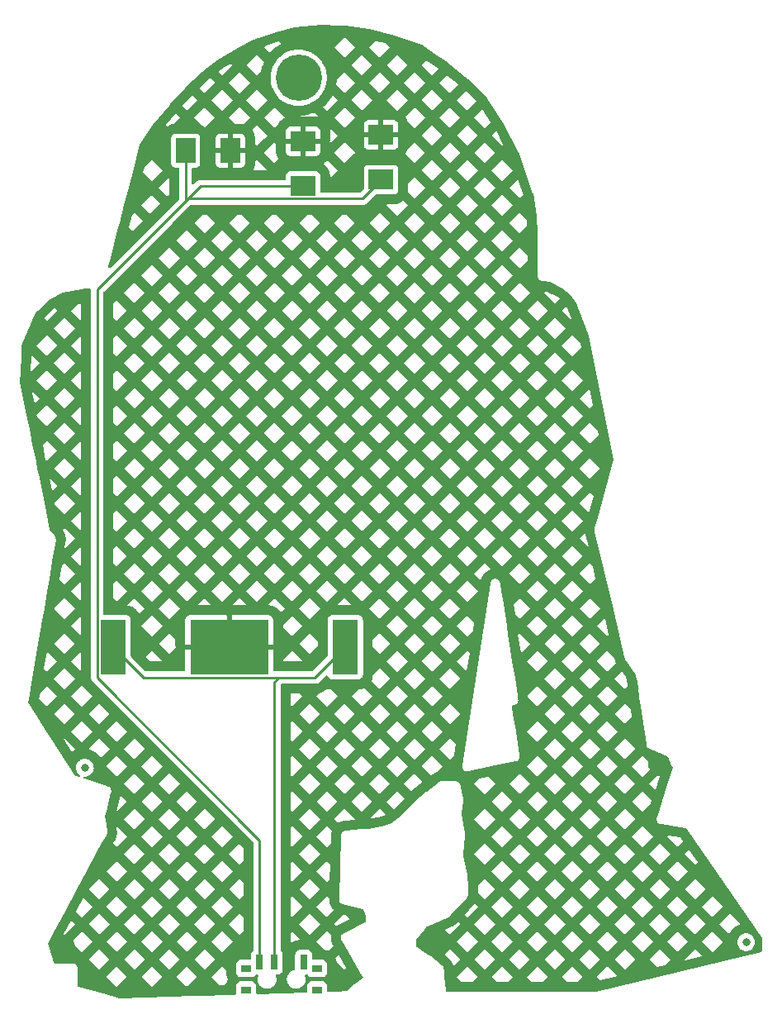
<source format=gbr>
%TF.GenerationSoftware,KiCad,Pcbnew,(6.0.0)*%
%TF.CreationDate,2022-03-29T21:49:08-05:00*%
%TF.ProjectId,R2,52322e6b-6963-4616-945f-706362585858,rev?*%
%TF.SameCoordinates,Original*%
%TF.FileFunction,Copper,L2,Bot*%
%TF.FilePolarity,Positive*%
%FSLAX46Y46*%
G04 Gerber Fmt 4.6, Leading zero omitted, Abs format (unit mm)*
G04 Created by KiCad (PCBNEW (6.0.0)) date 2022-03-29 21:49:08*
%MOMM*%
%LPD*%
G01*
G04 APERTURE LIST*
%TA.AperFunction,ComponentPad*%
%ADD10C,4.750000*%
%TD*%
%TA.AperFunction,SMDPad,CuDef*%
%ADD11R,2.000000X2.500000*%
%TD*%
%TA.AperFunction,SMDPad,CuDef*%
%ADD12R,2.500000X2.000000*%
%TD*%
%TA.AperFunction,SMDPad,CuDef*%
%ADD13R,1.000000X0.800000*%
%TD*%
%TA.AperFunction,SMDPad,CuDef*%
%ADD14R,0.700000X1.500000*%
%TD*%
%TA.AperFunction,SMDPad,CuDef*%
%ADD15R,2.600000X5.560000*%
%TD*%
%TA.AperFunction,SMDPad,CuDef*%
%ADD16R,8.000000X5.560000*%
%TD*%
%TA.AperFunction,ViaPad*%
%ADD17C,0.800000*%
%TD*%
%TA.AperFunction,Conductor*%
%ADD18C,0.250000*%
%TD*%
G04 APERTURE END LIST*
D10*
%TO.P,REF\u002A\u002A,1*%
%TO.N,N/C*%
X150500000Y-55675000D03*
%TD*%
D11*
%TO.P,D1,1,K*%
%TO.N,GND*%
X143500000Y-63150000D03*
%TO.P,D1,2,A*%
%TO.N,Net-(D1-Pad2)*%
X138900000Y-63150000D03*
%TD*%
D12*
%TO.P,D3,1,K*%
%TO.N,GND*%
X158950000Y-61525000D03*
%TO.P,D3,2,A*%
%TO.N,Net-(D1-Pad2)*%
X158950000Y-66125000D03*
%TD*%
D13*
%TO.P,SW1,*%
%TO.N,*%
X145100000Y-149130000D03*
X152400000Y-149130000D03*
X145100000Y-146920000D03*
X152400000Y-146920000D03*
D14*
%TO.P,SW1,1,A*%
%TO.N,unconnected-(SW1-Pad1)*%
X151000000Y-146270000D03*
%TO.P,SW1,2,B*%
%TO.N,Net-(BT1-Pad1)*%
X148000000Y-146270000D03*
%TO.P,SW1,3,C*%
%TO.N,Net-(D1-Pad2)*%
X146500000Y-146270000D03*
%TD*%
D12*
%TO.P,D2,1,K*%
%TO.N,GND*%
X150950000Y-62175000D03*
%TO.P,D2,2,A*%
%TO.N,Net-(D1-Pad2)*%
X150950000Y-66775000D03*
%TD*%
D15*
%TO.P,BT1,1,+*%
%TO.N,Net-(BT1-Pad1)*%
X155280000Y-114025000D03*
X131470000Y-114025000D03*
D16*
%TO.P,BT1,2,-*%
%TO.N,GND*%
X143375000Y-114025000D03*
%TD*%
D17*
%TO.N,GND*%
X128750000Y-77675000D03*
%TO.N,*%
X128575000Y-126350000D03*
X196375000Y-144225000D03*
%TO.N,GND*%
X163725000Y-144325000D03*
X126225000Y-144775000D03*
X156450000Y-147675000D03*
X187650000Y-125875000D03*
%TD*%
D18*
%TO.N,Net-(BT1-Pad1)*%
X152175489Y-117129511D02*
X155280000Y-114025000D01*
X134574511Y-117129511D02*
X148454511Y-117129511D01*
X148454511Y-117129511D02*
X148000000Y-117584022D01*
X148000000Y-117584022D02*
X148000000Y-146270000D01*
X131470000Y-114025000D02*
X134574511Y-117129511D01*
X148454511Y-117129511D02*
X152175489Y-117129511D01*
%TO.N,Net-(D1-Pad2)*%
X140450000Y-66775000D02*
X150950000Y-66775000D01*
X146500000Y-146270000D02*
X146500000Y-133784022D01*
X138900000Y-68325000D02*
X139162500Y-68062500D01*
X158950000Y-66200000D02*
X158950000Y-66125000D01*
X139162500Y-68062500D02*
X157087500Y-68062500D01*
X146500000Y-133784022D02*
X129845489Y-117129511D01*
X129845489Y-77379511D02*
X138900000Y-68325000D01*
X138900000Y-68325000D02*
X138900000Y-63150000D01*
X139162500Y-68062500D02*
X140450000Y-66775000D01*
X129845489Y-117129511D02*
X129845489Y-77379511D01*
X157087500Y-68062500D02*
X158950000Y-66200000D01*
%TD*%
%TA.AperFunction,Conductor*%
%TO.N,GND*%
G36*
X154705065Y-50319507D02*
G01*
X155371173Y-50332075D01*
X155388648Y-50333627D01*
X157673275Y-50698194D01*
X157681825Y-50699864D01*
X160324034Y-51311488D01*
X160338244Y-51315671D01*
X163027954Y-52283023D01*
X163076232Y-52300386D01*
X163104886Y-52315062D01*
X164375690Y-53187183D01*
X165569077Y-54006174D01*
X165576234Y-54011467D01*
X167552871Y-55584274D01*
X167860722Y-55829231D01*
X167869502Y-55836908D01*
X169644551Y-57539997D01*
X169663247Y-57562689D01*
X170262320Y-58492828D01*
X171508401Y-60427533D01*
X171513781Y-60436716D01*
X173004861Y-63247767D01*
X173012164Y-63264301D01*
X174527776Y-67493350D01*
X174533413Y-67514933D01*
X174916680Y-69790587D01*
X174918384Y-69808109D01*
X174967068Y-71609404D01*
X174967103Y-71611128D01*
X174992032Y-73480808D01*
X174992037Y-73481241D01*
X175016694Y-75971640D01*
X175016142Y-75984727D01*
X175013213Y-76015753D01*
X175013213Y-76015758D01*
X175012370Y-76024691D01*
X175014068Y-76033502D01*
X175023848Y-76084252D01*
X175024667Y-76088994D01*
X175033855Y-76148915D01*
X175037434Y-76156584D01*
X175038306Y-76159276D01*
X175039906Y-76167577D01*
X175044010Y-76175560D01*
X175067628Y-76221503D01*
X175069744Y-76225818D01*
X175095392Y-76280777D01*
X175100979Y-76287133D01*
X175102566Y-76289464D01*
X175106436Y-76296991D01*
X175148227Y-76341018D01*
X175151398Y-76344490D01*
X175191465Y-76390069D01*
X175198609Y-76394600D01*
X175200796Y-76396400D01*
X175206616Y-76402530D01*
X175229009Y-76415559D01*
X175259009Y-76433014D01*
X175263124Y-76435515D01*
X175294668Y-76455520D01*
X175314350Y-76468002D01*
X175322479Y-76470345D01*
X175325077Y-76471455D01*
X175332391Y-76475711D01*
X175341101Y-76477865D01*
X175341103Y-76477866D01*
X175391235Y-76490265D01*
X175395886Y-76491510D01*
X175445547Y-76505827D01*
X175454170Y-76508313D01*
X175463143Y-76508279D01*
X175498259Y-76508146D01*
X175509811Y-76508633D01*
X175649714Y-76520977D01*
X176208104Y-76570247D01*
X176254136Y-76583444D01*
X177540189Y-77237369D01*
X177552119Y-77243435D01*
X177577009Y-77260083D01*
X177932995Y-77565214D01*
X178339494Y-77913642D01*
X178358931Y-77934565D01*
X178965267Y-78757450D01*
X178981454Y-78787019D01*
X180256357Y-82106578D01*
X180262314Y-82127180D01*
X182772811Y-94753507D01*
X182770877Y-94810911D01*
X182271822Y-96659975D01*
X181081953Y-101068597D01*
X180878511Y-101822375D01*
X180874402Y-101832725D01*
X180875090Y-101832976D01*
X180872018Y-101841410D01*
X180867778Y-101849327D01*
X180865931Y-101858117D01*
X180856357Y-101903682D01*
X180854697Y-101910607D01*
X180850044Y-101927846D01*
X180849501Y-101932299D01*
X180848989Y-101936494D01*
X180847224Y-101947142D01*
X180837855Y-101991733D01*
X180838549Y-102000680D01*
X180838593Y-102001245D01*
X180838043Y-102026242D01*
X180836888Y-102035712D01*
X180844286Y-102080659D01*
X180845581Y-102091377D01*
X180845699Y-102092897D01*
X180846498Y-102103204D01*
X180847617Y-102107942D01*
X180850447Y-102119928D01*
X180852146Y-102128419D01*
X180860519Y-102179295D01*
X180864404Y-102187387D01*
X180867103Y-102195948D01*
X180866915Y-102196007D01*
X180871412Y-102208734D01*
X182661642Y-109791738D01*
X183895023Y-115016057D01*
X183927885Y-115155254D01*
X183928777Y-115159332D01*
X183941300Y-115221562D01*
X183945470Y-115229511D01*
X183959031Y-115255365D01*
X183964736Y-115267851D01*
X183978681Y-115303373D01*
X183984172Y-115310469D01*
X184020324Y-115357188D01*
X184021902Y-115359273D01*
X184183139Y-115576942D01*
X184941753Y-116601073D01*
X184962743Y-116645512D01*
X185198773Y-117589630D01*
X185201373Y-117603118D01*
X185391427Y-118992882D01*
X185391582Y-118994409D01*
X185391564Y-118996020D01*
X185392172Y-119000224D01*
X185392172Y-119000226D01*
X185396883Y-119032808D01*
X185397011Y-119033719D01*
X185401627Y-119067470D01*
X185402068Y-119069014D01*
X185402337Y-119070536D01*
X185433539Y-119286345D01*
X185541680Y-120034320D01*
X185541858Y-120035945D01*
X185541853Y-120037642D01*
X185543859Y-120050761D01*
X185547441Y-120074197D01*
X185547585Y-120075163D01*
X185552447Y-120108791D01*
X185552925Y-120110418D01*
X185553227Y-120112049D01*
X186136907Y-123930283D01*
X186137021Y-123931648D01*
X186136840Y-123933074D01*
X186137476Y-123937065D01*
X186148994Y-124009374D01*
X186149116Y-124010153D01*
X186153346Y-124037822D01*
X186153671Y-124038895D01*
X186153824Y-124039689D01*
X186159732Y-124076777D01*
X186163573Y-124084884D01*
X186163574Y-124084887D01*
X186170685Y-124099894D01*
X186177416Y-124117342D01*
X186182226Y-124133234D01*
X186182228Y-124133239D01*
X186184828Y-124141827D01*
X186201010Y-124166612D01*
X186209366Y-124181534D01*
X186222037Y-124208277D01*
X186228002Y-124214984D01*
X186228003Y-124214985D01*
X186239036Y-124227389D01*
X186250391Y-124242241D01*
X186264382Y-124263670D01*
X186271201Y-124269506D01*
X186271202Y-124269507D01*
X186286858Y-124282906D01*
X186299079Y-124294896D01*
X186312779Y-124310300D01*
X186312782Y-124310302D01*
X186318745Y-124317007D01*
X186340432Y-124330584D01*
X186355502Y-124341656D01*
X186374935Y-124358288D01*
X186383119Y-124361976D01*
X186383122Y-124361978D01*
X186406847Y-124372669D01*
X186410471Y-124374432D01*
X186413512Y-124376336D01*
X186417986Y-124378254D01*
X186417989Y-124378255D01*
X186442513Y-124388765D01*
X186444593Y-124389679D01*
X186507600Y-124418073D01*
X186511536Y-124418623D01*
X186515411Y-124420007D01*
X188320227Y-125193500D01*
X188374960Y-125238719D01*
X188385894Y-125258501D01*
X188578256Y-125695013D01*
X188834334Y-126276110D01*
X188838305Y-126285122D01*
X188847472Y-126355525D01*
X188843037Y-126374248D01*
X188315593Y-128026388D01*
X187229626Y-131428019D01*
X187223130Y-131444339D01*
X187214559Y-131462149D01*
X187210666Y-131470238D01*
X187209201Y-131479089D01*
X187209200Y-131479091D01*
X187198861Y-131541537D01*
X187198805Y-131541870D01*
X187191186Y-131587132D01*
X187186931Y-131612411D01*
X187187013Y-131613103D01*
X187186898Y-131613797D01*
X187195539Y-131685206D01*
X187204019Y-131756918D01*
X187204295Y-131757568D01*
X187204379Y-131758259D01*
X187232700Y-131824342D01*
X187260980Y-131890821D01*
X187261424Y-131891362D01*
X187261700Y-131892007D01*
X187307579Y-131947664D01*
X187353234Y-132003354D01*
X187353812Y-132003749D01*
X187354258Y-132004290D01*
X187413921Y-132044839D01*
X187473364Y-132085473D01*
X187474029Y-132085690D01*
X187474609Y-132086084D01*
X187482953Y-132088779D01*
X187482955Y-132088780D01*
X187542569Y-132108035D01*
X187543173Y-132108230D01*
X187611712Y-132130573D01*
X187620682Y-132130848D01*
X187644360Y-132131574D01*
X187660320Y-132133084D01*
X190177016Y-132533974D01*
X190241142Y-132564443D01*
X190260920Y-132586871D01*
X197991858Y-143796731D01*
X198014120Y-143870091D01*
X198011277Y-144066245D01*
X197996095Y-145113756D01*
X197975108Y-145181580D01*
X197920784Y-145227290D01*
X197899678Y-145234411D01*
X196197112Y-145645459D01*
X181004609Y-149313363D01*
X180974842Y-149316882D01*
X166475911Y-149294156D01*
X165684974Y-149292916D01*
X165616884Y-149272807D01*
X165570475Y-149219079D01*
X165559576Y-149177008D01*
X165446185Y-147765928D01*
X166698946Y-147765928D01*
X167214331Y-148281313D01*
X168339890Y-148283076D01*
X168857038Y-147765928D01*
X170291049Y-147765928D01*
X170812073Y-148286952D01*
X171926370Y-148288698D01*
X172449140Y-147765928D01*
X173883151Y-147765928D01*
X174409814Y-148292591D01*
X175512852Y-148294319D01*
X176041243Y-147765928D01*
X177475254Y-147765928D01*
X178007556Y-148298230D01*
X179099332Y-148299941D01*
X179633345Y-147765928D01*
X181067356Y-147765928D01*
X181461380Y-148159952D01*
X183199774Y-147740254D01*
X182146402Y-146686883D01*
X181067356Y-147765928D01*
X179633345Y-147765928D01*
X178554300Y-146686883D01*
X177475254Y-147765928D01*
X176041243Y-147765928D01*
X174962197Y-146686883D01*
X173883151Y-147765928D01*
X172449140Y-147765928D01*
X171370095Y-146686883D01*
X170291049Y-147765928D01*
X168857038Y-147765928D01*
X167777992Y-146686883D01*
X166698946Y-147765928D01*
X165446185Y-147765928D01*
X165415435Y-147383261D01*
X165386678Y-147025390D01*
X165387112Y-147007120D01*
X165387028Y-147001371D01*
X165388169Y-146992473D01*
X165384135Y-146966971D01*
X165380520Y-146944125D01*
X165379377Y-146934533D01*
X165378805Y-146927414D01*
X165378805Y-146927411D01*
X165378446Y-146922950D01*
X165375104Y-146908174D01*
X165373552Y-146900087D01*
X165366832Y-146857610D01*
X165366831Y-146857606D01*
X165365429Y-146848746D01*
X165361595Y-146840632D01*
X165359271Y-146833096D01*
X165356455Y-146825720D01*
X165354474Y-146816961D01*
X165329234Y-146771509D01*
X165325476Y-146764186D01*
X165307100Y-146725294D01*
X165307099Y-146725293D01*
X165303265Y-146717178D01*
X165297307Y-146710465D01*
X165292960Y-146703883D01*
X165288189Y-146697596D01*
X165283830Y-146689746D01*
X165277200Y-146683195D01*
X165246863Y-146653220D01*
X165241188Y-146647234D01*
X165232282Y-146637200D01*
X165232277Y-146637195D01*
X165229048Y-146633557D01*
X165225301Y-146630461D01*
X165225295Y-146630456D01*
X165220641Y-146626612D01*
X165212333Y-146619103D01*
X165186704Y-146593781D01*
X165180319Y-146587472D01*
X165170833Y-146582352D01*
X165150433Y-146568614D01*
X165113680Y-146538253D01*
X164061039Y-145668680D01*
X164056432Y-145664683D01*
X164054484Y-145662908D01*
X164038290Y-145648154D01*
X164034223Y-145645463D01*
X164034217Y-145645459D01*
X164033320Y-145644865D01*
X164027528Y-145640576D01*
X164027524Y-145640581D01*
X164023871Y-145637977D01*
X164020413Y-145635120D01*
X163998611Y-145621807D01*
X163994792Y-145619378D01*
X163762223Y-145465525D01*
X165407247Y-145465525D01*
X165760789Y-145757581D01*
X165761043Y-145757743D01*
X165768430Y-145762814D01*
X165797145Y-145784066D01*
X165804152Y-145789648D01*
X165886405Y-145860098D01*
X165893000Y-145866166D01*
X165911192Y-145884141D01*
X165922397Y-145894149D01*
X165925962Y-145897459D01*
X165939953Y-145910962D01*
X165943389Y-145914409D01*
X165971703Y-145943931D01*
X165996518Y-145968449D01*
X166002664Y-145974969D01*
X166074092Y-146056362D01*
X166079758Y-146063301D01*
X166101356Y-146091761D01*
X166106518Y-146099090D01*
X166119178Y-146118498D01*
X166133295Y-146136884D01*
X166138496Y-146144181D01*
X166158184Y-146173993D01*
X166162853Y-146181641D01*
X166215967Y-146276036D01*
X166220080Y-146283996D01*
X166229855Y-146304684D01*
X166240961Y-146324684D01*
X166245028Y-146332665D01*
X166290741Y-146430833D01*
X166294232Y-146439084D01*
X166306972Y-146472456D01*
X166309870Y-146480943D01*
X166316573Y-146503123D01*
X166324971Y-146524754D01*
X166327916Y-146533222D01*
X166338443Y-146567356D01*
X166340777Y-146576006D01*
X166362265Y-146668599D01*
X167060987Y-145969877D01*
X168494998Y-145969877D01*
X169574043Y-147048923D01*
X170653089Y-145969877D01*
X172087100Y-145969877D01*
X173166146Y-147048923D01*
X174245192Y-145969877D01*
X175679202Y-145969877D01*
X176758248Y-147048923D01*
X177837294Y-145969877D01*
X179271305Y-145969877D01*
X180350351Y-147048923D01*
X181429397Y-145969877D01*
X182863407Y-145969877D01*
X183942453Y-147048923D01*
X185021499Y-145969877D01*
X186455510Y-145969877D01*
X187248427Y-146762794D01*
X188002815Y-146580663D01*
X188613601Y-145969877D01*
X190047612Y-145969877D01*
X190141950Y-146064215D01*
X191880344Y-145644517D01*
X191126658Y-144890831D01*
X190047612Y-145969877D01*
X188613601Y-145969877D01*
X187534556Y-144890831D01*
X186455510Y-145969877D01*
X185021499Y-145969877D01*
X183942453Y-144890831D01*
X182863407Y-145969877D01*
X181429397Y-145969877D01*
X180350351Y-144890831D01*
X179271305Y-145969877D01*
X177837294Y-145969877D01*
X176758248Y-144890831D01*
X175679202Y-145969877D01*
X174245192Y-145969877D01*
X173166146Y-144890831D01*
X172087100Y-145969877D01*
X170653089Y-145969877D01*
X169574043Y-144890831D01*
X168494998Y-145969877D01*
X167060987Y-145969877D01*
X165981941Y-144890831D01*
X165407247Y-145465525D01*
X163762223Y-145465525D01*
X162633621Y-144718912D01*
X162587843Y-144664646D01*
X162577682Y-144625497D01*
X162535666Y-144173826D01*
X166698946Y-144173826D01*
X167777992Y-145252872D01*
X168857038Y-144173826D01*
X170291049Y-144173826D01*
X171370095Y-145252872D01*
X172449140Y-144173826D01*
X173883151Y-144173826D01*
X174962197Y-145252872D01*
X176041243Y-144173826D01*
X177475254Y-144173826D01*
X178554300Y-145252872D01*
X179633345Y-144173826D01*
X181067356Y-144173826D01*
X182146402Y-145252872D01*
X183225448Y-144173826D01*
X184659459Y-144173826D01*
X185738504Y-145252872D01*
X186817550Y-144173826D01*
X188251561Y-144173826D01*
X189330607Y-145252872D01*
X190409653Y-144173826D01*
X191843663Y-144173826D01*
X192922709Y-145252872D01*
X193950581Y-144225000D01*
X195461496Y-144225000D01*
X195481458Y-144414928D01*
X195540473Y-144596556D01*
X195635960Y-144761944D01*
X195763747Y-144903866D01*
X195862843Y-144975864D01*
X195912400Y-145011869D01*
X195918248Y-145016118D01*
X195924276Y-145018802D01*
X195924278Y-145018803D01*
X196037888Y-145069385D01*
X196092712Y-145093794D01*
X196186112Y-145113647D01*
X196273056Y-145132128D01*
X196273061Y-145132128D01*
X196279513Y-145133500D01*
X196470487Y-145133500D01*
X196476939Y-145132128D01*
X196476944Y-145132128D01*
X196563888Y-145113647D01*
X196657288Y-145093794D01*
X196712112Y-145069385D01*
X196825722Y-145018803D01*
X196825724Y-145018802D01*
X196831752Y-145016118D01*
X196837601Y-145011869D01*
X196887157Y-144975864D01*
X196986253Y-144903866D01*
X197114040Y-144761944D01*
X197209527Y-144596556D01*
X197268542Y-144414928D01*
X197288504Y-144225000D01*
X197284790Y-144189659D01*
X197269232Y-144041635D01*
X197269232Y-144041633D01*
X197268542Y-144035072D01*
X197209527Y-143853444D01*
X197206127Y-143847554D01*
X197131657Y-143718570D01*
X197114040Y-143688056D01*
X196986253Y-143546134D01*
X196863325Y-143456821D01*
X196837094Y-143437763D01*
X196837093Y-143437762D01*
X196831752Y-143433882D01*
X196825724Y-143431198D01*
X196825722Y-143431197D01*
X196663319Y-143358891D01*
X196663318Y-143358891D01*
X196657288Y-143356206D01*
X196557221Y-143334936D01*
X196476944Y-143317872D01*
X196476939Y-143317872D01*
X196470487Y-143316500D01*
X196279513Y-143316500D01*
X196273061Y-143317872D01*
X196273056Y-143317872D01*
X196192779Y-143334936D01*
X196092712Y-143356206D01*
X196086682Y-143358891D01*
X196086681Y-143358891D01*
X195924278Y-143431197D01*
X195924276Y-143431198D01*
X195918248Y-143433882D01*
X195912907Y-143437762D01*
X195912906Y-143437763D01*
X195886675Y-143456821D01*
X195763747Y-143546134D01*
X195635960Y-143688056D01*
X195618343Y-143718570D01*
X195543874Y-143847554D01*
X195540473Y-143853444D01*
X195481458Y-144035072D01*
X195480768Y-144041633D01*
X195480768Y-144041635D01*
X195465210Y-144189659D01*
X195461496Y-144225000D01*
X193950581Y-144225000D01*
X194001755Y-144173826D01*
X192922709Y-143094780D01*
X191843663Y-144173826D01*
X190409653Y-144173826D01*
X189330607Y-143094780D01*
X188251561Y-144173826D01*
X186817550Y-144173826D01*
X185738504Y-143094780D01*
X184659459Y-144173826D01*
X183225448Y-144173826D01*
X182146402Y-143094780D01*
X181067356Y-144173826D01*
X179633345Y-144173826D01*
X178554300Y-143094780D01*
X177475254Y-144173826D01*
X176041243Y-144173826D01*
X174962197Y-143094780D01*
X173883151Y-144173826D01*
X172449140Y-144173826D01*
X171370095Y-143094780D01*
X170291049Y-144173826D01*
X168857038Y-144173826D01*
X167777992Y-143094780D01*
X166698946Y-144173826D01*
X162535666Y-144173826D01*
X162528630Y-144098191D01*
X162542236Y-144028510D01*
X162553654Y-144010434D01*
X162558202Y-144004431D01*
X163358400Y-142948170D01*
X165473290Y-142948170D01*
X165981941Y-143456821D01*
X167060987Y-142377775D01*
X168494998Y-142377775D01*
X169574043Y-143456821D01*
X170653089Y-142377775D01*
X172087100Y-142377775D01*
X173166146Y-143456821D01*
X174245192Y-142377775D01*
X175679202Y-142377775D01*
X176758248Y-143456821D01*
X177837294Y-142377775D01*
X179271305Y-142377775D01*
X180350351Y-143456821D01*
X181429397Y-142377775D01*
X182863407Y-142377775D01*
X183942453Y-143456821D01*
X185021499Y-142377775D01*
X186455510Y-142377775D01*
X187534556Y-143456821D01*
X188613601Y-142377775D01*
X190047612Y-142377775D01*
X191126658Y-143456821D01*
X192205704Y-142377775D01*
X193639715Y-142377775D01*
X194643989Y-143382049D01*
X194659176Y-143352241D01*
X194662324Y-143346443D01*
X194757811Y-143181055D01*
X194761258Y-143175430D01*
X194804703Y-143108531D01*
X194808440Y-143103094D01*
X194823923Y-143081784D01*
X194827938Y-143076551D01*
X194878127Y-143014574D01*
X194882411Y-143009559D01*
X195010198Y-142867637D01*
X195014738Y-142862852D01*
X195071128Y-142806461D01*
X195075912Y-142801921D01*
X195095487Y-142784295D01*
X195100504Y-142780010D01*
X195162497Y-142729808D01*
X195167731Y-142725792D01*
X195322232Y-142613540D01*
X195327668Y-142609804D01*
X195394551Y-142566369D01*
X195400174Y-142562923D01*
X195422986Y-142549752D01*
X195428785Y-142546603D01*
X195499864Y-142510386D01*
X195505818Y-142507546D01*
X195680282Y-142429870D01*
X195686376Y-142427346D01*
X195760834Y-142398764D01*
X195767052Y-142396562D01*
X195784779Y-142390802D01*
X195788161Y-142387420D01*
X195745292Y-142325260D01*
X194718761Y-141298729D01*
X193639715Y-142377775D01*
X192205704Y-142377775D01*
X191126658Y-141298729D01*
X190047612Y-142377775D01*
X188613601Y-142377775D01*
X187534556Y-141298729D01*
X186455510Y-142377775D01*
X185021499Y-142377775D01*
X183942453Y-141298729D01*
X182863407Y-142377775D01*
X181429397Y-142377775D01*
X180350351Y-141298729D01*
X179271305Y-142377775D01*
X177837294Y-142377775D01*
X176758248Y-141298729D01*
X175679202Y-142377775D01*
X174245192Y-142377775D01*
X173166146Y-141298729D01*
X172087100Y-142377775D01*
X170653089Y-142377775D01*
X169574043Y-141298729D01*
X168494998Y-142377775D01*
X167060987Y-142377775D01*
X166837856Y-142154644D01*
X166752700Y-142247204D01*
X166703552Y-142301395D01*
X166697300Y-142307813D01*
X166619025Y-142382664D01*
X166612334Y-142388622D01*
X166584825Y-142411415D01*
X166577727Y-142416882D01*
X166517644Y-142459848D01*
X166516336Y-142460890D01*
X166509130Y-142466222D01*
X166499240Y-142473009D01*
X166489635Y-142479878D01*
X166482160Y-142484832D01*
X166480783Y-142485675D01*
X166419828Y-142527508D01*
X166412264Y-142532313D01*
X166381443Y-142550385D01*
X166373556Y-142554640D01*
X166276469Y-142602644D01*
X166268303Y-142606326D01*
X166212632Y-142629085D01*
X165473290Y-142948170D01*
X163358400Y-142948170D01*
X163554095Y-142689852D01*
X163604600Y-142650253D01*
X163712226Y-142603804D01*
X165818713Y-141694687D01*
X165820954Y-141693746D01*
X165876292Y-141671124D01*
X165876293Y-141671123D01*
X165884601Y-141667727D01*
X165911006Y-141646696D01*
X165923683Y-141637815D01*
X165944791Y-141624883D01*
X165952445Y-141620194D01*
X166003729Y-141563647D01*
X166004110Y-141563231D01*
X166147141Y-141407762D01*
X167524985Y-141407762D01*
X167777992Y-141660769D01*
X168857038Y-140581724D01*
X170291049Y-140581724D01*
X171370095Y-141660769D01*
X172449140Y-140581724D01*
X173883151Y-140581724D01*
X174962197Y-141660769D01*
X176041243Y-140581724D01*
X177475254Y-140581724D01*
X178554300Y-141660769D01*
X179633345Y-140581724D01*
X181067356Y-140581724D01*
X182146402Y-141660769D01*
X183225448Y-140581724D01*
X184659459Y-140581724D01*
X185738504Y-141660769D01*
X186817550Y-140581724D01*
X188251561Y-140581724D01*
X189330607Y-141660769D01*
X190409653Y-140581724D01*
X191843663Y-140581724D01*
X192922709Y-141660769D01*
X194001755Y-140581724D01*
X192922709Y-139502678D01*
X191843663Y-140581724D01*
X190409653Y-140581724D01*
X189330607Y-139502678D01*
X188251561Y-140581724D01*
X186817550Y-140581724D01*
X185738504Y-139502678D01*
X184659459Y-140581724D01*
X183225448Y-140581724D01*
X182146402Y-139502678D01*
X181067356Y-140581724D01*
X179633345Y-140581724D01*
X178554300Y-139502678D01*
X177475254Y-140581724D01*
X176041243Y-140581724D01*
X174962197Y-139502678D01*
X173883151Y-140581724D01*
X172449140Y-140581724D01*
X171370095Y-139502678D01*
X170291049Y-140581724D01*
X168857038Y-140581724D01*
X168556383Y-140281069D01*
X168551579Y-140287076D01*
X168539232Y-140301437D01*
X168535842Y-140305693D01*
X168532984Y-140309153D01*
X168497755Y-140350287D01*
X168494783Y-140353635D01*
X168488277Y-140360707D01*
X168456722Y-140397411D01*
X168450642Y-140403994D01*
X168420360Y-140434529D01*
X167524985Y-141407762D01*
X166147141Y-141407762D01*
X167675833Y-139746140D01*
X167681937Y-139740188D01*
X167687812Y-139736371D01*
X167729091Y-139688356D01*
X167731909Y-139685188D01*
X167740819Y-139675503D01*
X167748550Y-139667100D01*
X167751089Y-139663401D01*
X167753881Y-139659896D01*
X167753952Y-139659952D01*
X167757707Y-139655070D01*
X167776823Y-139632835D01*
X167782675Y-139626028D01*
X167789637Y-139610672D01*
X167800505Y-139591403D01*
X167810042Y-139577508D01*
X167821980Y-139541122D01*
X167826936Y-139528393D01*
X167842756Y-139493496D01*
X167845127Y-139476809D01*
X167850152Y-139455258D01*
X167852607Y-139447776D01*
X167852608Y-139447771D01*
X167855405Y-139439245D01*
X167856651Y-139400972D01*
X167857757Y-139388265D01*
X167857798Y-139387623D01*
X167858483Y-139382801D01*
X167858160Y-139358622D01*
X167858216Y-139352858D01*
X167859847Y-139302778D01*
X167860139Y-139293807D01*
X167857901Y-139285114D01*
X167857747Y-139283716D01*
X167857000Y-139271600D01*
X167845658Y-138420923D01*
X168859748Y-138420923D01*
X168869606Y-139160279D01*
X169574044Y-139864717D01*
X170653089Y-138785672D01*
X172087100Y-138785672D01*
X173166146Y-139864718D01*
X174245192Y-138785672D01*
X175679202Y-138785672D01*
X176758248Y-139864718D01*
X177837294Y-138785672D01*
X179271305Y-138785672D01*
X180350351Y-139864718D01*
X181429397Y-138785672D01*
X182863407Y-138785672D01*
X183942453Y-139864718D01*
X185021499Y-138785672D01*
X186455510Y-138785672D01*
X187534556Y-139864718D01*
X188613601Y-138785672D01*
X190047612Y-138785672D01*
X191126658Y-139864718D01*
X192205704Y-138785672D01*
X191126658Y-137706626D01*
X190047612Y-138785672D01*
X188613601Y-138785672D01*
X187534556Y-137706626D01*
X186455510Y-138785672D01*
X185021499Y-138785672D01*
X183942453Y-137706626D01*
X182863407Y-138785672D01*
X181429397Y-138785672D01*
X180350351Y-137706626D01*
X179271305Y-138785672D01*
X177837294Y-138785672D01*
X176758248Y-137706626D01*
X175679202Y-138785672D01*
X174245192Y-138785672D01*
X173166146Y-137706626D01*
X172087100Y-138785672D01*
X170653089Y-138785672D01*
X169574044Y-137706627D01*
X168859748Y-138420923D01*
X167845658Y-138420923D01*
X167833919Y-137540510D01*
X167834292Y-137529007D01*
X167834702Y-137523767D01*
X167836663Y-137515010D01*
X167832977Y-137457690D01*
X167832729Y-137451299D01*
X167832529Y-137436229D01*
X167832529Y-137436224D01*
X167832469Y-137431754D01*
X167831397Y-137424916D01*
X167830135Y-137413478D01*
X167829801Y-137408291D01*
X167829489Y-137403434D01*
X167828435Y-137398691D01*
X167828433Y-137398677D01*
X167825381Y-137384943D01*
X167823903Y-137377138D01*
X167817023Y-137333274D01*
X167817023Y-137333273D01*
X167815631Y-137324400D01*
X167811804Y-137316272D01*
X167809172Y-137307699D01*
X167809589Y-137307571D01*
X167805577Y-137295829D01*
X167737531Y-136989621D01*
X170291049Y-136989621D01*
X171370095Y-138068667D01*
X172449140Y-136989621D01*
X173883151Y-136989621D01*
X174962197Y-138068667D01*
X176041243Y-136989621D01*
X177475254Y-136989621D01*
X178554300Y-138068667D01*
X179633345Y-136989621D01*
X181067356Y-136989621D01*
X182146402Y-138068667D01*
X183225448Y-136989621D01*
X184659459Y-136989621D01*
X185738504Y-138068667D01*
X186817550Y-136989621D01*
X188251561Y-136989621D01*
X189330607Y-138068667D01*
X190409653Y-136989621D01*
X189330607Y-135910575D01*
X188251561Y-136989621D01*
X186817550Y-136989621D01*
X185738504Y-135910575D01*
X184659459Y-136989621D01*
X183225448Y-136989621D01*
X182146402Y-135910575D01*
X181067356Y-136989621D01*
X179633345Y-136989621D01*
X178554300Y-135910575D01*
X177475254Y-136989621D01*
X176041243Y-136989621D01*
X174962197Y-135910575D01*
X173883151Y-136989621D01*
X172449140Y-136989621D01*
X171370095Y-135910575D01*
X170291049Y-136989621D01*
X167737531Y-136989621D01*
X167391428Y-135432162D01*
X167388807Y-135395058D01*
X167390434Y-135374136D01*
X167404478Y-135193570D01*
X168494998Y-135193570D01*
X169574043Y-136272616D01*
X170653089Y-135193570D01*
X172087100Y-135193570D01*
X173166146Y-136272616D01*
X174245192Y-135193570D01*
X175679202Y-135193570D01*
X176758248Y-136272616D01*
X177837294Y-135193570D01*
X179271305Y-135193570D01*
X180350351Y-136272616D01*
X181429397Y-135193570D01*
X182863407Y-135193570D01*
X183942453Y-136272616D01*
X185021499Y-135193570D01*
X186455510Y-135193570D01*
X187534556Y-136272616D01*
X188613601Y-135193570D01*
X190047612Y-135193570D01*
X191126658Y-136272616D01*
X191389668Y-136009606D01*
X190508814Y-134732368D01*
X190047612Y-135193570D01*
X188613601Y-135193570D01*
X187534556Y-134114524D01*
X186455510Y-135193570D01*
X185021499Y-135193570D01*
X183942453Y-134114524D01*
X182863407Y-135193570D01*
X181429397Y-135193570D01*
X180350351Y-134114524D01*
X179271305Y-135193570D01*
X177837294Y-135193570D01*
X176758248Y-134114524D01*
X175679202Y-135193570D01*
X174245192Y-135193570D01*
X173166146Y-134114524D01*
X172087100Y-135193570D01*
X170653089Y-135193570D01*
X169574043Y-134114524D01*
X168494998Y-135193570D01*
X167404478Y-135193570D01*
X167544172Y-133397519D01*
X170291049Y-133397519D01*
X171370095Y-134476564D01*
X172449140Y-133397519D01*
X173883151Y-133397519D01*
X174962197Y-134476564D01*
X176041243Y-133397519D01*
X177475254Y-133397519D01*
X178554300Y-134476564D01*
X179633345Y-133397519D01*
X181067356Y-133397519D01*
X182146402Y-134476564D01*
X183225448Y-133397519D01*
X184659459Y-133397519D01*
X185738504Y-134476564D01*
X186817550Y-133397519D01*
X188251561Y-133397519D01*
X189330607Y-134476564D01*
X189923504Y-133883667D01*
X189642036Y-133475540D01*
X188375319Y-133273761D01*
X188251561Y-133397519D01*
X186817550Y-133397519D01*
X185738504Y-132318473D01*
X184659459Y-133397519D01*
X183225448Y-133397519D01*
X182146402Y-132318473D01*
X181067356Y-133397519D01*
X179633345Y-133397519D01*
X178554300Y-132318473D01*
X177475254Y-133397519D01*
X176041243Y-133397519D01*
X174962197Y-132318473D01*
X173883151Y-133397519D01*
X172449140Y-133397519D01*
X171370095Y-132318473D01*
X170291049Y-133397519D01*
X167544172Y-133397519D01*
X167551570Y-133302402D01*
X167555949Y-133277879D01*
X167558660Y-133268295D01*
X167558258Y-133222479D01*
X167558632Y-133211604D01*
X167558952Y-133207488D01*
X167558952Y-133207486D01*
X167559299Y-133203025D01*
X167558124Y-133184868D01*
X167557866Y-133177837D01*
X167557722Y-133161358D01*
X167557722Y-133161353D01*
X167557679Y-133156493D01*
X167556398Y-133148714D01*
X167554987Y-133136382D01*
X167552862Y-133103544D01*
X167552861Y-133103542D01*
X167552282Y-133094587D01*
X167549211Y-133086150D01*
X167547534Y-133081542D01*
X167541608Y-133058919D01*
X167536667Y-133028916D01*
X167385024Y-132108230D01*
X167301557Y-131601467D01*
X168494998Y-131601467D01*
X169574043Y-132680513D01*
X170653089Y-131601467D01*
X172087100Y-131601467D01*
X173166146Y-132680513D01*
X174245192Y-131601467D01*
X175679202Y-131601467D01*
X176758248Y-132680513D01*
X177837294Y-131601467D01*
X179271305Y-131601467D01*
X180350351Y-132680513D01*
X181429397Y-131601467D01*
X182863407Y-131601467D01*
X183942453Y-132680513D01*
X185021499Y-131601467D01*
X183942453Y-130522422D01*
X182863407Y-131601467D01*
X181429397Y-131601467D01*
X180350351Y-130522422D01*
X179271305Y-131601467D01*
X177837294Y-131601467D01*
X176758248Y-130522422D01*
X175679202Y-131601467D01*
X174245192Y-131601467D01*
X173166146Y-130522422D01*
X172087100Y-131601467D01*
X170653089Y-131601467D01*
X169574043Y-130522422D01*
X168494998Y-131601467D01*
X167301557Y-131601467D01*
X167216532Y-131085247D01*
X167215942Y-131048272D01*
X167373997Y-129851569D01*
X167376570Y-129837925D01*
X167378952Y-129828260D01*
X167384580Y-129805416D01*
X170291049Y-129805416D01*
X171370095Y-130884462D01*
X172449140Y-129805416D01*
X173883151Y-129805416D01*
X174962197Y-130884462D01*
X176041243Y-129805416D01*
X177475254Y-129805416D01*
X178554300Y-130884462D01*
X179633345Y-129805416D01*
X181067356Y-129805416D01*
X182146402Y-130884462D01*
X183225448Y-129805416D01*
X184659459Y-129805416D01*
X185738504Y-130884462D01*
X186620223Y-130002743D01*
X186715727Y-129703593D01*
X185738504Y-128726370D01*
X184659459Y-129805416D01*
X183225448Y-129805416D01*
X182146402Y-128726370D01*
X181067356Y-129805416D01*
X179633345Y-129805416D01*
X178554300Y-128726370D01*
X177475254Y-129805416D01*
X176041243Y-129805416D01*
X174962197Y-128726370D01*
X173883151Y-129805416D01*
X172449140Y-129805416D01*
X171370095Y-128726370D01*
X170291049Y-129805416D01*
X167384580Y-129805416D01*
X167385696Y-129800885D01*
X167384686Y-129777378D01*
X167383007Y-129738297D01*
X167382899Y-129734266D01*
X167382313Y-129680676D01*
X167382215Y-129671694D01*
X167369963Y-129631437D01*
X167366955Y-129619476D01*
X167337229Y-129470843D01*
X167214251Y-128855954D01*
X167085871Y-128214053D01*
X167083677Y-128191192D01*
X167083421Y-128189324D01*
X167083476Y-128180348D01*
X167070402Y-128134602D01*
X167068001Y-128124701D01*
X167066860Y-128118998D01*
X167066860Y-128118997D01*
X167065981Y-128114604D01*
X167060485Y-128099049D01*
X167058143Y-128091711D01*
X167045954Y-128049064D01*
X167043488Y-128040435D01*
X167038699Y-128032844D01*
X167035920Y-128026632D01*
X167032771Y-128020611D01*
X167029780Y-128012146D01*
X167027777Y-128009365D01*
X168494998Y-128009365D01*
X169574043Y-129088411D01*
X170653089Y-128009365D01*
X172087100Y-128009365D01*
X173166146Y-129088411D01*
X174245192Y-128009365D01*
X175679202Y-128009365D01*
X176758248Y-129088411D01*
X177837294Y-128009365D01*
X179271305Y-128009365D01*
X180350351Y-129088411D01*
X181429397Y-128009365D01*
X182863407Y-128009365D01*
X183942453Y-129088411D01*
X185021499Y-128009365D01*
X186455510Y-128009365D01*
X187062747Y-128616602D01*
X187511793Y-127210035D01*
X187427056Y-127202622D01*
X187405426Y-127198808D01*
X187295517Y-127169358D01*
X186455510Y-128009365D01*
X185021499Y-128009365D01*
X183942453Y-126930319D01*
X182863407Y-128009365D01*
X181429397Y-128009365D01*
X180350351Y-126930319D01*
X179271305Y-128009365D01*
X177837294Y-128009365D01*
X176758248Y-126930319D01*
X175679202Y-128009365D01*
X174245192Y-128009365D01*
X173166146Y-126930319D01*
X172087100Y-128009365D01*
X170653089Y-128009365D01*
X169952075Y-127308351D01*
X169008338Y-127496026D01*
X168494998Y-128009365D01*
X167027777Y-128009365D01*
X167024533Y-128004861D01*
X167024532Y-128004858D01*
X166998608Y-127968860D01*
X166994291Y-127962461D01*
X166970633Y-127924964D01*
X166970629Y-127924959D01*
X166965840Y-127917369D01*
X166959111Y-127911426D01*
X166954690Y-127906231D01*
X166949986Y-127901344D01*
X166944743Y-127894065D01*
X166902679Y-127861272D01*
X166896741Y-127856343D01*
X166863499Y-127826985D01*
X166856772Y-127821044D01*
X166848649Y-127817230D01*
X166842968Y-127813498D01*
X166837062Y-127810117D01*
X166829982Y-127804598D01*
X166821639Y-127801288D01*
X166821637Y-127801287D01*
X166780407Y-127784930D01*
X166773321Y-127781864D01*
X166762934Y-127776987D01*
X166725052Y-127759201D01*
X166716183Y-127757820D01*
X166709701Y-127755838D01*
X166703068Y-127754247D01*
X166694723Y-127750936D01*
X166685789Y-127750101D01*
X166685785Y-127750100D01*
X166658057Y-127747509D01*
X166641626Y-127745973D01*
X166633997Y-127745024D01*
X166614577Y-127742000D01*
X166605001Y-127742000D01*
X166593274Y-127741453D01*
X166549840Y-127737393D01*
X166537915Y-127739702D01*
X166513962Y-127742000D01*
X165167033Y-127742000D01*
X165160586Y-127741835D01*
X165112298Y-127739361D01*
X165112297Y-127739361D01*
X165103335Y-127738902D01*
X165094605Y-127740976D01*
X165094599Y-127740977D01*
X165060651Y-127749044D01*
X165049382Y-127751186D01*
X165014840Y-127756132D01*
X165014836Y-127756133D01*
X165005955Y-127757405D01*
X164997785Y-127761120D01*
X164997781Y-127761121D01*
X164995723Y-127762057D01*
X164972701Y-127769944D01*
X164961761Y-127772543D01*
X164953960Y-127776987D01*
X164953959Y-127776987D01*
X164923639Y-127794258D01*
X164913427Y-127799474D01*
X164881667Y-127813914D01*
X164881661Y-127813918D01*
X164873490Y-127817633D01*
X164866688Y-127823494D01*
X164826934Y-127857748D01*
X164823153Y-127860879D01*
X163638723Y-128803589D01*
X163635173Y-128806247D01*
X163631976Y-128808146D01*
X163605809Y-128829761D01*
X163604216Y-128831053D01*
X163580105Y-128850244D01*
X163577560Y-128852941D01*
X163574102Y-128855954D01*
X162462796Y-129773990D01*
X162458510Y-129777378D01*
X162437574Y-129793197D01*
X162434180Y-129796703D01*
X162433155Y-129797609D01*
X162429965Y-129800557D01*
X162430040Y-129800636D01*
X162426792Y-129803733D01*
X162423342Y-129806583D01*
X162420332Y-129809892D01*
X162420331Y-129809893D01*
X162404945Y-129826808D01*
X162402265Y-129829664D01*
X160922771Y-131357665D01*
X160919006Y-131361553D01*
X160904521Y-131374378D01*
X160102628Y-131981216D01*
X160092026Y-131989239D01*
X160060235Y-132006742D01*
X159737437Y-132127792D01*
X159013396Y-132399308D01*
X158986084Y-132406188D01*
X157596848Y-132594559D01*
X157590833Y-132595228D01*
X156949376Y-132651007D01*
X155345371Y-132790486D01*
X155329832Y-132790875D01*
X155295959Y-132789629D01*
X155231123Y-132806029D01*
X155228983Y-132806549D01*
X155163823Y-132821735D01*
X155159590Y-132824122D01*
X155154886Y-132825312D01*
X155147159Y-132829863D01*
X155147153Y-132829865D01*
X155097351Y-132859194D01*
X155095305Y-132860374D01*
X155044893Y-132888802D01*
X155044890Y-132888805D01*
X155037074Y-132893212D01*
X155033684Y-132896689D01*
X155029499Y-132899153D01*
X154983785Y-132947825D01*
X154982151Y-132949532D01*
X154977167Y-132954643D01*
X154935480Y-132997391D01*
X154933201Y-133001681D01*
X154929878Y-133005219D01*
X154925815Y-133013226D01*
X154925814Y-133013227D01*
X154899659Y-133064767D01*
X154898571Y-133066863D01*
X154867209Y-133125896D01*
X154866225Y-133130654D01*
X154864029Y-133134982D01*
X154862378Y-133143801D01*
X154862376Y-133143806D01*
X154851727Y-133200675D01*
X154851271Y-133202992D01*
X154839627Y-133259320D01*
X154837750Y-133268398D01*
X154838473Y-133277345D01*
X154840795Y-133306090D01*
X154841145Y-133320096D01*
X154644344Y-139740722D01*
X154642474Y-139754155D01*
X154642657Y-139754174D01*
X154641727Y-139763098D01*
X154639540Y-139771807D01*
X154639885Y-139780779D01*
X154641516Y-139823208D01*
X154641550Y-139831901D01*
X154641121Y-139845896D01*
X154641621Y-139850356D01*
X154641621Y-139850360D01*
X154642535Y-139858517D01*
X154643226Y-139867708D01*
X154645129Y-139917215D01*
X154647976Y-139925723D01*
X154649590Y-139934559D01*
X154649555Y-139934565D01*
X154649935Y-139936287D01*
X154649970Y-139936278D01*
X154652223Y-139944964D01*
X154653223Y-139953886D01*
X154656686Y-139962167D01*
X154672342Y-139999604D01*
X154675585Y-140008235D01*
X154681345Y-140025448D01*
X154691303Y-140055209D01*
X154696426Y-140062580D01*
X154700455Y-140070607D01*
X154700422Y-140070624D01*
X154701266Y-140072162D01*
X154701298Y-140072143D01*
X154705902Y-140079853D01*
X154709365Y-140088134D01*
X154715013Y-140095110D01*
X154740535Y-140126633D01*
X154746071Y-140134007D01*
X154769228Y-140167325D01*
X154769231Y-140167329D01*
X154774352Y-140174696D01*
X154781336Y-140180331D01*
X154787453Y-140186902D01*
X154787427Y-140186927D01*
X154788676Y-140188174D01*
X154788701Y-140188148D01*
X154795282Y-140194254D01*
X154800929Y-140201229D01*
X154835949Y-140225483D01*
X154841665Y-140229442D01*
X154849028Y-140234951D01*
X154887600Y-140266073D01*
X154895889Y-140269523D01*
X154903604Y-140274113D01*
X154903586Y-140274143D01*
X154905130Y-140274987D01*
X154905146Y-140274955D01*
X154913176Y-140278968D01*
X154920555Y-140284079D01*
X154929562Y-140287076D01*
X154967562Y-140299721D01*
X154976187Y-140302947D01*
X154990821Y-140309038D01*
X154995547Y-140310194D01*
X154995549Y-140310195D01*
X155003748Y-140312201D01*
X155013586Y-140315037D01*
X155050106Y-140327190D01*
X155050107Y-140327190D01*
X155058626Y-140330025D01*
X155067600Y-140330355D01*
X155069243Y-140330652D01*
X155092248Y-140333855D01*
X155378904Y-140403994D01*
X157044392Y-140811507D01*
X157105807Y-140847127D01*
X157133453Y-140892503D01*
X157274749Y-141298729D01*
X157366829Y-141563457D01*
X157387895Y-141624023D01*
X157394842Y-141662013D01*
X157406277Y-142085101D01*
X157388123Y-142153737D01*
X157336672Y-142201203D01*
X155161109Y-143288984D01*
X155149524Y-143293249D01*
X155149693Y-143293668D01*
X155141378Y-143297029D01*
X155132657Y-143299181D01*
X155102852Y-143316500D01*
X155086391Y-143326065D01*
X155079439Y-143329818D01*
X155069203Y-143334936D01*
X155069193Y-143334942D01*
X155065189Y-143336944D01*
X155056405Y-143343030D01*
X155047961Y-143348397D01*
X155006843Y-143372290D01*
X155000659Y-143378797D01*
X154997775Y-143381076D01*
X154985933Y-143391221D01*
X154983240Y-143393721D01*
X154975867Y-143398829D01*
X154945956Y-143435786D01*
X154939359Y-143443305D01*
X154930887Y-143452221D01*
X154906604Y-143477774D01*
X154902495Y-143485755D01*
X154900354Y-143488769D01*
X154891861Y-143501791D01*
X154889969Y-143504961D01*
X154884322Y-143511938D01*
X154880862Y-143520216D01*
X154880860Y-143520219D01*
X154865987Y-143555801D01*
X154861761Y-143564879D01*
X154839999Y-143607151D01*
X154838296Y-143615963D01*
X154837091Y-143619444D01*
X154832592Y-143634334D01*
X154831663Y-143637916D01*
X154828202Y-143646196D01*
X154827204Y-143655114D01*
X154827202Y-143655122D01*
X154822914Y-143693443D01*
X154821406Y-143703341D01*
X154814088Y-143741201D01*
X154814088Y-143741205D01*
X154812384Y-143750020D01*
X154813223Y-143758958D01*
X154813043Y-143762649D01*
X154812904Y-143778175D01*
X154813018Y-143781888D01*
X154812020Y-143790808D01*
X154813565Y-143799646D01*
X154820205Y-143837634D01*
X154821535Y-143847554D01*
X154825978Y-143894899D01*
X154829289Y-143903236D01*
X154830153Y-143906832D01*
X154834379Y-143921777D01*
X154835529Y-143925302D01*
X154837075Y-143934149D01*
X154858082Y-143976812D01*
X154862138Y-143985951D01*
X154865446Y-143994281D01*
X154865451Y-143994291D01*
X154867246Y-143998811D01*
X154869717Y-144003004D01*
X154874989Y-144011949D01*
X154879470Y-144020248D01*
X154901355Y-144064696D01*
X154907423Y-144071315D01*
X154911657Y-144077506D01*
X154921281Y-144090508D01*
X157081346Y-147756072D01*
X157098698Y-147824915D01*
X157076075Y-147892211D01*
X157050832Y-147918964D01*
X155985590Y-148759322D01*
X155399202Y-149221917D01*
X155333331Y-149248405D01*
X155325199Y-149248929D01*
X154508311Y-149275056D01*
X153538528Y-149306072D01*
X153469802Y-149288257D01*
X153421618Y-149236115D01*
X153408500Y-149180136D01*
X153408500Y-148681866D01*
X153401745Y-148619684D01*
X153350615Y-148483295D01*
X153263261Y-148366739D01*
X153146705Y-148279385D01*
X153010316Y-148228255D01*
X152948134Y-148221500D01*
X151851866Y-148221500D01*
X151789684Y-148228255D01*
X151653295Y-148279385D01*
X151536739Y-148366739D01*
X151449385Y-148483295D01*
X151398255Y-148619684D01*
X151391500Y-148681866D01*
X151391500Y-149252706D01*
X151371498Y-149320827D01*
X151317842Y-149367320D01*
X151269528Y-149378642D01*
X146238528Y-149539548D01*
X146169802Y-149521733D01*
X146121618Y-149469591D01*
X146108500Y-149413612D01*
X146108500Y-148681866D01*
X146101745Y-148619684D01*
X146050615Y-148483295D01*
X145963261Y-148366739D01*
X145846705Y-148279385D01*
X145710316Y-148228255D01*
X145648134Y-148221500D01*
X144551866Y-148221500D01*
X144489684Y-148228255D01*
X144353295Y-148279385D01*
X144236739Y-148366739D01*
X144149385Y-148483295D01*
X144098255Y-148619684D01*
X144091500Y-148681866D01*
X144091500Y-149486182D01*
X144071498Y-149554303D01*
X144017842Y-149600796D01*
X143969528Y-149612118D01*
X139795294Y-149745623D01*
X132179953Y-149989184D01*
X132142401Y-149984705D01*
X130435448Y-149513515D01*
X127900473Y-148813756D01*
X127840130Y-148776349D01*
X127809591Y-148712257D01*
X127808000Y-148692299D01*
X127808000Y-147765928D01*
X130777922Y-147765928D01*
X131856968Y-148844974D01*
X132936014Y-147765928D01*
X134370024Y-147765928D01*
X135449070Y-148844974D01*
X136528116Y-147765928D01*
X137962127Y-147765928D01*
X138954203Y-148758004D01*
X139133891Y-148752256D01*
X140120218Y-147765928D01*
X141554229Y-147765928D01*
X142434979Y-148646678D01*
X142844675Y-148633574D01*
X143119563Y-148358686D01*
X143146245Y-148271210D01*
X143148781Y-148263741D01*
X143199911Y-148127352D01*
X143203353Y-148119080D01*
X143246477Y-148025000D01*
X143203353Y-147930920D01*
X143199911Y-147922648D01*
X143148781Y-147786259D01*
X143146245Y-147778790D01*
X143118422Y-147687574D01*
X143116357Y-147679959D01*
X143109076Y-147649337D01*
X143107493Y-147641609D01*
X143091283Y-147547636D01*
X143090186Y-147539826D01*
X143083431Y-147477644D01*
X143083109Y-147474252D01*
X143079767Y-147433167D01*
X143079536Y-147429765D01*
X143078799Y-147416157D01*
X143078661Y-147412751D01*
X143077546Y-147371542D01*
X143077500Y-147368134D01*
X143077500Y-147131108D01*
X142633275Y-146686883D01*
X141554229Y-147765928D01*
X140120218Y-147765928D01*
X139041173Y-146686883D01*
X137962127Y-147765928D01*
X136528116Y-147765928D01*
X135449070Y-146686883D01*
X134370024Y-147765928D01*
X132936014Y-147765928D01*
X131856968Y-146686883D01*
X130777922Y-147765928D01*
X127808000Y-147765928D01*
X127808000Y-146933702D01*
X127808002Y-146932932D01*
X127808421Y-146864322D01*
X127808476Y-146855348D01*
X127806010Y-146846719D01*
X127806009Y-146846714D01*
X127800361Y-146826952D01*
X127796783Y-146810191D01*
X127793870Y-146789848D01*
X127793867Y-146789838D01*
X127792595Y-146780955D01*
X127781979Y-146757605D01*
X127775536Y-146740093D01*
X127770954Y-146724063D01*
X127768488Y-146715435D01*
X127752726Y-146690452D01*
X127744596Y-146675386D01*
X127732367Y-146648490D01*
X127715626Y-146629061D01*
X127704521Y-146614053D01*
X127695630Y-146599961D01*
X127690840Y-146592369D01*
X127668703Y-146572818D01*
X127656659Y-146560626D01*
X127643239Y-146545051D01*
X127643237Y-146545050D01*
X127637381Y-146538253D01*
X127629853Y-146533374D01*
X127629850Y-146533371D01*
X127615861Y-146524304D01*
X127600987Y-146513014D01*
X127588502Y-146501988D01*
X127581772Y-146496044D01*
X127573646Y-146492229D01*
X127573645Y-146492228D01*
X127567979Y-146489568D01*
X127555034Y-146483490D01*
X127540065Y-146475176D01*
X127515273Y-146459107D01*
X127490709Y-146451761D01*
X127473264Y-146445099D01*
X127460452Y-146439084D01*
X127450052Y-146434201D01*
X127420870Y-146429657D01*
X127404151Y-146425874D01*
X127384464Y-146419986D01*
X127384461Y-146419985D01*
X127375859Y-146417413D01*
X127366884Y-146417358D01*
X127366883Y-146417358D01*
X127360190Y-146417317D01*
X127341444Y-146417203D01*
X127340672Y-146417170D01*
X127339577Y-146417000D01*
X127308702Y-146417000D01*
X127307932Y-146416998D01*
X127234284Y-146416548D01*
X127234283Y-146416548D01*
X127230348Y-146416524D01*
X127229004Y-146416908D01*
X127227659Y-146417000D01*
X125537457Y-146417000D01*
X125469336Y-146396998D01*
X125422843Y-146343342D01*
X125417478Y-146329484D01*
X125302132Y-145969877D01*
X128981871Y-145969877D01*
X130060916Y-147048923D01*
X131139962Y-145969877D01*
X132573973Y-145969877D01*
X133653019Y-147048923D01*
X134732065Y-145969877D01*
X136166076Y-145969877D01*
X137245121Y-147048923D01*
X138324167Y-145969877D01*
X139758178Y-145969877D01*
X140837224Y-147048923D01*
X141916270Y-145969877D01*
X140837224Y-144890831D01*
X139758178Y-145969877D01*
X138324167Y-145969877D01*
X137245121Y-144890831D01*
X136166076Y-145969877D01*
X134732065Y-145969877D01*
X133653019Y-144890831D01*
X132573973Y-145969877D01*
X131139962Y-145969877D01*
X130060916Y-144890831D01*
X128981871Y-145969877D01*
X125302132Y-145969877D01*
X124863469Y-144602279D01*
X124791513Y-144377945D01*
X124789753Y-144306970D01*
X124800774Y-144279315D01*
X124831587Y-144222595D01*
X124940040Y-144022954D01*
X127336691Y-144022954D01*
X127385323Y-144092407D01*
X127396305Y-144111428D01*
X127486226Y-144304265D01*
X127493738Y-144324903D01*
X127548808Y-144530425D01*
X127550176Y-144538183D01*
X128264865Y-145252872D01*
X129343911Y-144173826D01*
X130777922Y-144173826D01*
X131856968Y-145252872D01*
X132936014Y-144173826D01*
X134370024Y-144173826D01*
X135449070Y-145252872D01*
X136528116Y-144173826D01*
X137962127Y-144173826D01*
X139041173Y-145252872D01*
X140120218Y-144173826D01*
X141554229Y-144173826D01*
X142633275Y-145252872D01*
X143712321Y-144173826D01*
X142633275Y-143094780D01*
X141554229Y-144173826D01*
X140120218Y-144173826D01*
X139041173Y-143094780D01*
X137962127Y-144173826D01*
X136528116Y-144173826D01*
X135449070Y-143094780D01*
X134370024Y-144173826D01*
X132936014Y-144173826D01*
X131856968Y-143094780D01*
X130777922Y-144173826D01*
X129343911Y-144173826D01*
X128264865Y-143094780D01*
X127336691Y-144022954D01*
X124940040Y-144022954D01*
X125271264Y-143413231D01*
X126425224Y-143413231D01*
X126461817Y-143449824D01*
X126469575Y-143451192D01*
X126473414Y-143452221D01*
X127547860Y-142377775D01*
X128981871Y-142377775D01*
X130060916Y-143456821D01*
X131139962Y-142377775D01*
X132573973Y-142377775D01*
X133653019Y-143456821D01*
X134732065Y-142377775D01*
X136166076Y-142377775D01*
X137245121Y-143456821D01*
X138324167Y-142377775D01*
X139758178Y-142377775D01*
X140837224Y-143456821D01*
X141916270Y-142377775D01*
X143350280Y-142377775D01*
X144429326Y-143456821D01*
X144852500Y-143033647D01*
X144852500Y-141721903D01*
X144429326Y-141298729D01*
X143350280Y-142377775D01*
X141916270Y-142377775D01*
X140837224Y-141298729D01*
X139758178Y-142377775D01*
X138324167Y-142377775D01*
X137245121Y-141298729D01*
X136166076Y-142377775D01*
X134732065Y-142377775D01*
X133653019Y-141298729D01*
X132573973Y-142377775D01*
X131139962Y-142377775D01*
X130060916Y-141298729D01*
X128981871Y-142377775D01*
X127547860Y-142377775D01*
X127184897Y-142014812D01*
X126425224Y-143413231D01*
X125271264Y-143413231D01*
X126535726Y-141085589D01*
X127689685Y-141085589D01*
X128264865Y-141660769D01*
X129343911Y-140581724D01*
X130777922Y-140581724D01*
X131856968Y-141660769D01*
X132936014Y-140581724D01*
X134370024Y-140581724D01*
X135449070Y-141660769D01*
X136528116Y-140581724D01*
X137962127Y-140581724D01*
X139041173Y-141660769D01*
X140120218Y-140581724D01*
X141554229Y-140581724D01*
X142633275Y-141660769D01*
X143712321Y-140581724D01*
X142633275Y-139502678D01*
X141554229Y-140581724D01*
X140120218Y-140581724D01*
X139041173Y-139502678D01*
X137962127Y-140581724D01*
X136528116Y-140581724D01*
X135449070Y-139502678D01*
X134370024Y-140581724D01*
X132936014Y-140581724D01*
X131856968Y-139502678D01*
X130777922Y-140581724D01*
X129343911Y-140581724D01*
X128449358Y-139687171D01*
X127689685Y-141085589D01*
X126535726Y-141085589D01*
X127785126Y-138785672D01*
X128981871Y-138785672D01*
X130060916Y-139864718D01*
X131139962Y-138785672D01*
X132573973Y-138785672D01*
X133653019Y-139864718D01*
X134732065Y-138785672D01*
X136166076Y-138785672D01*
X137245121Y-139864718D01*
X138324167Y-138785672D01*
X139758178Y-138785672D01*
X140837224Y-139864718D01*
X141916270Y-138785672D01*
X143350280Y-138785672D01*
X144429326Y-139864718D01*
X144852500Y-139441544D01*
X144852500Y-138129800D01*
X144429326Y-137706626D01*
X143350280Y-138785672D01*
X141916270Y-138785672D01*
X140837224Y-137706626D01*
X139758178Y-138785672D01*
X138324167Y-138785672D01*
X137245121Y-137706626D01*
X136166076Y-138785672D01*
X134732065Y-138785672D01*
X133653019Y-137706626D01*
X132573973Y-138785672D01*
X131139962Y-138785672D01*
X130060916Y-137706626D01*
X128981871Y-138785672D01*
X127785126Y-138785672D01*
X128760808Y-136989621D01*
X130777922Y-136989621D01*
X131856968Y-138068667D01*
X132936014Y-136989621D01*
X134370024Y-136989621D01*
X135449070Y-138068667D01*
X136528116Y-136989621D01*
X137962127Y-136989621D01*
X139041173Y-138068667D01*
X140120218Y-136989621D01*
X141554229Y-136989621D01*
X142633275Y-138068667D01*
X143712321Y-136989621D01*
X142633275Y-135910575D01*
X141554229Y-136989621D01*
X140120218Y-136989621D01*
X139041173Y-135910575D01*
X137962127Y-136989621D01*
X136528116Y-136989621D01*
X135449070Y-135910575D01*
X134370024Y-136989621D01*
X132936014Y-136989621D01*
X131856968Y-135910575D01*
X130777922Y-136989621D01*
X128760808Y-136989621D01*
X129736489Y-135193570D01*
X132573973Y-135193570D01*
X133653019Y-136272616D01*
X134732065Y-135193570D01*
X136166076Y-135193570D01*
X137245121Y-136272616D01*
X138324167Y-135193570D01*
X139758178Y-135193570D01*
X140837224Y-136272616D01*
X141916270Y-135193570D01*
X143350280Y-135193570D01*
X144429326Y-136272616D01*
X144852500Y-135849442D01*
X144852500Y-134537698D01*
X144429326Y-134114524D01*
X143350280Y-135193570D01*
X141916270Y-135193570D01*
X140837224Y-134114524D01*
X139758178Y-135193570D01*
X138324167Y-135193570D01*
X137245121Y-134114524D01*
X136166076Y-135193570D01*
X134732065Y-135193570D01*
X133653019Y-134114524D01*
X132573973Y-135193570D01*
X129736489Y-135193570D01*
X130329109Y-134102666D01*
X131483070Y-134102666D01*
X131856968Y-134476564D01*
X132936014Y-133397519D01*
X134370024Y-133397519D01*
X135449070Y-134476564D01*
X136528116Y-133397519D01*
X137962127Y-133397519D01*
X139041173Y-134476564D01*
X140120218Y-133397519D01*
X141554229Y-133397519D01*
X142633275Y-134476564D01*
X143712321Y-133397519D01*
X142633275Y-132318473D01*
X141554229Y-133397519D01*
X140120218Y-133397519D01*
X139041173Y-132318473D01*
X137962127Y-133397519D01*
X136528116Y-133397519D01*
X135449070Y-132318473D01*
X134370024Y-133397519D01*
X132936014Y-133397519D01*
X131856968Y-132318473D01*
X131806631Y-132368810D01*
X131852367Y-132746127D01*
X131852879Y-132748489D01*
X131854465Y-132757302D01*
X131869842Y-132864514D01*
X131870798Y-132873423D01*
X131873344Y-132909056D01*
X131873664Y-132918008D01*
X131873688Y-133026288D01*
X131873372Y-133035240D01*
X131870218Y-133079661D01*
X131868709Y-133124217D01*
X131868088Y-133133154D01*
X131862738Y-133183937D01*
X131862689Y-133183932D01*
X131862511Y-133185588D01*
X131862563Y-133185593D01*
X131856743Y-133240840D01*
X131855488Y-133249710D01*
X131851715Y-133270917D01*
X131850116Y-133274130D01*
X131850297Y-133278886D01*
X131849238Y-133284840D01*
X131847359Y-133293589D01*
X131846981Y-133295086D01*
X131846766Y-133296591D01*
X131845185Y-133305397D01*
X131843910Y-133311286D01*
X131842187Y-133314449D01*
X131842192Y-133319224D01*
X131837637Y-133340268D01*
X131835432Y-133348951D01*
X131819855Y-133402261D01*
X131819807Y-133402247D01*
X131819322Y-133403917D01*
X131819368Y-133403930D01*
X131805060Y-133452897D01*
X131802243Y-133461402D01*
X131786741Y-133503168D01*
X131772803Y-133545465D01*
X131769698Y-133553869D01*
X131728580Y-133654058D01*
X131724886Y-133662221D01*
X131709008Y-133694223D01*
X131704743Y-133702102D01*
X131651467Y-133792678D01*
X131483070Y-134102666D01*
X130329109Y-134102666D01*
X130780273Y-133272156D01*
X130787200Y-133260864D01*
X130804654Y-133235505D01*
X130804655Y-133235504D01*
X130809745Y-133228108D01*
X130828840Y-133170161D01*
X130830383Y-133165756D01*
X130851610Y-133108566D01*
X130852215Y-133100050D01*
X130852616Y-133098014D01*
X130855289Y-133089903D01*
X130856069Y-133066863D01*
X130857354Y-133028916D01*
X130857598Y-133024255D01*
X130861919Y-132963417D01*
X130852651Y-132920687D01*
X130850706Y-132909151D01*
X130850695Y-132909056D01*
X130692198Y-131601467D01*
X132573973Y-131601467D01*
X133653019Y-132680513D01*
X134732065Y-131601467D01*
X136166076Y-131601467D01*
X137245121Y-132680513D01*
X138324167Y-131601467D01*
X139758178Y-131601467D01*
X140837224Y-132680513D01*
X141916270Y-131601467D01*
X140837224Y-130522422D01*
X139758178Y-131601467D01*
X138324167Y-131601467D01*
X137245121Y-130522422D01*
X136166076Y-131601467D01*
X134732065Y-131601467D01*
X133653019Y-130522422D01*
X132573973Y-131601467D01*
X130692198Y-131601467D01*
X130668054Y-131402277D01*
X130670628Y-131357665D01*
X130790135Y-130860515D01*
X131833021Y-130860515D01*
X131856968Y-130884462D01*
X132936014Y-129805416D01*
X134370024Y-129805416D01*
X135449070Y-130884462D01*
X136528116Y-129805416D01*
X137962127Y-129805416D01*
X139041173Y-130884462D01*
X140120218Y-129805416D01*
X139041173Y-128726370D01*
X137962127Y-129805416D01*
X136528116Y-129805416D01*
X135449070Y-128726370D01*
X134370024Y-129805416D01*
X132936014Y-129805416D01*
X132252610Y-129122012D01*
X132248876Y-129137306D01*
X132246443Y-129145927D01*
X132241422Y-129161569D01*
X131833021Y-130860515D01*
X130790135Y-130860515D01*
X131263266Y-128892295D01*
X131265806Y-128883234D01*
X131278222Y-128844557D01*
X131278223Y-128844553D01*
X131280966Y-128836007D01*
X131281614Y-128811239D01*
X131282308Y-128784681D01*
X131282817Y-128776191D01*
X131286779Y-128734011D01*
X131286779Y-128734010D01*
X131287618Y-128725077D01*
X131285916Y-128716266D01*
X131285507Y-128707853D01*
X131284534Y-128699511D01*
X131284768Y-128690541D01*
X131271650Y-128640901D01*
X131269757Y-128632615D01*
X131261722Y-128591018D01*
X131261721Y-128591015D01*
X131260019Y-128582205D01*
X131255913Y-128574227D01*
X131253158Y-128566263D01*
X131249882Y-128558528D01*
X131247590Y-128549856D01*
X131221059Y-128505879D01*
X131216929Y-128498480D01*
X131193429Y-128452820D01*
X131187246Y-128446311D01*
X131182373Y-128439451D01*
X131177058Y-128432946D01*
X131172421Y-128425261D01*
X131134622Y-128390506D01*
X131128560Y-128384542D01*
X131099386Y-128353835D01*
X131093202Y-128347326D01*
X131085442Y-128342816D01*
X131078853Y-128337609D01*
X131071916Y-128332850D01*
X131065303Y-128326770D01*
X131048543Y-128318488D01*
X131019271Y-128304022D01*
X131011777Y-128299998D01*
X130975157Y-128278713D01*
X130975151Y-128278710D01*
X130967394Y-128274202D01*
X130915362Y-128261358D01*
X130907782Y-128259233D01*
X130112747Y-128009365D01*
X132573973Y-128009365D01*
X133653019Y-129088411D01*
X134732065Y-128009365D01*
X136166076Y-128009365D01*
X137245121Y-129088411D01*
X138324167Y-128009365D01*
X137245121Y-126930319D01*
X136166076Y-128009365D01*
X134732065Y-128009365D01*
X133653019Y-126930319D01*
X132573973Y-128009365D01*
X130112747Y-128009365D01*
X128507004Y-127504703D01*
X128448014Y-127465197D01*
X128419748Y-127400070D01*
X128431179Y-127330000D01*
X128478678Y-127277233D01*
X128544782Y-127258500D01*
X128670487Y-127258500D01*
X128676939Y-127257128D01*
X128676944Y-127257128D01*
X128763888Y-127238647D01*
X128857288Y-127218794D01*
X128863319Y-127216109D01*
X129025722Y-127143803D01*
X129025724Y-127143802D01*
X129031752Y-127141118D01*
X129186253Y-127028866D01*
X129314040Y-126886944D01*
X129372314Y-126786010D01*
X129406223Y-126727279D01*
X129406224Y-126727278D01*
X129409527Y-126721556D01*
X129468542Y-126539928D01*
X129470240Y-126523779D01*
X129487814Y-126356565D01*
X129488504Y-126350000D01*
X129482138Y-126289431D01*
X129474138Y-126213314D01*
X130777922Y-126213314D01*
X131856968Y-127292360D01*
X132936014Y-126213314D01*
X134370024Y-126213314D01*
X135449070Y-127292360D01*
X136528116Y-126213314D01*
X135449070Y-125134268D01*
X134370024Y-126213314D01*
X132936014Y-126213314D01*
X131856968Y-125134268D01*
X130777922Y-126213314D01*
X129474138Y-126213314D01*
X129469232Y-126166635D01*
X129469232Y-126166633D01*
X129468542Y-126160072D01*
X129409527Y-125978444D01*
X129314040Y-125813056D01*
X129186253Y-125671134D01*
X129046064Y-125569280D01*
X129037094Y-125562763D01*
X129037093Y-125562762D01*
X129031752Y-125558882D01*
X129025724Y-125556198D01*
X129025722Y-125556197D01*
X128863319Y-125483891D01*
X128863318Y-125483891D01*
X128857288Y-125481206D01*
X128755518Y-125459574D01*
X128676944Y-125442872D01*
X128676939Y-125442872D01*
X128670487Y-125441500D01*
X128479513Y-125441500D01*
X128473061Y-125442872D01*
X128473056Y-125442872D01*
X128394482Y-125459574D01*
X128292712Y-125481206D01*
X128286682Y-125483891D01*
X128286681Y-125483891D01*
X128124278Y-125556197D01*
X128124276Y-125556198D01*
X128118248Y-125558882D01*
X128112907Y-125562762D01*
X128112906Y-125562763D01*
X128103936Y-125569280D01*
X127963747Y-125671134D01*
X127835960Y-125813056D01*
X127740473Y-125978444D01*
X127681458Y-126160072D01*
X127680768Y-126166633D01*
X127680768Y-126166635D01*
X127667862Y-126289431D01*
X127661496Y-126350000D01*
X127662186Y-126356565D01*
X127679761Y-126523779D01*
X127681458Y-126539928D01*
X127740473Y-126721556D01*
X127743776Y-126727278D01*
X127743777Y-126727279D01*
X127777686Y-126786010D01*
X127835960Y-126886944D01*
X127963747Y-127028866D01*
X128062717Y-127100773D01*
X128079719Y-127113125D01*
X128123073Y-127169348D01*
X128129148Y-127240084D01*
X128096016Y-127302875D01*
X128034196Y-127337787D01*
X127967880Y-127335264D01*
X127646031Y-127234111D01*
X127587041Y-127194605D01*
X127577887Y-127182146D01*
X125164630Y-123436196D01*
X126370835Y-123436196D01*
X127216403Y-124748719D01*
X127547860Y-124417262D01*
X128981871Y-124417262D01*
X129050156Y-124485547D01*
X129068112Y-124489364D01*
X129074526Y-124490904D01*
X129151570Y-124511548D01*
X129157896Y-124513422D01*
X129182948Y-124521562D01*
X129189166Y-124523764D01*
X129263624Y-124552346D01*
X129269718Y-124554870D01*
X129444182Y-124632546D01*
X129450136Y-124635386D01*
X129521215Y-124671603D01*
X129527014Y-124674752D01*
X129549826Y-124687923D01*
X129555449Y-124691369D01*
X129622332Y-124734804D01*
X129627768Y-124738540D01*
X129782269Y-124850792D01*
X129787503Y-124854808D01*
X129849496Y-124905010D01*
X129854513Y-124909295D01*
X129874088Y-124926921D01*
X129878872Y-124931461D01*
X129935262Y-124987852D01*
X129939802Y-124992637D01*
X130067589Y-125134559D01*
X130071873Y-125139574D01*
X130122062Y-125201551D01*
X130126077Y-125206784D01*
X130141560Y-125228094D01*
X130145297Y-125233531D01*
X130188742Y-125300430D01*
X130192189Y-125306055D01*
X130213777Y-125343447D01*
X131139962Y-124417262D01*
X132573973Y-124417262D01*
X133653019Y-125496308D01*
X134732065Y-124417262D01*
X133653019Y-123338217D01*
X132573973Y-124417262D01*
X131139962Y-124417262D01*
X130060916Y-123338217D01*
X128981871Y-124417262D01*
X127547860Y-124417262D01*
X126468814Y-123338217D01*
X126370835Y-123436196D01*
X125164630Y-123436196D01*
X124639592Y-122621211D01*
X127185819Y-122621211D01*
X128264865Y-123700257D01*
X129343911Y-122621211D01*
X130777922Y-122621211D01*
X131856968Y-123700257D01*
X132936014Y-122621211D01*
X131856968Y-121542165D01*
X130777922Y-122621211D01*
X129343911Y-122621211D01*
X128264865Y-121542165D01*
X127185819Y-122621211D01*
X124639592Y-122621211D01*
X123482520Y-120825160D01*
X125389768Y-120825160D01*
X126468814Y-121904206D01*
X127547860Y-120825160D01*
X128981871Y-120825160D01*
X130060916Y-121904206D01*
X131139962Y-120825160D01*
X130060916Y-119746114D01*
X128981871Y-120825160D01*
X127547860Y-120825160D01*
X126468814Y-119746114D01*
X125389768Y-120825160D01*
X123482520Y-120825160D01*
X122888010Y-119902338D01*
X122810105Y-119781411D01*
X122790027Y-119713313D01*
X122791781Y-119692220D01*
X122793243Y-119683554D01*
X122854803Y-119318513D01*
X123883121Y-119318513D01*
X124672763Y-120108155D01*
X125751809Y-119029109D01*
X127185819Y-119029109D01*
X128264865Y-120108155D01*
X129343911Y-119029109D01*
X128264865Y-117950063D01*
X127185819Y-119029109D01*
X125751809Y-119029109D01*
X124672763Y-117950063D01*
X124000530Y-118622296D01*
X123883121Y-119318513D01*
X122854803Y-119318513D01*
X123206492Y-117233058D01*
X125389768Y-117233058D01*
X126468814Y-118312103D01*
X127547860Y-117233058D01*
X126468814Y-116154012D01*
X125389768Y-117233058D01*
X123206492Y-117233058D01*
X123373157Y-116244764D01*
X124401475Y-116244764D01*
X124672763Y-116516052D01*
X125751809Y-115437006D01*
X127185819Y-115437006D01*
X128197989Y-116449176D01*
X128197989Y-114424837D01*
X127185819Y-115437006D01*
X125751809Y-115437006D01*
X124712895Y-114398093D01*
X124401475Y-116244764D01*
X123373157Y-116244764D01*
X123812261Y-113640955D01*
X125389768Y-113640955D01*
X126468814Y-114720001D01*
X127547860Y-113640955D01*
X126468814Y-112561909D01*
X125389768Y-113640955D01*
X123812261Y-113640955D01*
X124115145Y-111844904D01*
X127185819Y-111844904D01*
X128197989Y-112857074D01*
X128197989Y-110832734D01*
X127185819Y-111844904D01*
X124115145Y-111844904D01*
X124224995Y-111193514D01*
X124409865Y-110097268D01*
X125438183Y-110097268D01*
X126468814Y-111127899D01*
X127547860Y-110048853D01*
X126468814Y-108969807D01*
X125457824Y-109980797D01*
X125438183Y-110097268D01*
X124409865Y-110097268D01*
X124720914Y-108252801D01*
X127185819Y-108252801D01*
X128197989Y-109264971D01*
X128197989Y-107240632D01*
X127185819Y-108252801D01*
X124720914Y-108252801D01*
X124928219Y-107023519D01*
X125956537Y-107023519D01*
X126468814Y-107535796D01*
X127547860Y-106456750D01*
X126468814Y-105377704D01*
X126186471Y-105660047D01*
X125956537Y-107023519D01*
X124928219Y-107023519D01*
X125326683Y-104660699D01*
X127185819Y-104660699D01*
X128197989Y-105672869D01*
X128197989Y-103648529D01*
X127185819Y-104660699D01*
X125326683Y-104660699D01*
X125594716Y-103071309D01*
X125597998Y-103056997D01*
X125605587Y-103030966D01*
X125605587Y-103030963D01*
X125608100Y-103022345D01*
X125608047Y-102957667D01*
X125608086Y-102954460D01*
X125609467Y-102898847D01*
X125609690Y-102889875D01*
X125607987Y-102883466D01*
X125607982Y-102876831D01*
X125589781Y-102814777D01*
X125588919Y-102811690D01*
X125574633Y-102757917D01*
X125572328Y-102749239D01*
X125568894Y-102743564D01*
X125567027Y-102737198D01*
X125561710Y-102728898D01*
X125532167Y-102682787D01*
X125530458Y-102680043D01*
X125501643Y-102632421D01*
X125496996Y-102624741D01*
X125467498Y-102597690D01*
X125458284Y-102588310D01*
X125018220Y-102090845D01*
X124989103Y-102032379D01*
X124978094Y-101978040D01*
X126276376Y-101978040D01*
X126291697Y-101996740D01*
X126297126Y-102003868D01*
X126359637Y-102092311D01*
X126364544Y-102099806D01*
X126392115Y-102145372D01*
X126420827Y-102190187D01*
X126425388Y-102197896D01*
X126438819Y-102222558D01*
X126439885Y-102224320D01*
X126444245Y-102232140D01*
X126447500Y-102238500D01*
X126477181Y-102293002D01*
X126481184Y-102301017D01*
X126487089Y-102313976D01*
X126487461Y-102316583D01*
X126489079Y-102319743D01*
X126488493Y-102320043D01*
X126491983Y-102324717D01*
X126496005Y-102333544D01*
X126496656Y-102335113D01*
X126497355Y-102336612D01*
X126501140Y-102345516D01*
X126501749Y-102350729D01*
X126502145Y-102351288D01*
X126502853Y-102351024D01*
X126503845Y-102353689D01*
X126505769Y-102356406D01*
X126511337Y-102369505D01*
X126514547Y-102377872D01*
X126534718Y-102436609D01*
X126537211Y-102443304D01*
X126540036Y-102451806D01*
X126540614Y-102453775D01*
X126549727Y-102480313D01*
X126552334Y-102488886D01*
X126566003Y-102540339D01*
X126580992Y-102591442D01*
X126583208Y-102600127D01*
X126589172Y-102627550D01*
X126589682Y-102629468D01*
X126591674Y-102638204D01*
X126592994Y-102645121D01*
X126606231Y-102705982D01*
X126607823Y-102714801D01*
X126609853Y-102728898D01*
X126609479Y-102731505D01*
X126610132Y-102734928D01*
X126609487Y-102735051D01*
X126611526Y-102740521D01*
X126612912Y-102750144D01*
X126613090Y-102751822D01*
X126613349Y-102753485D01*
X126614481Y-102763081D01*
X126613602Y-102768256D01*
X126613818Y-102768884D01*
X126614579Y-102768829D01*
X126614786Y-102771696D01*
X126615869Y-102774844D01*
X126617536Y-102788976D01*
X126618269Y-102797906D01*
X126621132Y-102859700D01*
X126621655Y-102866955D01*
X126621982Y-102875904D01*
X126621984Y-102878039D01*
X126621982Y-102878046D01*
X126623281Y-102906092D01*
X126623377Y-102915050D01*
X126622056Y-102968228D01*
X126622100Y-103021514D01*
X126621789Y-103030469D01*
X126614180Y-103138508D01*
X126613233Y-103147417D01*
X126608197Y-103182786D01*
X126606619Y-103191606D01*
X126588904Y-103273691D01*
X126477356Y-103935152D01*
X127547860Y-102864648D01*
X126468814Y-101785602D01*
X126276376Y-101978040D01*
X124978094Y-101978040D01*
X124793847Y-101068597D01*
X127185819Y-101068597D01*
X128197989Y-102080766D01*
X128197989Y-100056427D01*
X127185819Y-101068597D01*
X124793847Y-101068597D01*
X124417376Y-99210337D01*
X125451976Y-99210337D01*
X125483586Y-99366363D01*
X126468814Y-100351591D01*
X127547860Y-99272545D01*
X126468814Y-98193499D01*
X125451976Y-99210337D01*
X124417376Y-99210337D01*
X123900690Y-96659975D01*
X124935290Y-96659975D01*
X125210397Y-98017906D01*
X125751809Y-97476494D01*
X127185819Y-97476494D01*
X128197989Y-98488664D01*
X128197989Y-96464324D01*
X127185819Y-97476494D01*
X125751809Y-97476494D01*
X124935290Y-96659975D01*
X123900690Y-96659975D01*
X123702244Y-95680443D01*
X125389768Y-95680443D01*
X126468814Y-96759489D01*
X127547860Y-95680443D01*
X126468814Y-94601397D01*
X125389768Y-95680443D01*
X123702244Y-95680443D01*
X123563890Y-94997530D01*
X123207099Y-93236410D01*
X124241699Y-93236410D01*
X124570958Y-94861633D01*
X124672763Y-94963438D01*
X125751809Y-93884392D01*
X127185819Y-93884392D01*
X128197989Y-94896562D01*
X128197989Y-92872222D01*
X127185819Y-93884392D01*
X125751809Y-93884392D01*
X124672763Y-92805346D01*
X124241699Y-93236410D01*
X123207099Y-93236410D01*
X122974508Y-92088340D01*
X125389768Y-92088340D01*
X126468814Y-93167386D01*
X127547860Y-92088340D01*
X126468814Y-91009295D01*
X125389768Y-92088340D01*
X122974508Y-92088340D01*
X122601960Y-90249446D01*
X123636560Y-90249446D01*
X123658329Y-90356901D01*
X124672763Y-91371335D01*
X125751809Y-90292289D01*
X127185819Y-90292289D01*
X128197989Y-91304459D01*
X128197989Y-89280119D01*
X127185819Y-90292289D01*
X125751809Y-90292289D01*
X124672763Y-89213243D01*
X123636560Y-90249446D01*
X122601960Y-90249446D01*
X122075434Y-87650514D01*
X123110033Y-87650514D01*
X123394981Y-89057014D01*
X123955757Y-88496238D01*
X125389768Y-88496238D01*
X126468814Y-89575284D01*
X127547860Y-88496238D01*
X126468814Y-87417192D01*
X125389768Y-88496238D01*
X123955757Y-88496238D01*
X123110033Y-87650514D01*
X122075434Y-87650514D01*
X121913775Y-86852565D01*
X121911431Y-86821097D01*
X121917632Y-86700187D01*
X123593717Y-86700187D01*
X124672763Y-87779233D01*
X125751809Y-86700187D01*
X127185819Y-86700187D01*
X128197989Y-87712357D01*
X128197989Y-85688017D01*
X127185819Y-86700187D01*
X125751809Y-86700187D01*
X124672763Y-85621141D01*
X123593717Y-86700187D01*
X121917632Y-86700187D01*
X121954402Y-85983181D01*
X121959430Y-85885130D01*
X122974763Y-85885130D01*
X123955757Y-84904136D01*
X125389768Y-84904136D01*
X126468814Y-85983181D01*
X127547860Y-84904136D01*
X126468814Y-83825090D01*
X125389768Y-84904136D01*
X123955757Y-84904136D01*
X123070470Y-84018848D01*
X122974763Y-85885130D01*
X121959430Y-85885130D01*
X122055137Y-84018848D01*
X122101657Y-83111717D01*
X122102486Y-83108084D01*
X123593717Y-83108084D01*
X124672763Y-84187130D01*
X125751809Y-83108084D01*
X127185819Y-83108084D01*
X128197989Y-84120254D01*
X128197989Y-82095914D01*
X127185819Y-83108084D01*
X125751809Y-83108084D01*
X124672763Y-82029038D01*
X123593717Y-83108084D01*
X122102486Y-83108084D01*
X122111312Y-83069403D01*
X122848974Y-81312033D01*
X125389768Y-81312033D01*
X126468814Y-82391079D01*
X127547860Y-81312033D01*
X126468814Y-80232987D01*
X125389768Y-81312033D01*
X122848974Y-81312033D01*
X122916992Y-81149990D01*
X122917560Y-81148658D01*
X123276422Y-80320515D01*
X124398250Y-80320515D01*
X124672763Y-80595028D01*
X125751809Y-79515982D01*
X127185819Y-79515982D01*
X128197989Y-80528152D01*
X128197989Y-78898326D01*
X128086428Y-78846305D01*
X128067406Y-78835323D01*
X127949228Y-78752573D01*
X127185819Y-79515982D01*
X125751809Y-79515982D01*
X125521318Y-79285491D01*
X125487460Y-79305151D01*
X124398250Y-80320515D01*
X123276422Y-80320515D01*
X123513500Y-79773411D01*
X123543196Y-79731345D01*
X123774222Y-79515982D01*
X124869178Y-78495261D01*
X124891820Y-78478467D01*
X126280510Y-77672130D01*
X126322865Y-77656841D01*
X127757725Y-77415330D01*
X128693493Y-77257825D01*
X128709824Y-77256160D01*
X128922426Y-77248430D01*
X129077332Y-77242797D01*
X129146134Y-77260311D01*
X129194546Y-77312242D01*
X129204982Y-77359670D01*
X129207269Y-77359454D01*
X129211430Y-77403472D01*
X129211989Y-77415330D01*
X129211989Y-117050744D01*
X129211462Y-117061927D01*
X129209787Y-117069420D01*
X129210036Y-117077346D01*
X129210036Y-117077347D01*
X129211927Y-117137497D01*
X129211989Y-117141456D01*
X129211989Y-117169367D01*
X129212486Y-117173301D01*
X129212486Y-117173302D01*
X129212494Y-117173367D01*
X129213427Y-117185204D01*
X129214816Y-117229400D01*
X129220467Y-117248850D01*
X129224476Y-117268211D01*
X129227015Y-117288308D01*
X129229934Y-117295679D01*
X129229934Y-117295681D01*
X129243293Y-117329423D01*
X129247138Y-117340653D01*
X129259471Y-117383104D01*
X129263504Y-117389923D01*
X129263506Y-117389928D01*
X129269782Y-117400539D01*
X129278477Y-117418287D01*
X129285937Y-117437128D01*
X129290599Y-117443544D01*
X129290599Y-117443545D01*
X129311925Y-117472898D01*
X129318441Y-117482818D01*
X129340947Y-117520873D01*
X129355268Y-117535194D01*
X129368108Y-117550227D01*
X129380017Y-117566618D01*
X129407834Y-117589630D01*
X129414094Y-117594809D01*
X129422873Y-117602799D01*
X145829595Y-134009521D01*
X145863621Y-134071833D01*
X145866500Y-134098616D01*
X145866500Y-145033934D01*
X145846498Y-145102055D01*
X145816068Y-145134758D01*
X145786739Y-145156739D01*
X145699385Y-145273295D01*
X145648255Y-145409684D01*
X145641500Y-145471866D01*
X145641500Y-145885500D01*
X145621498Y-145953621D01*
X145567842Y-146000114D01*
X145515500Y-146011500D01*
X144551866Y-146011500D01*
X144489684Y-146018255D01*
X144353295Y-146069385D01*
X144236739Y-146156739D01*
X144149385Y-146273295D01*
X144098255Y-146409684D01*
X144091500Y-146471866D01*
X144091500Y-147368134D01*
X144098255Y-147430316D01*
X144149385Y-147566705D01*
X144236739Y-147683261D01*
X144353295Y-147770615D01*
X144489684Y-147821745D01*
X144551866Y-147828500D01*
X145648134Y-147828500D01*
X145710316Y-147821745D01*
X145846705Y-147770615D01*
X145963261Y-147683261D01*
X146041449Y-147578935D01*
X146098308Y-147536420D01*
X146142275Y-147528500D01*
X146227992Y-147528500D01*
X146296113Y-147548502D01*
X146342606Y-147602158D01*
X146352710Y-147672432D01*
X146347378Y-147693366D01*
X146346982Y-147694171D01*
X146345375Y-147700341D01*
X146345373Y-147700346D01*
X146305015Y-147855285D01*
X146297898Y-147882607D01*
X146297564Y-147888986D01*
X146290436Y-148025000D01*
X146287707Y-148077064D01*
X146316825Y-148269599D01*
X146319028Y-148275585D01*
X146319029Y-148275591D01*
X146381860Y-148446360D01*
X146381862Y-148446365D01*
X146384063Y-148452346D01*
X146486674Y-148617840D01*
X146491055Y-148622473D01*
X146491056Y-148622474D01*
X146544008Y-148678469D01*
X146620466Y-148759322D01*
X146779975Y-148871011D01*
X146785838Y-148873548D01*
X146952825Y-148945810D01*
X146952829Y-148945811D01*
X146958684Y-148948345D01*
X146964931Y-148949650D01*
X146964934Y-148949651D01*
X147144557Y-148987176D01*
X147144562Y-148987177D01*
X147149293Y-148988165D01*
X147155685Y-148988500D01*
X147298663Y-148988500D01*
X147367951Y-148981462D01*
X147437378Y-148974410D01*
X147437379Y-148974410D01*
X147443727Y-148973765D01*
X147524843Y-148948345D01*
X147623451Y-148917444D01*
X147623456Y-148917442D01*
X147629541Y-148915535D01*
X147756835Y-148844974D01*
X147794271Y-148824223D01*
X147794274Y-148824221D01*
X147799850Y-148821130D01*
X147804691Y-148816981D01*
X147804695Y-148816978D01*
X147942855Y-148698560D01*
X147947698Y-148694409D01*
X147957428Y-148681866D01*
X148063131Y-148545594D01*
X148067046Y-148540547D01*
X148091081Y-148491703D01*
X148150200Y-148371556D01*
X148153018Y-148365829D01*
X148170181Y-148299941D01*
X148200492Y-148183575D01*
X148200492Y-148183572D01*
X148202102Y-148177393D01*
X148207360Y-148077064D01*
X149287707Y-148077064D01*
X149316825Y-148269599D01*
X149319028Y-148275585D01*
X149319029Y-148275591D01*
X149381860Y-148446360D01*
X149381862Y-148446365D01*
X149384063Y-148452346D01*
X149486674Y-148617840D01*
X149491055Y-148622473D01*
X149491056Y-148622474D01*
X149544008Y-148678469D01*
X149620466Y-148759322D01*
X149779975Y-148871011D01*
X149785838Y-148873548D01*
X149952825Y-148945810D01*
X149952829Y-148945811D01*
X149958684Y-148948345D01*
X149964931Y-148949650D01*
X149964934Y-148949651D01*
X150144557Y-148987176D01*
X150144562Y-148987177D01*
X150149293Y-148988165D01*
X150155685Y-148988500D01*
X150298663Y-148988500D01*
X150367951Y-148981462D01*
X150437378Y-148974410D01*
X150437379Y-148974410D01*
X150443727Y-148973765D01*
X150524843Y-148948345D01*
X150623451Y-148917444D01*
X150623456Y-148917442D01*
X150629541Y-148915535D01*
X150756835Y-148844974D01*
X150794271Y-148824223D01*
X150794274Y-148824221D01*
X150799850Y-148821130D01*
X150804691Y-148816981D01*
X150804695Y-148816978D01*
X150942855Y-148698560D01*
X150947698Y-148694409D01*
X150957428Y-148681866D01*
X151063131Y-148545594D01*
X151067046Y-148540547D01*
X151091081Y-148491703D01*
X151150200Y-148371556D01*
X151153018Y-148365829D01*
X151170181Y-148299941D01*
X151200492Y-148183575D01*
X151200492Y-148183572D01*
X151202102Y-148177393D01*
X151207360Y-148077064D01*
X151211959Y-147989317D01*
X151211959Y-147989313D01*
X151212293Y-147982936D01*
X151183175Y-147790401D01*
X151180972Y-147784415D01*
X151180971Y-147784409D01*
X151149181Y-147698008D01*
X151144431Y-147627170D01*
X151178732Y-147565010D01*
X151241195Y-147531262D01*
X151267431Y-147528500D01*
X151357725Y-147528500D01*
X151425846Y-147548502D01*
X151458551Y-147578935D01*
X151536739Y-147683261D01*
X151653295Y-147770615D01*
X151789684Y-147821745D01*
X151851866Y-147828500D01*
X152948134Y-147828500D01*
X153010316Y-147821745D01*
X153146705Y-147770615D01*
X153263261Y-147683261D01*
X153350615Y-147566705D01*
X153401745Y-147430316D01*
X153408500Y-147368134D01*
X153408500Y-146471866D01*
X153401745Y-146409684D01*
X153350615Y-146273295D01*
X153263261Y-146156739D01*
X153146705Y-146069385D01*
X153010316Y-146018255D01*
X152948134Y-146011500D01*
X151984500Y-146011500D01*
X151916379Y-145991498D01*
X151869886Y-145937842D01*
X151858500Y-145885500D01*
X151858500Y-145834160D01*
X154262305Y-145834160D01*
X154296647Y-145909080D01*
X154300089Y-145917352D01*
X154351219Y-146053741D01*
X154353755Y-146061210D01*
X154381578Y-146152426D01*
X154383643Y-146160041D01*
X154390924Y-146190663D01*
X154392507Y-146198391D01*
X154400304Y-146243593D01*
X155205634Y-147048923D01*
X155353971Y-146900586D01*
X155379104Y-146864693D01*
X154582903Y-145513562D01*
X154262305Y-145834160D01*
X151858500Y-145834160D01*
X151858500Y-145471866D01*
X151851745Y-145409684D01*
X151800615Y-145273295D01*
X151713261Y-145156739D01*
X151596705Y-145069385D01*
X151460316Y-145018255D01*
X151398134Y-145011500D01*
X150601866Y-145011500D01*
X150539684Y-145018255D01*
X150403295Y-145069385D01*
X150286739Y-145156739D01*
X150199385Y-145273295D01*
X150148255Y-145409684D01*
X150141500Y-145471866D01*
X150141500Y-146966971D01*
X150121498Y-147035092D01*
X150067842Y-147081585D01*
X150053185Y-147087203D01*
X149976153Y-147111343D01*
X149876549Y-147142556D01*
X149876544Y-147142558D01*
X149870459Y-147144465D01*
X149785305Y-147191667D01*
X149705729Y-147235777D01*
X149705726Y-147235779D01*
X149700150Y-147238870D01*
X149695309Y-147243019D01*
X149695305Y-147243022D01*
X149667674Y-147266705D01*
X149552302Y-147365591D01*
X149548391Y-147370633D01*
X149548390Y-147370634D01*
X149498943Y-147434381D01*
X149432954Y-147519453D01*
X149430138Y-147525176D01*
X149430136Y-147525179D01*
X149372846Y-147641609D01*
X149346982Y-147694171D01*
X149345374Y-147700346D01*
X149345372Y-147700351D01*
X149312926Y-147824915D01*
X149297898Y-147882607D01*
X149297564Y-147888986D01*
X149290436Y-148025000D01*
X149287707Y-148077064D01*
X148207360Y-148077064D01*
X148211959Y-147989317D01*
X148211959Y-147989313D01*
X148212293Y-147982936D01*
X148183175Y-147790401D01*
X148180972Y-147784415D01*
X148180971Y-147784409D01*
X148149181Y-147698008D01*
X148144431Y-147627170D01*
X148178732Y-147565010D01*
X148241195Y-147531262D01*
X148267431Y-147528500D01*
X148398134Y-147528500D01*
X148460316Y-147521745D01*
X148596705Y-147470615D01*
X148713261Y-147383261D01*
X148800615Y-147266705D01*
X148851745Y-147130316D01*
X148858500Y-147068134D01*
X148858500Y-145471866D01*
X148851745Y-145409684D01*
X148800615Y-145273295D01*
X148713261Y-145156739D01*
X148683933Y-145134759D01*
X148641420Y-145077900D01*
X148633500Y-145033934D01*
X148633500Y-144371889D01*
X149647500Y-144371889D01*
X149671646Y-144350954D01*
X149678620Y-144345329D01*
X149795176Y-144257975D01*
X149802531Y-144252860D01*
X149893580Y-144194238D01*
X149901280Y-144189659D01*
X149930199Y-144173826D01*
X152330537Y-144173826D01*
X153176407Y-145019696D01*
X153221609Y-145027493D01*
X153229337Y-145029076D01*
X153259959Y-145036357D01*
X153267574Y-145038422D01*
X153358790Y-145066245D01*
X153366259Y-145068781D01*
X153502648Y-145119911D01*
X153510920Y-145123353D01*
X153530244Y-145132210D01*
X154049746Y-144612708D01*
X153995889Y-144520504D01*
X153991647Y-144512610D01*
X153977165Y-144483196D01*
X153963388Y-144457611D01*
X153961164Y-144453283D01*
X153952613Y-144435819D01*
X153950557Y-144431406D01*
X153940720Y-144409181D01*
X153927374Y-144382076D01*
X153923705Y-144373903D01*
X153882890Y-144273590D01*
X153879810Y-144265177D01*
X153868731Y-144231211D01*
X153866256Y-144222595D01*
X153858074Y-144189749D01*
X153847851Y-144157499D01*
X153845448Y-144148862D01*
X153837102Y-144114126D01*
X153835320Y-144105347D01*
X153817567Y-143998525D01*
X153816413Y-143989641D01*
X153815267Y-143977432D01*
X153813162Y-143965387D01*
X153811935Y-143956514D01*
X153800917Y-143848785D01*
X153800323Y-143839845D01*
X153799223Y-143804137D01*
X153799265Y-143795178D01*
X153800629Y-143761364D01*
X153799870Y-143727529D01*
X153799987Y-143718570D01*
X153801726Y-143682885D01*
X153802480Y-143673957D01*
X153815424Y-143566443D01*
X153816810Y-143557595D01*
X153819131Y-143545583D01*
X153820492Y-143533427D01*
X153821804Y-143524567D01*
X153824541Y-143509739D01*
X153409582Y-143094780D01*
X152330537Y-144173826D01*
X149930199Y-144173826D01*
X149932615Y-144172503D01*
X149940623Y-144168483D01*
X150039080Y-144123353D01*
X150047352Y-144119911D01*
X150183741Y-144068781D01*
X150191210Y-144066245D01*
X150282426Y-144038422D01*
X150290041Y-144036357D01*
X150320663Y-144029076D01*
X150328391Y-144027493D01*
X150422364Y-144011283D01*
X150430174Y-144010186D01*
X150492356Y-144003431D01*
X150495748Y-144003109D01*
X150536833Y-143999767D01*
X150540235Y-143999536D01*
X150553843Y-143998799D01*
X150557249Y-143998661D01*
X150598458Y-143997546D01*
X150601866Y-143997500D01*
X150720200Y-143997500D01*
X149817480Y-143094780D01*
X149647500Y-143264760D01*
X149647500Y-144371889D01*
X148633500Y-144371889D01*
X148633500Y-142377775D01*
X150534485Y-142377775D01*
X151613531Y-143456821D01*
X152692577Y-142377775D01*
X154126588Y-142377775D01*
X154350417Y-142601604D01*
X154358196Y-142594505D01*
X154365022Y-142588708D01*
X154393055Y-142566561D01*
X154400279Y-142561260D01*
X154489817Y-142500331D01*
X154497399Y-142495556D01*
X154523627Y-142480316D01*
X154537009Y-142471731D01*
X154540824Y-142469378D01*
X154556232Y-142460250D01*
X154560127Y-142458035D01*
X154590053Y-142441715D01*
X154623211Y-142422448D01*
X154631112Y-142418226D01*
X154728386Y-142370604D01*
X154736569Y-142366952D01*
X154742984Y-142364359D01*
X155761836Y-141854933D01*
X155347006Y-141440102D01*
X155119843Y-141384520D01*
X154126588Y-142377775D01*
X152692577Y-142377775D01*
X151613531Y-141298729D01*
X150534485Y-142377775D01*
X148633500Y-142377775D01*
X148633500Y-141490789D01*
X149647500Y-141490789D01*
X149817480Y-141660769D01*
X150896526Y-140581724D01*
X152330537Y-140581724D01*
X153409582Y-141660769D01*
X154119694Y-140950657D01*
X154099020Y-140931475D01*
X154092672Y-140925151D01*
X154072854Y-140903950D01*
X154051609Y-140884157D01*
X154045275Y-140877820D01*
X154020933Y-140851672D01*
X154015064Y-140844901D01*
X153947085Y-140760582D01*
X153941713Y-140753410D01*
X153931986Y-140739415D01*
X153921281Y-140726193D01*
X153915894Y-140719033D01*
X153853896Y-140630226D01*
X153849031Y-140622701D01*
X153830713Y-140592026D01*
X153826393Y-140584171D01*
X153813317Y-140558248D01*
X153798486Y-140533297D01*
X153794182Y-140525433D01*
X153778156Y-140493500D01*
X153774425Y-140485354D01*
X153732851Y-140385358D01*
X153729707Y-140376966D01*
X153724310Y-140360835D01*
X153717732Y-140345107D01*
X153714569Y-140336719D01*
X153679987Y-140234071D01*
X153677430Y-140225483D01*
X153668459Y-140190902D01*
X153666519Y-140182156D01*
X153661241Y-140153592D01*
X153654015Y-140125501D01*
X153652093Y-140116750D01*
X153645674Y-140081606D01*
X153644378Y-140072742D01*
X153632539Y-139965098D01*
X153631877Y-139956161D01*
X153630585Y-139922549D01*
X153628894Y-139900352D01*
X153628633Y-139895880D01*
X153627908Y-139877987D01*
X153627807Y-139873508D01*
X153627675Y-139846855D01*
X153626288Y-139810756D01*
X153626262Y-139801797D01*
X153628874Y-139721970D01*
X153409582Y-139502678D01*
X152330537Y-140581724D01*
X150896526Y-140581724D01*
X149817480Y-139502678D01*
X149647500Y-139672658D01*
X149647500Y-141490789D01*
X148633500Y-141490789D01*
X148633500Y-138785672D01*
X150534485Y-138785672D01*
X151613531Y-139864718D01*
X152692577Y-138785672D01*
X151613531Y-137706626D01*
X150534485Y-138785672D01*
X148633500Y-138785672D01*
X148633500Y-137898687D01*
X149647500Y-137898687D01*
X149817480Y-138068667D01*
X150896526Y-136989621D01*
X152330537Y-136989621D01*
X153409582Y-138068667D01*
X153689705Y-137788544D01*
X153737224Y-136238217D01*
X153409582Y-135910575D01*
X152330537Y-136989621D01*
X150896526Y-136989621D01*
X149817480Y-135910575D01*
X149647500Y-136080555D01*
X149647500Y-137898687D01*
X148633500Y-137898687D01*
X148633500Y-135193570D01*
X150534485Y-135193570D01*
X151613531Y-136272616D01*
X152692577Y-135193570D01*
X151613531Y-134114524D01*
X150534485Y-135193570D01*
X148633500Y-135193570D01*
X148633500Y-134306584D01*
X149647500Y-134306584D01*
X149817480Y-134476564D01*
X150896526Y-133397519D01*
X152330537Y-133397519D01*
X153409582Y-134476564D01*
X153803289Y-134082857D01*
X153826494Y-133325806D01*
X153825611Y-133232811D01*
X153825844Y-133223855D01*
X153828044Y-133188201D01*
X153828913Y-133179284D01*
X153843245Y-133071951D01*
X153844746Y-133063120D01*
X153856579Y-133005879D01*
X153867351Y-132948353D01*
X153869312Y-132939611D01*
X153873897Y-132922111D01*
X153874190Y-132920691D01*
X153876314Y-132911984D01*
X153879636Y-132900207D01*
X153896758Y-132834852D01*
X153899335Y-132826272D01*
X153902606Y-132816639D01*
X153903611Y-132815210D01*
X153904207Y-132813098D01*
X153409582Y-132318473D01*
X152330537Y-133397519D01*
X150896526Y-133397519D01*
X149817480Y-132318473D01*
X149647500Y-132488453D01*
X149647500Y-134306584D01*
X148633500Y-134306584D01*
X148633500Y-131601467D01*
X150534485Y-131601467D01*
X151613531Y-132680513D01*
X152692577Y-131601467D01*
X154126588Y-131601467D01*
X154536574Y-132011453D01*
X154538992Y-132009973D01*
X154589986Y-131981216D01*
X154640334Y-131951566D01*
X154648207Y-131947299D01*
X154664383Y-131939262D01*
X154665839Y-131938441D01*
X154673788Y-131934324D01*
X154685156Y-131928940D01*
X154745163Y-131899126D01*
X154753320Y-131895429D01*
X154762722Y-131891564D01*
X154764466Y-131891381D01*
X154769429Y-131889031D01*
X154769928Y-131890085D01*
X154770487Y-131889705D01*
X154770033Y-131888745D01*
X154771587Y-131888009D01*
X154775403Y-131886365D01*
X154775453Y-131886331D01*
X154776076Y-131886075D01*
X154779806Y-131884468D01*
X154783185Y-131883153D01*
X154786403Y-131881830D01*
X154790172Y-131880436D01*
X154790171Y-131880433D01*
X154790903Y-131880148D01*
X154790963Y-131880143D01*
X154794790Y-131878727D01*
X154796380Y-131878202D01*
X154796854Y-131879637D01*
X154796954Y-131879628D01*
X154797546Y-131879236D01*
X154797123Y-131877956D01*
X154801814Y-131876407D01*
X154803659Y-131875184D01*
X154813145Y-131871492D01*
X154821603Y-131868542D01*
X154885501Y-131848772D01*
X154897480Y-131844816D01*
X154906073Y-131842313D01*
X154907721Y-131841896D01*
X154925032Y-131836540D01*
X154933676Y-131834199D01*
X154990596Y-131820934D01*
X155047297Y-131806591D01*
X155056058Y-131804703D01*
X155162686Y-131785672D01*
X155171558Y-131784412D01*
X155207087Y-131780650D01*
X155216026Y-131780024D01*
X155289897Y-131777485D01*
X156186639Y-131699507D01*
X156284679Y-131601467D01*
X156230646Y-131547434D01*
X157772723Y-131547434D01*
X158750867Y-131414804D01*
X159433958Y-131158644D01*
X158797736Y-130522422D01*
X157772723Y-131547434D01*
X156230646Y-131547434D01*
X155205634Y-130522422D01*
X154126588Y-131601467D01*
X152692577Y-131601467D01*
X151613531Y-130522422D01*
X150534485Y-131601467D01*
X148633500Y-131601467D01*
X148633500Y-130714482D01*
X149647500Y-130714482D01*
X149817480Y-130884462D01*
X150896526Y-129805416D01*
X152330537Y-129805416D01*
X153409582Y-130884462D01*
X154488628Y-129805416D01*
X155922639Y-129805416D01*
X157001685Y-130884462D01*
X158080731Y-129805416D01*
X159514741Y-129805416D01*
X160276617Y-130567292D01*
X161338260Y-129470843D01*
X160593787Y-128726370D01*
X159514741Y-129805416D01*
X158080731Y-129805416D01*
X157001685Y-128726370D01*
X155922639Y-129805416D01*
X154488628Y-129805416D01*
X153409582Y-128726370D01*
X152330537Y-129805416D01*
X150896526Y-129805416D01*
X149817480Y-128726370D01*
X149647500Y-128896350D01*
X149647500Y-130714482D01*
X148633500Y-130714482D01*
X148633500Y-128009365D01*
X150534485Y-128009365D01*
X151613531Y-129088411D01*
X152692577Y-128009365D01*
X154126588Y-128009365D01*
X155205634Y-129088411D01*
X156284679Y-128009365D01*
X157718690Y-128009365D01*
X158797736Y-129088411D01*
X159876782Y-128009365D01*
X161310793Y-128009365D01*
X162078029Y-128776601D01*
X162927019Y-128075260D01*
X162945183Y-128059718D01*
X162948636Y-128056869D01*
X162966379Y-128042747D01*
X162986182Y-128026388D01*
X162989993Y-128023362D01*
X163008040Y-128009591D01*
X163264772Y-127805253D01*
X162389839Y-126930319D01*
X161310793Y-128009365D01*
X159876782Y-128009365D01*
X158797736Y-126930319D01*
X157718690Y-128009365D01*
X156284679Y-128009365D01*
X155205634Y-126930319D01*
X154126588Y-128009365D01*
X152692577Y-128009365D01*
X151613531Y-126930319D01*
X150534485Y-128009365D01*
X148633500Y-128009365D01*
X148633500Y-127122380D01*
X149647500Y-127122380D01*
X149817480Y-127292360D01*
X150896526Y-126213314D01*
X152330537Y-126213314D01*
X153409582Y-127292360D01*
X154488628Y-126213314D01*
X155922639Y-126213314D01*
X157001685Y-127292360D01*
X158080731Y-126213314D01*
X159514741Y-126213314D01*
X160593787Y-127292360D01*
X161672833Y-126213314D01*
X163106844Y-126213314D01*
X164063255Y-127169725D01*
X164178133Y-127078291D01*
X164211595Y-127049459D01*
X164218585Y-127043856D01*
X164305439Y-126979176D01*
X164312810Y-126974084D01*
X164342907Y-126954836D01*
X164350622Y-126950281D01*
X164445774Y-126898563D01*
X164453793Y-126894566D01*
X164456914Y-126893147D01*
X164459879Y-126891458D01*
X164467818Y-126887303D01*
X164565502Y-126840519D01*
X164573715Y-126836938D01*
X164606952Y-126823835D01*
X164615401Y-126820847D01*
X164656084Y-126808067D01*
X164678515Y-126799735D01*
X165190489Y-126287761D01*
X167265628Y-126287761D01*
X167266275Y-126290147D01*
X167266250Y-126292621D01*
X167282402Y-126350000D01*
X167285137Y-126359716D01*
X167285455Y-126360867D01*
X167303716Y-126428201D01*
X167305008Y-126430312D01*
X167305678Y-126432691D01*
X167310053Y-126439687D01*
X167342643Y-126491800D01*
X167343258Y-126492793D01*
X167379692Y-126552308D01*
X167381522Y-126553969D01*
X167382834Y-126556067D01*
X167435035Y-126602542D01*
X167435694Y-126603135D01*
X167487445Y-126650102D01*
X167489672Y-126651185D01*
X167491517Y-126652827D01*
X167498959Y-126656357D01*
X167498960Y-126656358D01*
X167554438Y-126682676D01*
X167555521Y-126683196D01*
X167610878Y-126710106D01*
X167610880Y-126710107D01*
X167618315Y-126713721D01*
X167620752Y-126714134D01*
X167622988Y-126715195D01*
X167679502Y-126724226D01*
X167691836Y-126726197D01*
X167693023Y-126726392D01*
X167761782Y-126738054D01*
X167764237Y-126737767D01*
X167766679Y-126738157D01*
X167774863Y-126737120D01*
X167774864Y-126737120D01*
X167815893Y-126731921D01*
X167835779Y-126729401D01*
X167836946Y-126729259D01*
X167872830Y-126725060D01*
X167874728Y-126724533D01*
X167876631Y-126724226D01*
X167902129Y-126720995D01*
X167902135Y-126720993D01*
X167911040Y-126719865D01*
X167937389Y-126708397D01*
X167953939Y-126702530D01*
X168338147Y-126595805D01*
X168347294Y-126593628D01*
X170259730Y-126213314D01*
X173883151Y-126213314D01*
X174962197Y-127292360D01*
X176041243Y-126213314D01*
X177475254Y-126213314D01*
X178554300Y-127292360D01*
X179633345Y-126213314D01*
X181067356Y-126213314D01*
X182146402Y-127292360D01*
X183225448Y-126213314D01*
X184659459Y-126213314D01*
X185738504Y-127292360D01*
X186483672Y-126547192D01*
X186478695Y-126538572D01*
X186388774Y-126345735D01*
X186381262Y-126325097D01*
X186326192Y-126119575D01*
X186322378Y-126097944D01*
X186303834Y-125885981D01*
X186303834Y-125864019D01*
X186317061Y-125712825D01*
X185783525Y-125179289D01*
X185747975Y-125152998D01*
X185731672Y-125141100D01*
X184659459Y-126213314D01*
X183225448Y-126213314D01*
X182146402Y-125134268D01*
X181067356Y-126213314D01*
X179633345Y-126213314D01*
X178554300Y-125134268D01*
X177475254Y-126213314D01*
X176041243Y-126213314D01*
X174962197Y-125134268D01*
X173883151Y-126213314D01*
X170259730Y-126213314D01*
X172706256Y-125726789D01*
X172713088Y-125725625D01*
X172759681Y-125718998D01*
X172759684Y-125718997D01*
X172768572Y-125717733D01*
X172779395Y-125712825D01*
X172809639Y-125699109D01*
X172819826Y-125695015D01*
X172862356Y-125680039D01*
X172870496Y-125674190D01*
X172891960Y-125661775D01*
X172892922Y-125661339D01*
X172892926Y-125661336D01*
X172901096Y-125657631D01*
X172935287Y-125628227D01*
X172943914Y-125621439D01*
X172980530Y-125595131D01*
X172986055Y-125588060D01*
X172986057Y-125588058D01*
X172986694Y-125587242D01*
X173003828Y-125569283D01*
X173011424Y-125562751D01*
X173035987Y-125524933D01*
X173042352Y-125516010D01*
X173070123Y-125480469D01*
X173073827Y-125471161D01*
X173085232Y-125449115D01*
X173085798Y-125448244D01*
X173090686Y-125440719D01*
X173103647Y-125397530D01*
X173107262Y-125387155D01*
X173120614Y-125353609D01*
X173120615Y-125353607D01*
X173123933Y-125345269D01*
X173124876Y-125335298D01*
X173129634Y-125310940D01*
X173129934Y-125309942D01*
X173129934Y-125309941D01*
X173132514Y-125301345D01*
X173132832Y-125256249D01*
X173133389Y-125245278D01*
X173134010Y-125238719D01*
X173135170Y-125226453D01*
X173136789Y-125209336D01*
X173136789Y-125209335D01*
X173137634Y-125200400D01*
X173133570Y-125179289D01*
X173126266Y-125141349D01*
X173125360Y-125136035D01*
X173018643Y-124417262D01*
X175679202Y-124417262D01*
X176758248Y-125496308D01*
X177837294Y-124417262D01*
X179271305Y-124417262D01*
X180350351Y-125496308D01*
X181429397Y-124417262D01*
X182863407Y-124417262D01*
X183942453Y-125496308D01*
X185021499Y-124417262D01*
X183942453Y-123338217D01*
X182863407Y-124417262D01*
X181429397Y-124417262D01*
X180350351Y-123338217D01*
X179271305Y-124417262D01*
X177837294Y-124417262D01*
X176758248Y-123338217D01*
X175679202Y-124417262D01*
X173018643Y-124417262D01*
X172751980Y-122621211D01*
X173883151Y-122621211D01*
X174962197Y-123700257D01*
X176041243Y-122621211D01*
X177475254Y-122621211D01*
X178554300Y-123700257D01*
X179633345Y-122621211D01*
X181067356Y-122621211D01*
X182146402Y-123700257D01*
X183225448Y-122621211D01*
X182146402Y-121542165D01*
X181067356Y-122621211D01*
X179633345Y-122621211D01*
X178554300Y-121542165D01*
X177475254Y-122621211D01*
X176041243Y-122621211D01*
X174962197Y-121542165D01*
X173883151Y-122621211D01*
X172751980Y-122621211D01*
X172485317Y-120825160D01*
X175679202Y-120825160D01*
X176758248Y-121904206D01*
X177837294Y-120825160D01*
X179271305Y-120825160D01*
X180350351Y-121904206D01*
X181429397Y-120825160D01*
X182863407Y-120825160D01*
X183942453Y-121904206D01*
X184687513Y-121159146D01*
X184566977Y-120370638D01*
X183942453Y-119746114D01*
X182863407Y-120825160D01*
X181429397Y-120825160D01*
X180350351Y-119746114D01*
X179271305Y-120825160D01*
X177837294Y-120825160D01*
X176758248Y-119746114D01*
X175679202Y-120825160D01*
X172485317Y-120825160D01*
X172374900Y-120081468D01*
X172384681Y-120011149D01*
X172430927Y-119957280D01*
X172497235Y-119937443D01*
X172502852Y-119938216D01*
X172561694Y-119929455D01*
X172567287Y-119928750D01*
X172584092Y-119927012D01*
X172584096Y-119927011D01*
X172588556Y-119926550D01*
X172592911Y-119925460D01*
X172592915Y-119925459D01*
X172593372Y-119925345D01*
X172605418Y-119922946D01*
X172637895Y-119918111D01*
X172637897Y-119918110D01*
X172646779Y-119916788D01*
X172654933Y-119913025D01*
X172654935Y-119913025D01*
X172658868Y-119911210D01*
X172681055Y-119903391D01*
X172693968Y-119900158D01*
X172730050Y-119879026D01*
X172740936Y-119873344D01*
X172760972Y-119864099D01*
X172778908Y-119855823D01*
X172785674Y-119849928D01*
X172785679Y-119849924D01*
X172788947Y-119847076D01*
X172808049Y-119833344D01*
X172811784Y-119831157D01*
X172811786Y-119831155D01*
X172819532Y-119826619D01*
X172848222Y-119796220D01*
X172857081Y-119787706D01*
X172881849Y-119766125D01*
X172881855Y-119766118D01*
X172888616Y-119760227D01*
X172895799Y-119749009D01*
X172910279Y-119730468D01*
X172919410Y-119720794D01*
X172923491Y-119712800D01*
X172923493Y-119712797D01*
X172938421Y-119683554D01*
X172944532Y-119672899D01*
X172962244Y-119645237D01*
X172967082Y-119637681D01*
X172970826Y-119624904D01*
X172979520Y-119603043D01*
X172981488Y-119599189D01*
X172981489Y-119599186D01*
X172985571Y-119591190D01*
X172993364Y-119550120D01*
X172996239Y-119538178D01*
X173005476Y-119506654D01*
X173008001Y-119498038D01*
X173008008Y-119484722D01*
X173010217Y-119461300D01*
X173012698Y-119448226D01*
X173008648Y-119406596D01*
X173008057Y-119394330D01*
X173008059Y-119391096D01*
X173008062Y-119386232D01*
X173004872Y-119365670D01*
X173003976Y-119358559D01*
X172998610Y-119303396D01*
X172995268Y-119295063D01*
X172993142Y-119286345D01*
X172993831Y-119286177D01*
X172990861Y-119275353D01*
X172986222Y-119245446D01*
X172939816Y-118946314D01*
X173965946Y-118946314D01*
X173987039Y-119082279D01*
X173988547Y-119089585D01*
X173997727Y-119143685D01*
X174962197Y-120108155D01*
X176041243Y-119029109D01*
X177475254Y-119029109D01*
X178554300Y-120108155D01*
X179633345Y-119029109D01*
X181067356Y-119029109D01*
X182146402Y-120108155D01*
X183225448Y-119029109D01*
X182146402Y-117950063D01*
X181067356Y-119029109D01*
X179633345Y-119029109D01*
X178554300Y-117950063D01*
X177475254Y-119029109D01*
X176041243Y-119029109D01*
X174962197Y-117950063D01*
X173965946Y-118946314D01*
X172939816Y-118946314D01*
X172674027Y-117233058D01*
X175679202Y-117233058D01*
X176758248Y-118312103D01*
X177837294Y-117233058D01*
X179271305Y-117233058D01*
X180350351Y-118312103D01*
X181429397Y-117233058D01*
X182863407Y-117233058D01*
X183942453Y-118312103D01*
X184234899Y-118019657D01*
X184203292Y-117788535D01*
X184021844Y-117062745D01*
X183601367Y-116495098D01*
X182863407Y-117233058D01*
X181429397Y-117233058D01*
X180350351Y-116154012D01*
X179271305Y-117233058D01*
X177837294Y-117233058D01*
X176758248Y-116154012D01*
X175679202Y-117233058D01*
X172674027Y-117233058D01*
X172395394Y-115437006D01*
X173883151Y-115437006D01*
X174962197Y-116516052D01*
X176041243Y-115437006D01*
X177475254Y-115437006D01*
X178554300Y-116516052D01*
X179633345Y-115437006D01*
X181067356Y-115437006D01*
X182146402Y-116516052D01*
X183020755Y-115641699D01*
X182996099Y-115585274D01*
X182992806Y-115576942D01*
X182980863Y-115543271D01*
X182978169Y-115534724D01*
X182949307Y-115430323D01*
X182947228Y-115421606D01*
X182937622Y-115373870D01*
X182868183Y-115079742D01*
X182146402Y-114357961D01*
X181067356Y-115437006D01*
X179633345Y-115437006D01*
X178554300Y-114357961D01*
X177475254Y-115437006D01*
X176041243Y-115437006D01*
X174962197Y-114357961D01*
X173883151Y-115437006D01*
X172395394Y-115437006D01*
X172134126Y-113752885D01*
X171974967Y-112726957D01*
X173001098Y-112726957D01*
X173290932Y-114595215D01*
X174245192Y-113640955D01*
X175679202Y-113640955D01*
X176758248Y-114720001D01*
X177837294Y-113640955D01*
X179271305Y-113640955D01*
X180350351Y-114720001D01*
X181429397Y-113640955D01*
X180350351Y-112561909D01*
X179271305Y-113640955D01*
X177837294Y-113640955D01*
X176758248Y-112561909D01*
X175679202Y-113640955D01*
X174245192Y-113640955D01*
X173166146Y-112561909D01*
X173001098Y-112726957D01*
X171974967Y-112726957D01*
X171838129Y-111844904D01*
X173883151Y-111844904D01*
X174962197Y-112923950D01*
X176041243Y-111844904D01*
X177475254Y-111844904D01*
X178554300Y-112923950D01*
X179633345Y-111844904D01*
X181067356Y-111844904D01*
X182146402Y-112923950D01*
X182318584Y-112751768D01*
X181906402Y-111005858D01*
X181067356Y-111844904D01*
X179633345Y-111844904D01*
X178554300Y-110765858D01*
X177475254Y-111844904D01*
X176041243Y-111844904D01*
X174962197Y-110765858D01*
X173883151Y-111844904D01*
X171838129Y-111844904D01*
X171492543Y-109617279D01*
X172518674Y-109617279D01*
X172677168Y-110638921D01*
X173166146Y-111127899D01*
X174245192Y-110048853D01*
X175679202Y-110048853D01*
X176758248Y-111127899D01*
X177837294Y-110048853D01*
X179271305Y-110048853D01*
X180350351Y-111127899D01*
X181429397Y-110048853D01*
X180350351Y-108969807D01*
X179271305Y-110048853D01*
X177837294Y-110048853D01*
X176758248Y-108969807D01*
X175679202Y-110048853D01*
X174245192Y-110048853D01*
X173166146Y-108969807D01*
X172518674Y-109617279D01*
X171492543Y-109617279D01*
X171280863Y-108252801D01*
X173883151Y-108252801D01*
X174962197Y-109331847D01*
X176041243Y-108252801D01*
X177475254Y-108252801D01*
X178554300Y-109331847D01*
X179633345Y-108252801D01*
X178554300Y-107173756D01*
X177475254Y-108252801D01*
X176041243Y-108252801D01*
X174962197Y-107173756D01*
X173883151Y-108252801D01*
X171280863Y-108252801D01*
X171160022Y-107473864D01*
X171158539Y-107453276D01*
X171158659Y-107441357D01*
X171158750Y-107432380D01*
X171154799Y-107418341D01*
X171148485Y-107395912D01*
X171147065Y-107390343D01*
X171146403Y-107386077D01*
X171137940Y-107358339D01*
X171137169Y-107355710D01*
X171121754Y-107300948D01*
X171121754Y-107300947D01*
X171119322Y-107292309D01*
X171116335Y-107287532D01*
X171114690Y-107282142D01*
X171108297Y-107272397D01*
X171078571Y-107227090D01*
X171077091Y-107224780D01*
X171046926Y-107176545D01*
X171046925Y-107176544D01*
X171042166Y-107168934D01*
X171037956Y-107165186D01*
X171034866Y-107160476D01*
X171025897Y-107152834D01*
X170984736Y-107117763D01*
X170982669Y-107115963D01*
X170940189Y-107078143D01*
X170940187Y-107078142D01*
X170933483Y-107072173D01*
X170928396Y-107069760D01*
X170924104Y-107066103D01*
X170915916Y-107062435D01*
X170915913Y-107062433D01*
X170863963Y-107039161D01*
X170861535Y-107038042D01*
X170802012Y-107009805D01*
X170796449Y-107008916D01*
X170791306Y-107006612D01*
X170726016Y-106997632D01*
X170723396Y-106997242D01*
X170658321Y-106986843D01*
X170652729Y-106987552D01*
X170647148Y-106986784D01*
X170638268Y-106988106D01*
X170638266Y-106988106D01*
X170582028Y-106996479D01*
X170579313Y-106996853D01*
X170522868Y-107004005D01*
X170522860Y-107004007D01*
X170513960Y-107005135D01*
X170508798Y-107007382D01*
X170503221Y-107008212D01*
X170443415Y-107035807D01*
X170440966Y-107036904D01*
X170388768Y-107059623D01*
X170388764Y-107059625D01*
X170380535Y-107063207D01*
X170376204Y-107066818D01*
X170371092Y-107069177D01*
X170321370Y-107112503D01*
X170319437Y-107114151D01*
X170268774Y-107156394D01*
X170265635Y-107161069D01*
X170261384Y-107164773D01*
X170256545Y-107172331D01*
X170256542Y-107172334D01*
X170225853Y-107220263D01*
X170224350Y-107222556D01*
X170187658Y-107277203D01*
X170185957Y-107282574D01*
X170182918Y-107287319D01*
X170180392Y-107295938D01*
X170180392Y-107295939D01*
X170164402Y-107350509D01*
X170163601Y-107353136D01*
X170155359Y-107379149D01*
X170155357Y-107379158D01*
X170153890Y-107383788D01*
X170153230Y-107388083D01*
X170151817Y-107393453D01*
X170151097Y-107395912D01*
X170141999Y-107426962D01*
X170141994Y-107435943D01*
X170141985Y-107451774D01*
X170140526Y-107470825D01*
X167280240Y-126099994D01*
X167275916Y-126118605D01*
X167268487Y-126142274D01*
X167268311Y-126151248D01*
X167267744Y-126180076D01*
X167267646Y-126182023D01*
X167267348Y-126183961D01*
X167267303Y-126188441D01*
X167267015Y-126216876D01*
X167266997Y-126218058D01*
X167265628Y-126287761D01*
X165190489Y-126287761D01*
X165264936Y-126213314D01*
X164185890Y-125134268D01*
X163106844Y-126213314D01*
X161672833Y-126213314D01*
X160593787Y-125134268D01*
X159514741Y-126213314D01*
X158080731Y-126213314D01*
X157001685Y-125134268D01*
X155922639Y-126213314D01*
X154488628Y-126213314D01*
X153409582Y-125134268D01*
X152330537Y-126213314D01*
X150896526Y-126213314D01*
X149817480Y-125134268D01*
X149647500Y-125304248D01*
X149647500Y-127122380D01*
X148633500Y-127122380D01*
X148633500Y-124417262D01*
X150534485Y-124417262D01*
X151613531Y-125496308D01*
X152692577Y-124417262D01*
X154126588Y-124417262D01*
X155205634Y-125496308D01*
X156284679Y-124417262D01*
X157718690Y-124417262D01*
X158797736Y-125496308D01*
X159876782Y-124417262D01*
X161310793Y-124417262D01*
X162389839Y-125496308D01*
X163468884Y-124417262D01*
X164902895Y-124417262D01*
X165981941Y-125496308D01*
X166413271Y-125064978D01*
X166585695Y-123941971D01*
X165981941Y-123338217D01*
X164902895Y-124417262D01*
X163468884Y-124417262D01*
X162389839Y-123338217D01*
X161310793Y-124417262D01*
X159876782Y-124417262D01*
X158797736Y-123338217D01*
X157718690Y-124417262D01*
X156284679Y-124417262D01*
X155205634Y-123338217D01*
X154126588Y-124417262D01*
X152692577Y-124417262D01*
X151613531Y-123338217D01*
X150534485Y-124417262D01*
X148633500Y-124417262D01*
X148633500Y-123530277D01*
X149647500Y-123530277D01*
X149817480Y-123700257D01*
X150896526Y-122621211D01*
X152330537Y-122621211D01*
X153409582Y-123700257D01*
X154488628Y-122621211D01*
X155922639Y-122621211D01*
X157001685Y-123700257D01*
X158080731Y-122621211D01*
X159514741Y-122621211D01*
X160593787Y-123700257D01*
X161672833Y-122621211D01*
X163106844Y-122621211D01*
X164185890Y-123700257D01*
X165264936Y-122621211D01*
X164185890Y-121542165D01*
X163106844Y-122621211D01*
X161672833Y-122621211D01*
X160593787Y-121542165D01*
X159514741Y-122621211D01*
X158080731Y-122621211D01*
X157001685Y-121542165D01*
X155922639Y-122621211D01*
X154488628Y-122621211D01*
X153409582Y-121542165D01*
X152330537Y-122621211D01*
X150896526Y-122621211D01*
X149817480Y-121542165D01*
X149647500Y-121712145D01*
X149647500Y-123530277D01*
X148633500Y-123530277D01*
X148633500Y-120825160D01*
X150534485Y-120825160D01*
X151613531Y-121904206D01*
X152692577Y-120825160D01*
X154126588Y-120825160D01*
X155205634Y-121904206D01*
X156284679Y-120825160D01*
X157718690Y-120825160D01*
X158797736Y-121904206D01*
X159876782Y-120825160D01*
X161310793Y-120825160D01*
X162389839Y-121904206D01*
X163468884Y-120825160D01*
X164902895Y-120825160D01*
X165981941Y-121904206D01*
X167060987Y-120825160D01*
X165981941Y-119746114D01*
X164902895Y-120825160D01*
X163468884Y-120825160D01*
X162389839Y-119746114D01*
X161310793Y-120825160D01*
X159876782Y-120825160D01*
X158797736Y-119746114D01*
X157718690Y-120825160D01*
X156284679Y-120825160D01*
X155205634Y-119746114D01*
X154126588Y-120825160D01*
X152692577Y-120825160D01*
X151613531Y-119746114D01*
X150534485Y-120825160D01*
X148633500Y-120825160D01*
X148633500Y-119938175D01*
X149647500Y-119938175D01*
X149817480Y-120108155D01*
X150896526Y-119029109D01*
X152330537Y-119029109D01*
X153409582Y-120108155D01*
X154488628Y-119029109D01*
X155922639Y-119029109D01*
X157001685Y-120108155D01*
X158080731Y-119029109D01*
X159514741Y-119029109D01*
X160593787Y-120108155D01*
X161672833Y-119029109D01*
X163106844Y-119029109D01*
X164185890Y-120108155D01*
X165264936Y-119029109D01*
X164185890Y-117950063D01*
X163106844Y-119029109D01*
X161672833Y-119029109D01*
X160593787Y-117950063D01*
X159514741Y-119029109D01*
X158080731Y-119029109D01*
X157233672Y-118182050D01*
X157190920Y-118201647D01*
X157182648Y-118205089D01*
X157046259Y-118256219D01*
X157038790Y-118258755D01*
X156947574Y-118286578D01*
X156939959Y-118288643D01*
X156909337Y-118295924D01*
X156901609Y-118297507D01*
X156807636Y-118313717D01*
X156799826Y-118314814D01*
X156737644Y-118321569D01*
X156734252Y-118321891D01*
X156693167Y-118325233D01*
X156689765Y-118325464D01*
X156676157Y-118326201D01*
X156672751Y-118326339D01*
X156631542Y-118327454D01*
X156628134Y-118327500D01*
X156624248Y-118327500D01*
X155922639Y-119029109D01*
X154488628Y-119029109D01*
X153776058Y-118316539D01*
X153760175Y-118314814D01*
X153752364Y-118313717D01*
X153658391Y-118297507D01*
X153650663Y-118295924D01*
X153620041Y-118288643D01*
X153612426Y-118286578D01*
X153521210Y-118258755D01*
X153513741Y-118256219D01*
X153415517Y-118219397D01*
X153395406Y-118239508D01*
X153393897Y-118241332D01*
X153388660Y-118247272D01*
X153323141Y-118317040D01*
X153317544Y-118322637D01*
X153294520Y-118344257D01*
X153288584Y-118349490D01*
X153246881Y-118383990D01*
X153206322Y-118419748D01*
X153200224Y-118424793D01*
X153175269Y-118444151D01*
X153168865Y-118448804D01*
X153089710Y-118502600D01*
X153083026Y-118506842D01*
X153081004Y-118508038D01*
X153079114Y-118509411D01*
X153072566Y-118513860D01*
X152991754Y-118565143D01*
X152984940Y-118569174D01*
X152957262Y-118584389D01*
X152950210Y-118587981D01*
X152901265Y-118611011D01*
X152853047Y-118635580D01*
X152845884Y-118638950D01*
X152816896Y-118651494D01*
X152809536Y-118654408D01*
X152719507Y-118686820D01*
X152711983Y-118689265D01*
X152709748Y-118689914D01*
X152707559Y-118690781D01*
X152700114Y-118693461D01*
X152649855Y-118709791D01*
X152330537Y-119029109D01*
X150896526Y-119029109D01*
X150644428Y-118777011D01*
X149647500Y-118777011D01*
X149647500Y-119938175D01*
X148633500Y-119938175D01*
X148633500Y-117898616D01*
X148653502Y-117830495D01*
X148670405Y-117809521D01*
X148680010Y-117799916D01*
X148742322Y-117765890D01*
X148769105Y-117763011D01*
X152096722Y-117763011D01*
X152107905Y-117763538D01*
X152115398Y-117765213D01*
X152123324Y-117764964D01*
X152123325Y-117764964D01*
X152183475Y-117763073D01*
X152187434Y-117763011D01*
X152215345Y-117763011D01*
X152219280Y-117762514D01*
X152219345Y-117762506D01*
X152231182Y-117761573D01*
X152263440Y-117760559D01*
X152267459Y-117760433D01*
X152275378Y-117760184D01*
X152294832Y-117754532D01*
X152314189Y-117750524D01*
X152326419Y-117748979D01*
X152326420Y-117748979D01*
X152334286Y-117747985D01*
X152341657Y-117745066D01*
X152341659Y-117745066D01*
X152375401Y-117731707D01*
X152386631Y-117727862D01*
X152421472Y-117717740D01*
X152421473Y-117717740D01*
X152429082Y-117715529D01*
X152435901Y-117711496D01*
X152435906Y-117711494D01*
X152446517Y-117705218D01*
X152464265Y-117696523D01*
X152483106Y-117689063D01*
X152518876Y-117663075D01*
X152528796Y-117656559D01*
X152560024Y-117638091D01*
X152560027Y-117638089D01*
X152566851Y-117634053D01*
X152581172Y-117619732D01*
X152596206Y-117606891D01*
X152601399Y-117603118D01*
X152612596Y-117594983D01*
X152640787Y-117560906D01*
X152648777Y-117552127D01*
X152733492Y-117467412D01*
X157953044Y-117467412D01*
X158797736Y-118312103D01*
X159876782Y-117233058D01*
X161310793Y-117233058D01*
X162389839Y-118312103D01*
X163468884Y-117233058D01*
X164902895Y-117233058D01*
X165981941Y-118312103D01*
X167060987Y-117233058D01*
X165981941Y-116154012D01*
X164902895Y-117233058D01*
X163468884Y-117233058D01*
X162389839Y-116154012D01*
X161310793Y-117233058D01*
X159876782Y-117233058D01*
X158797736Y-116154012D01*
X158102500Y-116849248D01*
X158102500Y-116853134D01*
X158102454Y-116856542D01*
X158101339Y-116897751D01*
X158101201Y-116901157D01*
X158100464Y-116914765D01*
X158100233Y-116918167D01*
X158096891Y-116959252D01*
X158096569Y-116962644D01*
X158089814Y-117024826D01*
X158088717Y-117032636D01*
X158072507Y-117126609D01*
X158070924Y-117134337D01*
X158063643Y-117164959D01*
X158061578Y-117172574D01*
X158033755Y-117263790D01*
X158031219Y-117271259D01*
X157980089Y-117407648D01*
X157976647Y-117415920D01*
X157953044Y-117467412D01*
X152733492Y-117467412D01*
X153287340Y-116913564D01*
X153349652Y-116879538D01*
X153420467Y-116884603D01*
X153477303Y-116927150D01*
X153494417Y-116958429D01*
X153522236Y-117032636D01*
X153529385Y-117051705D01*
X153616739Y-117168261D01*
X153733295Y-117255615D01*
X153869684Y-117306745D01*
X153931866Y-117313500D01*
X156628134Y-117313500D01*
X156690316Y-117306745D01*
X156826705Y-117255615D01*
X156943261Y-117168261D01*
X157030615Y-117051705D01*
X157081745Y-116915316D01*
X157088500Y-116853134D01*
X157088500Y-115437006D01*
X159514741Y-115437006D01*
X160593787Y-116516052D01*
X161672833Y-115437006D01*
X163106844Y-115437006D01*
X164185890Y-116516052D01*
X165264936Y-115437006D01*
X166698946Y-115437006D01*
X167732796Y-116470856D01*
X168020042Y-114600011D01*
X167777992Y-114357961D01*
X166698946Y-115437006D01*
X165264936Y-115437006D01*
X164185890Y-114357961D01*
X163106844Y-115437006D01*
X161672833Y-115437006D01*
X160593787Y-114357961D01*
X159514741Y-115437006D01*
X157088500Y-115437006D01*
X157088500Y-114024765D01*
X158102500Y-114024765D01*
X158797736Y-114720001D01*
X159876782Y-113640955D01*
X161310793Y-113640955D01*
X162389839Y-114720001D01*
X163468884Y-113640955D01*
X164902895Y-113640955D01*
X165981941Y-114720001D01*
X167060987Y-113640955D01*
X165981941Y-112561909D01*
X164902895Y-113640955D01*
X163468884Y-113640955D01*
X162389839Y-112561909D01*
X161310793Y-113640955D01*
X159876782Y-113640955D01*
X158797736Y-112561909D01*
X158102500Y-113257145D01*
X158102500Y-114024765D01*
X157088500Y-114024765D01*
X157088500Y-111844904D01*
X159514741Y-111844904D01*
X160593787Y-112923950D01*
X161672833Y-111844904D01*
X163106844Y-111844904D01*
X164185890Y-112923950D01*
X165264936Y-111844904D01*
X166698946Y-111844904D01*
X167777992Y-112923950D01*
X168367964Y-112333978D01*
X168498157Y-111486023D01*
X167777992Y-110765858D01*
X166698946Y-111844904D01*
X165264936Y-111844904D01*
X164185890Y-110765858D01*
X163106844Y-111844904D01*
X161672833Y-111844904D01*
X160593787Y-110765858D01*
X159514741Y-111844904D01*
X157088500Y-111844904D01*
X157088500Y-111196866D01*
X157081745Y-111134684D01*
X157030615Y-110998295D01*
X156943261Y-110881739D01*
X156826705Y-110794385D01*
X156690316Y-110743255D01*
X156628134Y-110736500D01*
X153931866Y-110736500D01*
X153869684Y-110743255D01*
X153733295Y-110794385D01*
X153616739Y-110881739D01*
X153529385Y-110998295D01*
X153478255Y-111134684D01*
X153471500Y-111196866D01*
X153471500Y-114885406D01*
X153451498Y-114953527D01*
X153434595Y-114974501D01*
X151949989Y-116459106D01*
X151887677Y-116493132D01*
X151860894Y-116496011D01*
X148533279Y-116496011D01*
X148522096Y-116495484D01*
X148514603Y-116493809D01*
X148506677Y-116494058D01*
X148506676Y-116494058D01*
X148446513Y-116495949D01*
X148442555Y-116496011D01*
X148009000Y-116496011D01*
X147940879Y-116476009D01*
X147894386Y-116422353D01*
X147883000Y-116370011D01*
X147883000Y-115482011D01*
X148897000Y-115482011D01*
X150851521Y-115482011D01*
X150896526Y-115437006D01*
X149817480Y-114357961D01*
X148897000Y-115278440D01*
X148897000Y-115482011D01*
X147883000Y-115482011D01*
X147883000Y-114297115D01*
X147878525Y-114281876D01*
X147877135Y-114280671D01*
X147869452Y-114279000D01*
X138885116Y-114279000D01*
X138869877Y-114283475D01*
X138868672Y-114284865D01*
X138867001Y-114292548D01*
X138867001Y-116370011D01*
X138846999Y-116438132D01*
X138793343Y-116484625D01*
X138741001Y-116496011D01*
X134889105Y-116496011D01*
X134820984Y-116476009D01*
X134800010Y-116459106D01*
X133356962Y-115016057D01*
X134790974Y-115016057D01*
X135256927Y-115482011D01*
X136483111Y-115482011D01*
X136528116Y-115437006D01*
X135449070Y-114357961D01*
X134790974Y-115016057D01*
X133356962Y-115016057D01*
X133315405Y-114974500D01*
X133281379Y-114912188D01*
X133278500Y-114885405D01*
X133278500Y-113640955D01*
X136166076Y-113640955D01*
X137245121Y-114720001D01*
X137872987Y-114092135D01*
X137873293Y-114090246D01*
X137884679Y-114037904D01*
X137886289Y-114031353D01*
X137889027Y-114021373D01*
X137888969Y-114021176D01*
X137885148Y-114003611D01*
X137854282Y-113788932D01*
X137853000Y-113771000D01*
X137853000Y-113752885D01*
X138867000Y-113752885D01*
X138871475Y-113768124D01*
X138872865Y-113769329D01*
X138880548Y-113771000D01*
X143102885Y-113771000D01*
X143118124Y-113766525D01*
X143119329Y-113765135D01*
X143121000Y-113757452D01*
X143121000Y-113752885D01*
X143629000Y-113752885D01*
X143633475Y-113768124D01*
X143634865Y-113769329D01*
X143642548Y-113771000D01*
X147864884Y-113771000D01*
X147880123Y-113766525D01*
X147881328Y-113765135D01*
X147882999Y-113757452D01*
X147882999Y-113640955D01*
X150534485Y-113640955D01*
X151613531Y-114720001D01*
X152457500Y-113876032D01*
X152457500Y-113405878D01*
X151613531Y-112561909D01*
X150534485Y-113640955D01*
X147882999Y-113640955D01*
X147882999Y-112003469D01*
X148896999Y-112003469D01*
X149817480Y-112923950D01*
X150896526Y-111844904D01*
X149817480Y-110765858D01*
X148896999Y-111686339D01*
X148896999Y-112003469D01*
X147882999Y-112003469D01*
X147882999Y-111200331D01*
X147882629Y-111193510D01*
X147877105Y-111142648D01*
X147873479Y-111127396D01*
X147828324Y-111006946D01*
X147819786Y-110991351D01*
X147743285Y-110889276D01*
X147730724Y-110876715D01*
X147628649Y-110800214D01*
X147613054Y-110791676D01*
X147492606Y-110746522D01*
X147477351Y-110742895D01*
X147426486Y-110737369D01*
X147419672Y-110737000D01*
X143647115Y-110737000D01*
X143631876Y-110741475D01*
X143630671Y-110742865D01*
X143629000Y-110750548D01*
X143629000Y-113752885D01*
X143121000Y-113752885D01*
X143121000Y-110755116D01*
X143116525Y-110739877D01*
X143115135Y-110738672D01*
X143107452Y-110737001D01*
X139330331Y-110737001D01*
X139323510Y-110737371D01*
X139272648Y-110742895D01*
X139257396Y-110746521D01*
X139136946Y-110791676D01*
X139121351Y-110800214D01*
X139019276Y-110876715D01*
X139006715Y-110889276D01*
X138930214Y-110991351D01*
X138921676Y-111006946D01*
X138876522Y-111127394D01*
X138872895Y-111142649D01*
X138867369Y-111193514D01*
X138867000Y-111200328D01*
X138867000Y-113752885D01*
X137853000Y-113752885D01*
X137853000Y-113169788D01*
X137245121Y-112561909D01*
X136166076Y-113640955D01*
X133278500Y-113640955D01*
X133278500Y-111844904D01*
X134370024Y-111844904D01*
X135449070Y-112923950D01*
X136528116Y-111844904D01*
X135449070Y-110765858D01*
X134370024Y-111844904D01*
X133278500Y-111844904D01*
X133278500Y-111196866D01*
X133271745Y-111134684D01*
X133220615Y-110998295D01*
X133133261Y-110881739D01*
X133016705Y-110794385D01*
X132880316Y-110743255D01*
X132818134Y-110736500D01*
X130604989Y-110736500D01*
X130536868Y-110716498D01*
X130490375Y-110662842D01*
X130478989Y-110610500D01*
X130478989Y-109725887D01*
X132896939Y-109725887D01*
X132924252Y-109728109D01*
X132927644Y-109728431D01*
X132989826Y-109735186D01*
X132997636Y-109736283D01*
X133091609Y-109752493D01*
X133099337Y-109754076D01*
X133129959Y-109761357D01*
X133137574Y-109763422D01*
X133228790Y-109791245D01*
X133236259Y-109793781D01*
X133372648Y-109844911D01*
X133380920Y-109848353D01*
X133479377Y-109893483D01*
X133487385Y-109897503D01*
X133518720Y-109914659D01*
X133526420Y-109919238D01*
X133617469Y-109977860D01*
X133624824Y-109982975D01*
X133741380Y-110070329D01*
X133748354Y-110075954D01*
X133830180Y-110146897D01*
X133836736Y-110153003D01*
X133861997Y-110178264D01*
X133868103Y-110184820D01*
X133939046Y-110266646D01*
X133944671Y-110273620D01*
X134032025Y-110390176D01*
X134037140Y-110397531D01*
X134095762Y-110488580D01*
X134100341Y-110496280D01*
X134117497Y-110527615D01*
X134121517Y-110535623D01*
X134160421Y-110620497D01*
X134732065Y-110048853D01*
X136166076Y-110048853D01*
X137245121Y-111127899D01*
X138324167Y-110048853D01*
X137998315Y-109723001D01*
X140084030Y-109723001D01*
X141590418Y-109723001D01*
X141590417Y-109723000D01*
X143676133Y-109723000D01*
X145182519Y-109723000D01*
X147268236Y-109723000D01*
X147423089Y-109723000D01*
X147426497Y-109723046D01*
X147467706Y-109724161D01*
X147471112Y-109724299D01*
X147484720Y-109725036D01*
X147488122Y-109725267D01*
X147529206Y-109728609D01*
X147532598Y-109728931D01*
X147594716Y-109735679D01*
X147602526Y-109736776D01*
X147696500Y-109752986D01*
X147704228Y-109754569D01*
X147734850Y-109761850D01*
X147742464Y-109763915D01*
X147833681Y-109791738D01*
X147841151Y-109794274D01*
X147977406Y-109845354D01*
X147985679Y-109848796D01*
X148084135Y-109893926D01*
X148092142Y-109897946D01*
X148123477Y-109915102D01*
X148131176Y-109919681D01*
X148222223Y-109978301D01*
X148229579Y-109983416D01*
X148346021Y-110070684D01*
X148352995Y-110076309D01*
X148434823Y-110147254D01*
X148441379Y-110153360D01*
X148466640Y-110178621D01*
X148472746Y-110185177D01*
X148543691Y-110267005D01*
X148549316Y-110273979D01*
X148636584Y-110390421D01*
X148641699Y-110397777D01*
X148684725Y-110464603D01*
X149100475Y-110048853D01*
X150534485Y-110048853D01*
X151613531Y-111127899D01*
X152692577Y-110048853D01*
X157718690Y-110048853D01*
X158797736Y-111127899D01*
X159876782Y-110048853D01*
X161310793Y-110048853D01*
X162389839Y-111127899D01*
X163468884Y-110048853D01*
X164902895Y-110048853D01*
X165981941Y-111127899D01*
X167060987Y-110048853D01*
X165981941Y-108969807D01*
X164902895Y-110048853D01*
X163468884Y-110048853D01*
X162389839Y-108969807D01*
X161310793Y-110048853D01*
X159876782Y-110048853D01*
X158797736Y-108969807D01*
X157718690Y-110048853D01*
X152692577Y-110048853D01*
X152366224Y-109722500D01*
X154452941Y-109722500D01*
X155958326Y-109722500D01*
X155205634Y-108969807D01*
X154452941Y-109722500D01*
X152366224Y-109722500D01*
X151613531Y-108969807D01*
X150534485Y-110048853D01*
X149100475Y-110048853D01*
X148021429Y-108969807D01*
X147268236Y-109723000D01*
X145182519Y-109723000D01*
X144429326Y-108969807D01*
X143676133Y-109723000D01*
X141590417Y-109723000D01*
X140837224Y-108969807D01*
X140084030Y-109723001D01*
X137998315Y-109723001D01*
X137245121Y-108969807D01*
X136166076Y-110048853D01*
X134732065Y-110048853D01*
X133653019Y-108969807D01*
X132896939Y-109725887D01*
X130478989Y-109725887D01*
X130478989Y-108967868D01*
X131492989Y-108967868D01*
X131856968Y-109331847D01*
X132936014Y-108252801D01*
X134370024Y-108252801D01*
X135449070Y-109331847D01*
X136528116Y-108252801D01*
X137962127Y-108252801D01*
X139041173Y-109331847D01*
X140120218Y-108252801D01*
X141554229Y-108252801D01*
X142633275Y-109331847D01*
X143712321Y-108252801D01*
X145146332Y-108252801D01*
X146225377Y-109331847D01*
X147304423Y-108252801D01*
X148738434Y-108252801D01*
X149817480Y-109331847D01*
X150896526Y-108252801D01*
X152330537Y-108252801D01*
X153409582Y-109331847D01*
X154488628Y-108252801D01*
X155922639Y-108252801D01*
X157001685Y-109331847D01*
X158080731Y-108252801D01*
X159514741Y-108252801D01*
X160593787Y-109331847D01*
X161672833Y-108252801D01*
X163106844Y-108252801D01*
X164185890Y-109331847D01*
X165264936Y-108252801D01*
X166698946Y-108252801D01*
X167777992Y-109331847D01*
X168857038Y-108252801D01*
X167777992Y-107173756D01*
X166698946Y-108252801D01*
X165264936Y-108252801D01*
X164185890Y-107173756D01*
X163106844Y-108252801D01*
X161672833Y-108252801D01*
X160593787Y-107173756D01*
X159514741Y-108252801D01*
X158080731Y-108252801D01*
X157001685Y-107173756D01*
X155922639Y-108252801D01*
X154488628Y-108252801D01*
X153409582Y-107173756D01*
X152330537Y-108252801D01*
X150896526Y-108252801D01*
X149817480Y-107173756D01*
X148738434Y-108252801D01*
X147304423Y-108252801D01*
X146225377Y-107173756D01*
X145146332Y-108252801D01*
X143712321Y-108252801D01*
X142633275Y-107173756D01*
X141554229Y-108252801D01*
X140120218Y-108252801D01*
X139041173Y-107173756D01*
X137962127Y-108252801D01*
X136528116Y-108252801D01*
X135449070Y-107173756D01*
X134370024Y-108252801D01*
X132936014Y-108252801D01*
X131856968Y-107173756D01*
X131492989Y-107537735D01*
X131492989Y-108967868D01*
X130478989Y-108967868D01*
X130478989Y-106456750D01*
X132573973Y-106456750D01*
X133653019Y-107535796D01*
X134732065Y-106456750D01*
X136166076Y-106456750D01*
X137245121Y-107535796D01*
X138324167Y-106456750D01*
X139758178Y-106456750D01*
X140837224Y-107535796D01*
X141916270Y-106456750D01*
X143350280Y-106456750D01*
X144429326Y-107535796D01*
X145508372Y-106456750D01*
X146942383Y-106456750D01*
X148021429Y-107535796D01*
X149100475Y-106456750D01*
X150534485Y-106456750D01*
X151613531Y-107535796D01*
X152692577Y-106456750D01*
X154126588Y-106456750D01*
X155205634Y-107535796D01*
X156284679Y-106456750D01*
X157718690Y-106456750D01*
X158797736Y-107535796D01*
X159876782Y-106456750D01*
X161310793Y-106456750D01*
X162389839Y-107535796D01*
X163468884Y-106456750D01*
X164902895Y-106456750D01*
X165981941Y-107535796D01*
X167060987Y-106456750D01*
X168494998Y-106456750D01*
X169171443Y-107133195D01*
X169177986Y-107110867D01*
X169185869Y-107082185D01*
X169187249Y-107077519D01*
X169194038Y-107056093D01*
X169209832Y-107002190D01*
X169212657Y-106993682D01*
X169220426Y-106972801D01*
X169220914Y-106971259D01*
X169223925Y-106962803D01*
X169227471Y-106953865D01*
X169250448Y-106892112D01*
X169253872Y-106883825D01*
X169258815Y-106872972D01*
X169260207Y-106871362D01*
X169261893Y-106867114D01*
X169262794Y-106867472D01*
X169263743Y-106863108D01*
X169263517Y-106863018D01*
X169263946Y-106861937D01*
X169264047Y-106861708D01*
X169264140Y-106861278D01*
X169265963Y-106857275D01*
X169265987Y-106857286D01*
X169267554Y-106853715D01*
X169268104Y-106852574D01*
X169268673Y-106851324D01*
X169270422Y-106847821D01*
X169270399Y-106847810D01*
X169272285Y-106843895D01*
X169272502Y-106843655D01*
X169272691Y-106843276D01*
X169273259Y-106842233D01*
X169273612Y-106842425D01*
X169276131Y-106839636D01*
X169276293Y-106838961D01*
X169275326Y-106838435D01*
X169277275Y-106834854D01*
X169277900Y-106832242D01*
X169283074Y-106821504D01*
X169287248Y-106813574D01*
X169319667Y-106756974D01*
X169324440Y-106748204D01*
X169329000Y-106740492D01*
X169330014Y-106738909D01*
X169341086Y-106719577D01*
X169345815Y-106711963D01*
X169377114Y-106665347D01*
X169407440Y-106617986D01*
X169412536Y-106610619D01*
X169425934Y-106592648D01*
X169425945Y-106592621D01*
X169427044Y-106590985D01*
X169432291Y-106583744D01*
X169438636Y-106575611D01*
X169477257Y-106523809D01*
X169482862Y-106516823D01*
X169490658Y-106507785D01*
X169492461Y-106506620D01*
X169495311Y-106502968D01*
X169496071Y-106503561D01*
X169498232Y-106499587D01*
X169498055Y-106499449D01*
X169498769Y-106498533D01*
X169498870Y-106498413D01*
X169499085Y-106498017D01*
X169502036Y-106494597D01*
X169502055Y-106494614D01*
X169504550Y-106491639D01*
X169505410Y-106490684D01*
X169506232Y-106489732D01*
X169508894Y-106486858D01*
X169508875Y-106486841D01*
X169511851Y-106483540D01*
X169512121Y-106483374D01*
X169512271Y-106483212D01*
X169513093Y-106482385D01*
X169513336Y-106482626D01*
X169516736Y-106480534D01*
X169517062Y-106479964D01*
X169516278Y-106479184D01*
X169519170Y-106476278D01*
X169520512Y-106473930D01*
X169528491Y-106465078D01*
X169534721Y-106458642D01*
X169536687Y-106456750D01*
X172087100Y-106456750D01*
X173166146Y-107535796D01*
X174245192Y-106456750D01*
X175679202Y-106456750D01*
X176758248Y-107535796D01*
X177837294Y-106456750D01*
X179271305Y-106456750D01*
X180350351Y-107535796D01*
X180946445Y-106939702D01*
X180647937Y-105675290D01*
X180350351Y-105377704D01*
X179271305Y-106456750D01*
X177837294Y-106456750D01*
X176758248Y-105377704D01*
X175679202Y-106456750D01*
X174245192Y-106456750D01*
X173166146Y-105377704D01*
X172087100Y-106456750D01*
X169536687Y-106456750D01*
X169581415Y-106413715D01*
X169588622Y-106406471D01*
X169595159Y-106400352D01*
X169596654Y-106399049D01*
X169596660Y-106399046D01*
X169612743Y-106383572D01*
X169619415Y-106377595D01*
X169662598Y-106341590D01*
X169704938Y-106304695D01*
X169711897Y-106299053D01*
X169729668Y-106285665D01*
X169731145Y-106284433D01*
X169738230Y-106278940D01*
X169746389Y-106273067D01*
X169798383Y-106233895D01*
X169805726Y-106228762D01*
X169815729Y-106222286D01*
X169817776Y-106221677D01*
X169821601Y-106218924D01*
X169822169Y-106219712D01*
X169825318Y-106216544D01*
X169825177Y-106216349D01*
X169826150Y-106215649D01*
X169826321Y-106215535D01*
X169826619Y-106215235D01*
X169830281Y-106212864D01*
X169830294Y-106212885D01*
X169833582Y-106210692D01*
X169834751Y-106209971D01*
X169835730Y-106209337D01*
X169839060Y-106207345D01*
X169839045Y-106207321D01*
X169842921Y-106204930D01*
X169843243Y-106204842D01*
X169843390Y-106204754D01*
X169844377Y-106204210D01*
X169844531Y-106204489D01*
X169848414Y-106203427D01*
X169848925Y-106202934D01*
X169848406Y-106201992D01*
X169851898Y-106200069D01*
X169853845Y-106198192D01*
X169864010Y-106191921D01*
X169871799Y-106187490D01*
X169929492Y-106157335D01*
X169938267Y-106152502D01*
X169946260Y-106148463D01*
X169948007Y-106147657D01*
X169967788Y-106137318D01*
X169975869Y-106133453D01*
X170027409Y-106111021D01*
X170078396Y-106087495D01*
X170086662Y-106084032D01*
X170107544Y-106076144D01*
X170107550Y-106076140D01*
X170109354Y-106075355D01*
X170117681Y-106072079D01*
X170127249Y-106068701D01*
X170187973Y-106045763D01*
X170196462Y-106042897D01*
X170207897Y-106039484D01*
X170210028Y-106039475D01*
X170214411Y-106037927D01*
X170214734Y-106038841D01*
X170218646Y-106036687D01*
X170218566Y-106036460D01*
X170219656Y-106036075D01*
X170219890Y-106036002D01*
X170220278Y-106035788D01*
X170224508Y-106034526D01*
X170224516Y-106034551D01*
X170228229Y-106033387D01*
X170229403Y-106033064D01*
X169574043Y-105377704D01*
X168494998Y-106456750D01*
X167060987Y-106456750D01*
X165981941Y-105377704D01*
X164902895Y-106456750D01*
X163468884Y-106456750D01*
X162389839Y-105377704D01*
X161310793Y-106456750D01*
X159876782Y-106456750D01*
X158797736Y-105377704D01*
X157718690Y-106456750D01*
X156284679Y-106456750D01*
X155205634Y-105377704D01*
X154126588Y-106456750D01*
X152692577Y-106456750D01*
X151613531Y-105377704D01*
X150534485Y-106456750D01*
X149100475Y-106456750D01*
X148021429Y-105377704D01*
X146942383Y-106456750D01*
X145508372Y-106456750D01*
X144429326Y-105377704D01*
X143350280Y-106456750D01*
X141916270Y-106456750D01*
X140837224Y-105377704D01*
X139758178Y-106456750D01*
X138324167Y-106456750D01*
X137245121Y-105377704D01*
X136166076Y-106456750D01*
X134732065Y-106456750D01*
X133653019Y-105377704D01*
X132573973Y-106456750D01*
X130478989Y-106456750D01*
X130478989Y-105375766D01*
X131492989Y-105375766D01*
X131856968Y-105739745D01*
X132936014Y-104660699D01*
X134370024Y-104660699D01*
X135449070Y-105739745D01*
X136528116Y-104660699D01*
X137962127Y-104660699D01*
X139041173Y-105739745D01*
X140120218Y-104660699D01*
X141554229Y-104660699D01*
X142633275Y-105739745D01*
X143712321Y-104660699D01*
X145146332Y-104660699D01*
X146225377Y-105739745D01*
X147304423Y-104660699D01*
X148738434Y-104660699D01*
X149817480Y-105739745D01*
X150896526Y-104660699D01*
X152330537Y-104660699D01*
X153409582Y-105739745D01*
X154488628Y-104660699D01*
X155922639Y-104660699D01*
X157001685Y-105739745D01*
X158080731Y-104660699D01*
X159514741Y-104660699D01*
X160593787Y-105739745D01*
X161672833Y-104660699D01*
X163106844Y-104660699D01*
X164185890Y-105739745D01*
X165264936Y-104660699D01*
X166698946Y-104660699D01*
X167777992Y-105739745D01*
X168857038Y-104660699D01*
X170291049Y-104660699D01*
X171370095Y-105739745D01*
X172449140Y-104660699D01*
X173883151Y-104660699D01*
X174962197Y-105739745D01*
X176041243Y-104660699D01*
X177475254Y-104660699D01*
X178554300Y-105739745D01*
X179633345Y-104660699D01*
X178554300Y-103581653D01*
X177475254Y-104660699D01*
X176041243Y-104660699D01*
X174962197Y-103581653D01*
X173883151Y-104660699D01*
X172449140Y-104660699D01*
X171370095Y-103581653D01*
X170291049Y-104660699D01*
X168857038Y-104660699D01*
X167777992Y-103581653D01*
X166698946Y-104660699D01*
X165264936Y-104660699D01*
X164185890Y-103581653D01*
X163106844Y-104660699D01*
X161672833Y-104660699D01*
X160593787Y-103581653D01*
X159514741Y-104660699D01*
X158080731Y-104660699D01*
X157001685Y-103581653D01*
X155922639Y-104660699D01*
X154488628Y-104660699D01*
X153409582Y-103581653D01*
X152330537Y-104660699D01*
X150896526Y-104660699D01*
X149817480Y-103581653D01*
X148738434Y-104660699D01*
X147304423Y-104660699D01*
X146225377Y-103581653D01*
X145146332Y-104660699D01*
X143712321Y-104660699D01*
X142633275Y-103581653D01*
X141554229Y-104660699D01*
X140120218Y-104660699D01*
X139041173Y-103581653D01*
X137962127Y-104660699D01*
X136528116Y-104660699D01*
X135449070Y-103581653D01*
X134370024Y-104660699D01*
X132936014Y-104660699D01*
X131856968Y-103581653D01*
X131492989Y-103945632D01*
X131492989Y-105375766D01*
X130478989Y-105375766D01*
X130478989Y-102864648D01*
X132573973Y-102864648D01*
X133653019Y-103943694D01*
X134732065Y-102864648D01*
X136166076Y-102864648D01*
X137245121Y-103943694D01*
X138324167Y-102864648D01*
X139758178Y-102864648D01*
X140837224Y-103943694D01*
X141916270Y-102864648D01*
X143350280Y-102864648D01*
X144429326Y-103943694D01*
X145508372Y-102864648D01*
X146942383Y-102864648D01*
X148021429Y-103943694D01*
X149100475Y-102864648D01*
X150534485Y-102864648D01*
X151613531Y-103943694D01*
X152692577Y-102864648D01*
X154126588Y-102864648D01*
X155205634Y-103943694D01*
X156284679Y-102864648D01*
X157718690Y-102864648D01*
X158797736Y-103943694D01*
X159876782Y-102864648D01*
X161310793Y-102864648D01*
X162389839Y-103943694D01*
X163468884Y-102864648D01*
X164902895Y-102864648D01*
X165981941Y-103943694D01*
X167060987Y-102864648D01*
X168494998Y-102864648D01*
X169574043Y-103943694D01*
X170653089Y-102864648D01*
X172087100Y-102864648D01*
X173166146Y-103943694D01*
X174245192Y-102864648D01*
X175679202Y-102864648D01*
X176758248Y-103943694D01*
X177837294Y-102864648D01*
X179271305Y-102864648D01*
X180204763Y-103798106D01*
X179893939Y-102481528D01*
X179889277Y-102466739D01*
X179886889Y-102458105D01*
X179861747Y-102352745D01*
X179859978Y-102343960D01*
X179854292Y-102309410D01*
X179849751Y-102286202D01*
X179271305Y-102864648D01*
X177837294Y-102864648D01*
X176758248Y-101785602D01*
X175679202Y-102864648D01*
X174245192Y-102864648D01*
X173166146Y-101785602D01*
X172087100Y-102864648D01*
X170653089Y-102864648D01*
X169574043Y-101785602D01*
X168494998Y-102864648D01*
X167060987Y-102864648D01*
X165981941Y-101785602D01*
X164902895Y-102864648D01*
X163468884Y-102864648D01*
X162389839Y-101785602D01*
X161310793Y-102864648D01*
X159876782Y-102864648D01*
X158797736Y-101785602D01*
X157718690Y-102864648D01*
X156284679Y-102864648D01*
X155205634Y-101785602D01*
X154126588Y-102864648D01*
X152692577Y-102864648D01*
X151613531Y-101785602D01*
X150534485Y-102864648D01*
X149100475Y-102864648D01*
X148021429Y-101785602D01*
X146942383Y-102864648D01*
X145508372Y-102864648D01*
X144429326Y-101785602D01*
X143350280Y-102864648D01*
X141916270Y-102864648D01*
X140837224Y-101785602D01*
X139758178Y-102864648D01*
X138324167Y-102864648D01*
X137245121Y-101785602D01*
X136166076Y-102864648D01*
X134732065Y-102864648D01*
X133653019Y-101785602D01*
X132573973Y-102864648D01*
X130478989Y-102864648D01*
X130478989Y-101783663D01*
X131492989Y-101783663D01*
X131856968Y-102147642D01*
X132936014Y-101068597D01*
X134370024Y-101068597D01*
X135449070Y-102147642D01*
X136528116Y-101068597D01*
X137962127Y-101068597D01*
X139041173Y-102147642D01*
X140120218Y-101068597D01*
X141554229Y-101068597D01*
X142633275Y-102147642D01*
X143712321Y-101068597D01*
X145146332Y-101068597D01*
X146225377Y-102147642D01*
X147304423Y-101068597D01*
X148738434Y-101068597D01*
X149817480Y-102147642D01*
X150896526Y-101068597D01*
X152330537Y-101068597D01*
X153409582Y-102147642D01*
X154488628Y-101068597D01*
X155922639Y-101068597D01*
X157001685Y-102147642D01*
X158080731Y-101068597D01*
X159514741Y-101068597D01*
X160593787Y-102147642D01*
X161672833Y-101068597D01*
X163106844Y-101068597D01*
X164185890Y-102147642D01*
X165264936Y-101068597D01*
X166698946Y-101068597D01*
X167777992Y-102147642D01*
X168857038Y-101068597D01*
X170291049Y-101068597D01*
X171370095Y-102147642D01*
X172449140Y-101068597D01*
X173883151Y-101068597D01*
X174962197Y-102147642D01*
X176041243Y-101068597D01*
X177475254Y-101068597D01*
X178554300Y-102147642D01*
X179633345Y-101068597D01*
X178554300Y-99989551D01*
X177475254Y-101068597D01*
X176041243Y-101068597D01*
X174962197Y-99989551D01*
X173883151Y-101068597D01*
X172449140Y-101068597D01*
X171370095Y-99989551D01*
X170291049Y-101068597D01*
X168857038Y-101068597D01*
X167777992Y-99989551D01*
X166698946Y-101068597D01*
X165264936Y-101068597D01*
X164185890Y-99989551D01*
X163106844Y-101068597D01*
X161672833Y-101068597D01*
X160593787Y-99989551D01*
X159514741Y-101068597D01*
X158080731Y-101068597D01*
X157001685Y-99989551D01*
X155922639Y-101068597D01*
X154488628Y-101068597D01*
X153409582Y-99989551D01*
X152330537Y-101068597D01*
X150896526Y-101068597D01*
X149817480Y-99989551D01*
X148738434Y-101068597D01*
X147304423Y-101068597D01*
X146225377Y-99989551D01*
X145146332Y-101068597D01*
X143712321Y-101068597D01*
X142633275Y-99989551D01*
X141554229Y-101068597D01*
X140120218Y-101068597D01*
X139041173Y-99989551D01*
X137962127Y-101068597D01*
X136528116Y-101068597D01*
X135449070Y-99989551D01*
X134370024Y-101068597D01*
X132936014Y-101068597D01*
X131856968Y-99989551D01*
X131492989Y-100353530D01*
X131492989Y-101783663D01*
X130478989Y-101783663D01*
X130478989Y-99272545D01*
X132573973Y-99272545D01*
X133653019Y-100351591D01*
X134732065Y-99272545D01*
X136166076Y-99272545D01*
X137245121Y-100351591D01*
X138324167Y-99272545D01*
X139758178Y-99272545D01*
X140837224Y-100351591D01*
X141916270Y-99272545D01*
X143350280Y-99272545D01*
X144429326Y-100351591D01*
X145508372Y-99272545D01*
X146942383Y-99272545D01*
X148021429Y-100351591D01*
X149100475Y-99272545D01*
X150534485Y-99272545D01*
X151613531Y-100351591D01*
X152692577Y-99272545D01*
X154126588Y-99272545D01*
X155205634Y-100351591D01*
X156284679Y-99272545D01*
X157718690Y-99272545D01*
X158797736Y-100351591D01*
X159876782Y-99272545D01*
X161310793Y-99272545D01*
X162389839Y-100351591D01*
X163468884Y-99272545D01*
X164902895Y-99272545D01*
X165981941Y-100351591D01*
X167060987Y-99272545D01*
X168494998Y-99272545D01*
X169574043Y-100351591D01*
X170653089Y-99272545D01*
X172087100Y-99272545D01*
X173166146Y-100351591D01*
X174245192Y-99272545D01*
X175679202Y-99272545D01*
X176758248Y-100351591D01*
X177837294Y-99272545D01*
X179271305Y-99272545D01*
X180251790Y-100253030D01*
X180710457Y-98553605D01*
X180350351Y-98193499D01*
X179271305Y-99272545D01*
X177837294Y-99272545D01*
X176758248Y-98193499D01*
X175679202Y-99272545D01*
X174245192Y-99272545D01*
X173166146Y-98193499D01*
X172087100Y-99272545D01*
X170653089Y-99272545D01*
X169574043Y-98193499D01*
X168494998Y-99272545D01*
X167060987Y-99272545D01*
X165981941Y-98193499D01*
X164902895Y-99272545D01*
X163468884Y-99272545D01*
X162389839Y-98193499D01*
X161310793Y-99272545D01*
X159876782Y-99272545D01*
X158797736Y-98193499D01*
X157718690Y-99272545D01*
X156284679Y-99272545D01*
X155205634Y-98193499D01*
X154126588Y-99272545D01*
X152692577Y-99272545D01*
X151613531Y-98193499D01*
X150534485Y-99272545D01*
X149100475Y-99272545D01*
X148021429Y-98193499D01*
X146942383Y-99272545D01*
X145508372Y-99272545D01*
X144429326Y-98193499D01*
X143350280Y-99272545D01*
X141916270Y-99272545D01*
X140837224Y-98193499D01*
X139758178Y-99272545D01*
X138324167Y-99272545D01*
X137245121Y-98193499D01*
X136166076Y-99272545D01*
X134732065Y-99272545D01*
X133653019Y-98193499D01*
X132573973Y-99272545D01*
X130478989Y-99272545D01*
X130478989Y-98191561D01*
X131492989Y-98191561D01*
X131856968Y-98555540D01*
X132936014Y-97476494D01*
X134370024Y-97476494D01*
X135449070Y-98555540D01*
X136528116Y-97476494D01*
X137962127Y-97476494D01*
X139041173Y-98555540D01*
X140120218Y-97476494D01*
X141554229Y-97476494D01*
X142633275Y-98555540D01*
X143712321Y-97476494D01*
X145146332Y-97476494D01*
X146225377Y-98555540D01*
X147304423Y-97476494D01*
X148738434Y-97476494D01*
X149817480Y-98555540D01*
X150896526Y-97476494D01*
X152330537Y-97476494D01*
X153409582Y-98555540D01*
X154488628Y-97476494D01*
X155922639Y-97476494D01*
X157001685Y-98555540D01*
X158080731Y-97476494D01*
X159514741Y-97476494D01*
X160593787Y-98555540D01*
X161672833Y-97476494D01*
X163106844Y-97476494D01*
X164185890Y-98555540D01*
X165264936Y-97476494D01*
X166698946Y-97476494D01*
X167777992Y-98555540D01*
X168857038Y-97476494D01*
X170291049Y-97476494D01*
X171370095Y-98555540D01*
X172449140Y-97476494D01*
X173883151Y-97476494D01*
X174962197Y-98555540D01*
X176041243Y-97476494D01*
X177475254Y-97476494D01*
X178554300Y-98555540D01*
X179633345Y-97476494D01*
X178554300Y-96397448D01*
X177475254Y-97476494D01*
X176041243Y-97476494D01*
X174962197Y-96397448D01*
X173883151Y-97476494D01*
X172449140Y-97476494D01*
X171370095Y-96397448D01*
X170291049Y-97476494D01*
X168857038Y-97476494D01*
X167777992Y-96397448D01*
X166698946Y-97476494D01*
X165264936Y-97476494D01*
X164185890Y-96397448D01*
X163106844Y-97476494D01*
X161672833Y-97476494D01*
X160593787Y-96397448D01*
X159514741Y-97476494D01*
X158080731Y-97476494D01*
X157001685Y-96397448D01*
X155922639Y-97476494D01*
X154488628Y-97476494D01*
X153409582Y-96397448D01*
X152330537Y-97476494D01*
X150896526Y-97476494D01*
X149817480Y-96397448D01*
X148738434Y-97476494D01*
X147304423Y-97476494D01*
X146225377Y-96397448D01*
X145146332Y-97476494D01*
X143712321Y-97476494D01*
X142633275Y-96397448D01*
X141554229Y-97476494D01*
X140120218Y-97476494D01*
X139041173Y-96397448D01*
X137962127Y-97476494D01*
X136528116Y-97476494D01*
X135449070Y-96397448D01*
X134370024Y-97476494D01*
X132936014Y-97476494D01*
X131856968Y-96397448D01*
X131492989Y-96761427D01*
X131492989Y-98191561D01*
X130478989Y-98191561D01*
X130478989Y-95680443D01*
X132573973Y-95680443D01*
X133653019Y-96759489D01*
X134732065Y-95680443D01*
X136166076Y-95680443D01*
X137245121Y-96759489D01*
X138324167Y-95680443D01*
X139758178Y-95680443D01*
X140837224Y-96759489D01*
X141916270Y-95680443D01*
X143350280Y-95680443D01*
X144429326Y-96759489D01*
X145508372Y-95680443D01*
X146942383Y-95680443D01*
X148021429Y-96759489D01*
X149100475Y-95680443D01*
X150534485Y-95680443D01*
X151613531Y-96759489D01*
X152692577Y-95680443D01*
X154126588Y-95680443D01*
X155205634Y-96759489D01*
X156284679Y-95680443D01*
X157718690Y-95680443D01*
X158797736Y-96759489D01*
X159876782Y-95680443D01*
X161310793Y-95680443D01*
X162389839Y-96759489D01*
X163468884Y-95680443D01*
X164902895Y-95680443D01*
X165981941Y-96759489D01*
X167060987Y-95680443D01*
X168494998Y-95680443D01*
X169574043Y-96759489D01*
X170653089Y-95680443D01*
X172087100Y-95680443D01*
X173166146Y-96759489D01*
X174245192Y-95680443D01*
X175679202Y-95680443D01*
X176758248Y-96759489D01*
X177837294Y-95680443D01*
X179271305Y-95680443D01*
X180350351Y-96759489D01*
X181429397Y-95680443D01*
X180350351Y-94601397D01*
X179271305Y-95680443D01*
X177837294Y-95680443D01*
X176758248Y-94601397D01*
X175679202Y-95680443D01*
X174245192Y-95680443D01*
X173166146Y-94601397D01*
X172087100Y-95680443D01*
X170653089Y-95680443D01*
X169574043Y-94601397D01*
X168494998Y-95680443D01*
X167060987Y-95680443D01*
X165981941Y-94601397D01*
X164902895Y-95680443D01*
X163468884Y-95680443D01*
X162389839Y-94601397D01*
X161310793Y-95680443D01*
X159876782Y-95680443D01*
X158797736Y-94601397D01*
X157718690Y-95680443D01*
X156284679Y-95680443D01*
X155205634Y-94601397D01*
X154126588Y-95680443D01*
X152692577Y-95680443D01*
X151613531Y-94601397D01*
X150534485Y-95680443D01*
X149100475Y-95680443D01*
X148021429Y-94601397D01*
X146942383Y-95680443D01*
X145508372Y-95680443D01*
X144429326Y-94601397D01*
X143350280Y-95680443D01*
X141916270Y-95680443D01*
X140837224Y-94601397D01*
X139758178Y-95680443D01*
X138324167Y-95680443D01*
X137245121Y-94601397D01*
X136166076Y-95680443D01*
X134732065Y-95680443D01*
X133653019Y-94601397D01*
X132573973Y-95680443D01*
X130478989Y-95680443D01*
X130478989Y-94599459D01*
X131492989Y-94599459D01*
X131856968Y-94963438D01*
X132936014Y-93884392D01*
X134370024Y-93884392D01*
X135449070Y-94963438D01*
X136528116Y-93884392D01*
X137962127Y-93884392D01*
X139041173Y-94963438D01*
X140120218Y-93884392D01*
X141554229Y-93884392D01*
X142633275Y-94963438D01*
X143712321Y-93884392D01*
X145146332Y-93884392D01*
X146225377Y-94963438D01*
X147304423Y-93884392D01*
X148738434Y-93884392D01*
X149817480Y-94963438D01*
X150896526Y-93884392D01*
X152330537Y-93884392D01*
X153409582Y-94963438D01*
X154488628Y-93884392D01*
X155922639Y-93884392D01*
X157001685Y-94963438D01*
X158080731Y-93884392D01*
X159514741Y-93884392D01*
X160593787Y-94963438D01*
X161672833Y-93884392D01*
X163106844Y-93884392D01*
X164185890Y-94963438D01*
X165264936Y-93884392D01*
X166698946Y-93884392D01*
X167777992Y-94963438D01*
X168857038Y-93884392D01*
X170291049Y-93884392D01*
X171370095Y-94963438D01*
X172449140Y-93884392D01*
X173883151Y-93884392D01*
X174962197Y-94963438D01*
X176041243Y-93884392D01*
X177475254Y-93884392D01*
X178554300Y-94963438D01*
X179633345Y-93884392D01*
X178554300Y-92805346D01*
X177475254Y-93884392D01*
X176041243Y-93884392D01*
X174962197Y-92805346D01*
X173883151Y-93884392D01*
X172449140Y-93884392D01*
X171370095Y-92805346D01*
X170291049Y-93884392D01*
X168857038Y-93884392D01*
X167777992Y-92805346D01*
X166698946Y-93884392D01*
X165264936Y-93884392D01*
X164185890Y-92805346D01*
X163106844Y-93884392D01*
X161672833Y-93884392D01*
X160593787Y-92805346D01*
X159514741Y-93884392D01*
X158080731Y-93884392D01*
X157001685Y-92805346D01*
X155922639Y-93884392D01*
X154488628Y-93884392D01*
X153409582Y-92805346D01*
X152330537Y-93884392D01*
X150896526Y-93884392D01*
X149817480Y-92805346D01*
X148738434Y-93884392D01*
X147304423Y-93884392D01*
X146225377Y-92805346D01*
X145146332Y-93884392D01*
X143712321Y-93884392D01*
X142633275Y-92805346D01*
X141554229Y-93884392D01*
X140120218Y-93884392D01*
X139041173Y-92805346D01*
X137962127Y-93884392D01*
X136528116Y-93884392D01*
X135449070Y-92805346D01*
X134370024Y-93884392D01*
X132936014Y-93884392D01*
X131856968Y-92805346D01*
X131492989Y-93169325D01*
X131492989Y-94599459D01*
X130478989Y-94599459D01*
X130478989Y-92088340D01*
X132573973Y-92088340D01*
X133653019Y-93167386D01*
X134732065Y-92088340D01*
X136166076Y-92088340D01*
X137245121Y-93167386D01*
X138324167Y-92088340D01*
X139758178Y-92088340D01*
X140837224Y-93167386D01*
X141916270Y-92088340D01*
X143350280Y-92088340D01*
X144429326Y-93167386D01*
X145508372Y-92088340D01*
X146942383Y-92088340D01*
X148021429Y-93167386D01*
X149100475Y-92088340D01*
X150534485Y-92088340D01*
X151613531Y-93167386D01*
X152692577Y-92088340D01*
X154126588Y-92088340D01*
X155205634Y-93167386D01*
X156284679Y-92088340D01*
X157718690Y-92088340D01*
X158797736Y-93167386D01*
X159876782Y-92088340D01*
X161310793Y-92088340D01*
X162389839Y-93167386D01*
X163468884Y-92088340D01*
X164902895Y-92088340D01*
X165981941Y-93167386D01*
X167060987Y-92088340D01*
X168494998Y-92088340D01*
X169574043Y-93167386D01*
X170653089Y-92088340D01*
X172087100Y-92088340D01*
X173166146Y-93167386D01*
X174245192Y-92088340D01*
X175679202Y-92088340D01*
X176758248Y-93167386D01*
X177837294Y-92088340D01*
X179271305Y-92088340D01*
X180350351Y-93167386D01*
X181245592Y-92272145D01*
X181154360Y-91813304D01*
X180350351Y-91009295D01*
X179271305Y-92088340D01*
X177837294Y-92088340D01*
X176758248Y-91009295D01*
X175679202Y-92088340D01*
X174245192Y-92088340D01*
X173166146Y-91009295D01*
X172087100Y-92088340D01*
X170653089Y-92088340D01*
X169574043Y-91009295D01*
X168494998Y-92088340D01*
X167060987Y-92088340D01*
X165981941Y-91009295D01*
X164902895Y-92088340D01*
X163468884Y-92088340D01*
X162389839Y-91009295D01*
X161310793Y-92088340D01*
X159876782Y-92088340D01*
X158797736Y-91009295D01*
X157718690Y-92088340D01*
X156284679Y-92088340D01*
X155205634Y-91009295D01*
X154126588Y-92088340D01*
X152692577Y-92088340D01*
X151613531Y-91009295D01*
X150534485Y-92088340D01*
X149100475Y-92088340D01*
X148021429Y-91009295D01*
X146942383Y-92088340D01*
X145508372Y-92088340D01*
X144429326Y-91009295D01*
X143350280Y-92088340D01*
X141916270Y-92088340D01*
X140837224Y-91009295D01*
X139758178Y-92088340D01*
X138324167Y-92088340D01*
X137245121Y-91009295D01*
X136166076Y-92088340D01*
X134732065Y-92088340D01*
X133653019Y-91009295D01*
X132573973Y-92088340D01*
X130478989Y-92088340D01*
X130478989Y-91007356D01*
X131492989Y-91007356D01*
X131856968Y-91371335D01*
X132936014Y-90292289D01*
X134370024Y-90292289D01*
X135449070Y-91371335D01*
X136528116Y-90292289D01*
X137962127Y-90292289D01*
X139041173Y-91371335D01*
X140120218Y-90292289D01*
X141554229Y-90292289D01*
X142633275Y-91371335D01*
X143712321Y-90292289D01*
X145146332Y-90292289D01*
X146225377Y-91371335D01*
X147304423Y-90292289D01*
X148738434Y-90292289D01*
X149817480Y-91371335D01*
X150896526Y-90292289D01*
X152330537Y-90292289D01*
X153409582Y-91371335D01*
X154488628Y-90292289D01*
X155922639Y-90292289D01*
X157001685Y-91371335D01*
X158080731Y-90292289D01*
X159514741Y-90292289D01*
X160593787Y-91371335D01*
X161672833Y-90292289D01*
X163106844Y-90292289D01*
X164185890Y-91371335D01*
X165264936Y-90292289D01*
X166698946Y-90292289D01*
X167777992Y-91371335D01*
X168857038Y-90292289D01*
X170291049Y-90292289D01*
X171370095Y-91371335D01*
X172449140Y-90292289D01*
X173883151Y-90292289D01*
X174962197Y-91371335D01*
X176041243Y-90292289D01*
X177475254Y-90292289D01*
X178554300Y-91371335D01*
X179633345Y-90292289D01*
X178554300Y-89213243D01*
X177475254Y-90292289D01*
X176041243Y-90292289D01*
X174962197Y-89213243D01*
X173883151Y-90292289D01*
X172449140Y-90292289D01*
X171370095Y-89213243D01*
X170291049Y-90292289D01*
X168857038Y-90292289D01*
X167777992Y-89213243D01*
X166698946Y-90292289D01*
X165264936Y-90292289D01*
X164185890Y-89213243D01*
X163106844Y-90292289D01*
X161672833Y-90292289D01*
X160593787Y-89213243D01*
X159514741Y-90292289D01*
X158080731Y-90292289D01*
X157001685Y-89213243D01*
X155922639Y-90292289D01*
X154488628Y-90292289D01*
X153409582Y-89213243D01*
X152330537Y-90292289D01*
X150896526Y-90292289D01*
X149817480Y-89213243D01*
X148738434Y-90292289D01*
X147304423Y-90292289D01*
X146225377Y-89213243D01*
X145146332Y-90292289D01*
X143712321Y-90292289D01*
X142633275Y-89213243D01*
X141554229Y-90292289D01*
X140120218Y-90292289D01*
X139041173Y-89213243D01*
X137962127Y-90292289D01*
X136528116Y-90292289D01*
X135449070Y-89213243D01*
X134370024Y-90292289D01*
X132936014Y-90292289D01*
X131856968Y-89213243D01*
X131492989Y-89577222D01*
X131492989Y-91007356D01*
X130478989Y-91007356D01*
X130478989Y-88496238D01*
X132573973Y-88496238D01*
X133653019Y-89575284D01*
X134732065Y-88496238D01*
X136166076Y-88496238D01*
X137245121Y-89575284D01*
X138324167Y-88496238D01*
X139758178Y-88496238D01*
X140837224Y-89575284D01*
X141916270Y-88496238D01*
X143350280Y-88496238D01*
X144429326Y-89575284D01*
X145508372Y-88496238D01*
X146942383Y-88496238D01*
X148021429Y-89575284D01*
X149100475Y-88496238D01*
X150534485Y-88496238D01*
X151613531Y-89575284D01*
X152692577Y-88496238D01*
X154126588Y-88496238D01*
X155205634Y-89575284D01*
X156284679Y-88496238D01*
X157718690Y-88496238D01*
X158797736Y-89575284D01*
X159876782Y-88496238D01*
X161310793Y-88496238D01*
X162389839Y-89575284D01*
X163468884Y-88496238D01*
X164902895Y-88496238D01*
X165981941Y-89575284D01*
X167060987Y-88496238D01*
X168494998Y-88496238D01*
X169574043Y-89575284D01*
X170653089Y-88496238D01*
X172087100Y-88496238D01*
X173166146Y-89575284D01*
X174245192Y-88496238D01*
X175679202Y-88496238D01*
X176758248Y-89575284D01*
X177837294Y-88496238D01*
X179271305Y-88496238D01*
X180350351Y-89575284D01*
X180649829Y-89275806D01*
X180291901Y-87475642D01*
X179271305Y-88496238D01*
X177837294Y-88496238D01*
X176758248Y-87417192D01*
X175679202Y-88496238D01*
X174245192Y-88496238D01*
X173166146Y-87417192D01*
X172087100Y-88496238D01*
X170653089Y-88496238D01*
X169574043Y-87417192D01*
X168494998Y-88496238D01*
X167060987Y-88496238D01*
X165981941Y-87417192D01*
X164902895Y-88496238D01*
X163468884Y-88496238D01*
X162389839Y-87417192D01*
X161310793Y-88496238D01*
X159876782Y-88496238D01*
X158797736Y-87417192D01*
X157718690Y-88496238D01*
X156284679Y-88496238D01*
X155205634Y-87417192D01*
X154126588Y-88496238D01*
X152692577Y-88496238D01*
X151613531Y-87417192D01*
X150534485Y-88496238D01*
X149100475Y-88496238D01*
X148021429Y-87417192D01*
X146942383Y-88496238D01*
X145508372Y-88496238D01*
X144429326Y-87417192D01*
X143350280Y-88496238D01*
X141916270Y-88496238D01*
X140837224Y-87417192D01*
X139758178Y-88496238D01*
X138324167Y-88496238D01*
X137245121Y-87417192D01*
X136166076Y-88496238D01*
X134732065Y-88496238D01*
X133653019Y-87417192D01*
X132573973Y-88496238D01*
X130478989Y-88496238D01*
X130478989Y-87415254D01*
X131492989Y-87415254D01*
X131856968Y-87779233D01*
X132936014Y-86700187D01*
X134370024Y-86700187D01*
X135449070Y-87779233D01*
X136528116Y-86700187D01*
X137962127Y-86700187D01*
X139041173Y-87779233D01*
X140120218Y-86700187D01*
X141554229Y-86700187D01*
X142633275Y-87779233D01*
X143712321Y-86700187D01*
X145146332Y-86700187D01*
X146225377Y-87779233D01*
X147304423Y-86700187D01*
X148738434Y-86700187D01*
X149817480Y-87779233D01*
X150896526Y-86700187D01*
X152330537Y-86700187D01*
X153409582Y-87779233D01*
X154488628Y-86700187D01*
X155922639Y-86700187D01*
X157001685Y-87779233D01*
X158080731Y-86700187D01*
X159514741Y-86700187D01*
X160593787Y-87779233D01*
X161672833Y-86700187D01*
X163106844Y-86700187D01*
X164185890Y-87779233D01*
X165264936Y-86700187D01*
X166698946Y-86700187D01*
X167777992Y-87779233D01*
X168857038Y-86700187D01*
X170291049Y-86700187D01*
X171370095Y-87779233D01*
X172449140Y-86700187D01*
X173883151Y-86700187D01*
X174962197Y-87779233D01*
X176041243Y-86700187D01*
X177475254Y-86700187D01*
X178554300Y-87779233D01*
X179633345Y-86700187D01*
X178554300Y-85621141D01*
X177475254Y-86700187D01*
X176041243Y-86700187D01*
X174962197Y-85621141D01*
X173883151Y-86700187D01*
X172449140Y-86700187D01*
X171370095Y-85621141D01*
X170291049Y-86700187D01*
X168857038Y-86700187D01*
X167777992Y-85621141D01*
X166698946Y-86700187D01*
X165264936Y-86700187D01*
X164185890Y-85621141D01*
X163106844Y-86700187D01*
X161672833Y-86700187D01*
X160593787Y-85621141D01*
X159514741Y-86700187D01*
X158080731Y-86700187D01*
X157001685Y-85621141D01*
X155922639Y-86700187D01*
X154488628Y-86700187D01*
X153409582Y-85621141D01*
X152330537Y-86700187D01*
X150896526Y-86700187D01*
X149817480Y-85621141D01*
X148738434Y-86700187D01*
X147304423Y-86700187D01*
X146225377Y-85621141D01*
X145146332Y-86700187D01*
X143712321Y-86700187D01*
X142633275Y-85621141D01*
X141554229Y-86700187D01*
X140120218Y-86700187D01*
X139041173Y-85621141D01*
X137962127Y-86700187D01*
X136528116Y-86700187D01*
X135449070Y-85621141D01*
X134370024Y-86700187D01*
X132936014Y-86700187D01*
X131856968Y-85621141D01*
X131492989Y-85985120D01*
X131492989Y-87415254D01*
X130478989Y-87415254D01*
X130478989Y-84904136D01*
X132573973Y-84904136D01*
X133653019Y-85983181D01*
X134732065Y-84904136D01*
X136166076Y-84904136D01*
X137245121Y-85983181D01*
X138324167Y-84904136D01*
X139758178Y-84904136D01*
X140837224Y-85983181D01*
X141916270Y-84904136D01*
X143350280Y-84904136D01*
X144429326Y-85983181D01*
X145508372Y-84904136D01*
X146942383Y-84904136D01*
X148021429Y-85983181D01*
X149100475Y-84904136D01*
X150534485Y-84904136D01*
X151613531Y-85983181D01*
X152692577Y-84904136D01*
X154126588Y-84904136D01*
X155205634Y-85983181D01*
X156284679Y-84904136D01*
X157718690Y-84904136D01*
X158797736Y-85983181D01*
X159876782Y-84904136D01*
X161310793Y-84904136D01*
X162389839Y-85983181D01*
X163468884Y-84904136D01*
X164902895Y-84904136D01*
X165981941Y-85983181D01*
X167060987Y-84904136D01*
X168494998Y-84904136D01*
X169574043Y-85983181D01*
X170653089Y-84904136D01*
X172087100Y-84904136D01*
X173166146Y-85983181D01*
X174245192Y-84904136D01*
X175679202Y-84904136D01*
X176758248Y-85983181D01*
X177837294Y-84904136D01*
X176758248Y-83825090D01*
X175679202Y-84904136D01*
X174245192Y-84904136D01*
X173166146Y-83825090D01*
X172087100Y-84904136D01*
X170653089Y-84904136D01*
X169574043Y-83825090D01*
X168494998Y-84904136D01*
X167060987Y-84904136D01*
X165981941Y-83825090D01*
X164902895Y-84904136D01*
X163468884Y-84904136D01*
X162389839Y-83825090D01*
X161310793Y-84904136D01*
X159876782Y-84904136D01*
X158797736Y-83825090D01*
X157718690Y-84904136D01*
X156284679Y-84904136D01*
X155205634Y-83825090D01*
X154126588Y-84904136D01*
X152692577Y-84904136D01*
X151613531Y-83825090D01*
X150534485Y-84904136D01*
X149100475Y-84904136D01*
X148021429Y-83825090D01*
X146942383Y-84904136D01*
X145508372Y-84904136D01*
X144429326Y-83825090D01*
X143350280Y-84904136D01*
X141916270Y-84904136D01*
X140837224Y-83825090D01*
X139758178Y-84904136D01*
X138324167Y-84904136D01*
X137245121Y-83825090D01*
X136166076Y-84904136D01*
X134732065Y-84904136D01*
X133653019Y-83825090D01*
X132573973Y-84904136D01*
X130478989Y-84904136D01*
X130478989Y-83823151D01*
X131492989Y-83823151D01*
X131856968Y-84187130D01*
X132936014Y-83108084D01*
X134370024Y-83108084D01*
X135449070Y-84187130D01*
X136528116Y-83108084D01*
X137962127Y-83108084D01*
X139041173Y-84187130D01*
X140120218Y-83108084D01*
X141554229Y-83108084D01*
X142633275Y-84187130D01*
X143712321Y-83108084D01*
X145146332Y-83108084D01*
X146225377Y-84187130D01*
X147304423Y-83108084D01*
X148738434Y-83108084D01*
X149817480Y-84187130D01*
X150896526Y-83108084D01*
X152330537Y-83108084D01*
X153409582Y-84187130D01*
X154488628Y-83108084D01*
X155922639Y-83108084D01*
X157001685Y-84187130D01*
X158080731Y-83108084D01*
X159514741Y-83108084D01*
X160593787Y-84187130D01*
X161672833Y-83108084D01*
X163106844Y-83108084D01*
X164185890Y-84187130D01*
X165264936Y-83108084D01*
X166698946Y-83108084D01*
X167777992Y-84187130D01*
X168857038Y-83108084D01*
X170291049Y-83108084D01*
X171370095Y-84187130D01*
X172449140Y-83108084D01*
X173883151Y-83108084D01*
X174962197Y-84187130D01*
X176041243Y-83108084D01*
X177475254Y-83108084D01*
X178554300Y-84187130D01*
X179458302Y-83283127D01*
X179371420Y-82846158D01*
X178554300Y-82029038D01*
X177475254Y-83108084D01*
X176041243Y-83108084D01*
X174962197Y-82029038D01*
X173883151Y-83108084D01*
X172449140Y-83108084D01*
X171370095Y-82029038D01*
X170291049Y-83108084D01*
X168857038Y-83108084D01*
X167777992Y-82029038D01*
X166698946Y-83108084D01*
X165264936Y-83108084D01*
X164185890Y-82029038D01*
X163106844Y-83108084D01*
X161672833Y-83108084D01*
X160593787Y-82029038D01*
X159514741Y-83108084D01*
X158080731Y-83108084D01*
X157001685Y-82029038D01*
X155922639Y-83108084D01*
X154488628Y-83108084D01*
X153409582Y-82029038D01*
X152330537Y-83108084D01*
X150896526Y-83108084D01*
X149817480Y-82029038D01*
X148738434Y-83108084D01*
X147304423Y-83108084D01*
X146225377Y-82029038D01*
X145146332Y-83108084D01*
X143712321Y-83108084D01*
X142633275Y-82029038D01*
X141554229Y-83108084D01*
X140120218Y-83108084D01*
X139041173Y-82029038D01*
X137962127Y-83108084D01*
X136528116Y-83108084D01*
X135449070Y-82029038D01*
X134370024Y-83108084D01*
X132936014Y-83108084D01*
X131856968Y-82029038D01*
X131492989Y-82393017D01*
X131492989Y-83823151D01*
X130478989Y-83823151D01*
X130478989Y-81312033D01*
X132573973Y-81312033D01*
X133653019Y-82391079D01*
X134732065Y-81312033D01*
X136166076Y-81312033D01*
X137245121Y-82391079D01*
X138324167Y-81312033D01*
X139758178Y-81312033D01*
X140837224Y-82391079D01*
X141916270Y-81312033D01*
X143350280Y-81312033D01*
X144429326Y-82391079D01*
X145508372Y-81312033D01*
X146942383Y-81312033D01*
X148021429Y-82391079D01*
X149100475Y-81312033D01*
X150534485Y-81312033D01*
X151613531Y-82391079D01*
X152692577Y-81312033D01*
X154126588Y-81312033D01*
X155205634Y-82391079D01*
X156284679Y-81312033D01*
X157718690Y-81312033D01*
X158797736Y-82391079D01*
X159876782Y-81312033D01*
X161310793Y-81312033D01*
X162389839Y-82391079D01*
X163468884Y-81312033D01*
X164902895Y-81312033D01*
X165981941Y-82391079D01*
X167060987Y-81312033D01*
X168494998Y-81312033D01*
X169574043Y-82391079D01*
X170653089Y-81312033D01*
X172087100Y-81312033D01*
X173166146Y-82391079D01*
X174245192Y-81312033D01*
X175679202Y-81312033D01*
X176758248Y-82391079D01*
X177837294Y-81312033D01*
X176758248Y-80232987D01*
X175679202Y-81312033D01*
X174245192Y-81312033D01*
X173166146Y-80232987D01*
X172087100Y-81312033D01*
X170653089Y-81312033D01*
X169574043Y-80232987D01*
X168494998Y-81312033D01*
X167060987Y-81312033D01*
X165981941Y-80232987D01*
X164902895Y-81312033D01*
X163468884Y-81312033D01*
X162389839Y-80232987D01*
X161310793Y-81312033D01*
X159876782Y-81312033D01*
X158797736Y-80232987D01*
X157718690Y-81312033D01*
X156284679Y-81312033D01*
X155205634Y-80232987D01*
X154126588Y-81312033D01*
X152692577Y-81312033D01*
X151613531Y-80232987D01*
X150534485Y-81312033D01*
X149100475Y-81312033D01*
X148021429Y-80232987D01*
X146942383Y-81312033D01*
X145508372Y-81312033D01*
X144429326Y-80232987D01*
X143350280Y-81312033D01*
X141916270Y-81312033D01*
X140837224Y-80232987D01*
X139758178Y-81312033D01*
X138324167Y-81312033D01*
X137245121Y-80232987D01*
X136166076Y-81312033D01*
X134732065Y-81312033D01*
X133653019Y-80232987D01*
X132573973Y-81312033D01*
X130478989Y-81312033D01*
X130478989Y-80231049D01*
X131492989Y-80231049D01*
X131856968Y-80595028D01*
X132936014Y-79515982D01*
X134370024Y-79515982D01*
X135449070Y-80595028D01*
X136528116Y-79515982D01*
X137962127Y-79515982D01*
X139041173Y-80595028D01*
X140120218Y-79515982D01*
X141554229Y-79515982D01*
X142633275Y-80595028D01*
X143712321Y-79515982D01*
X145146332Y-79515982D01*
X146225377Y-80595028D01*
X147304423Y-79515982D01*
X148738434Y-79515982D01*
X149817480Y-80595028D01*
X150896526Y-79515982D01*
X152330537Y-79515982D01*
X153409582Y-80595028D01*
X154488628Y-79515982D01*
X155922639Y-79515982D01*
X157001685Y-80595028D01*
X158080731Y-79515982D01*
X159514741Y-79515982D01*
X160593787Y-80595028D01*
X161672833Y-79515982D01*
X163106844Y-79515982D01*
X164185890Y-80595028D01*
X165264936Y-79515982D01*
X166698946Y-79515982D01*
X167777992Y-80595028D01*
X168857038Y-79515982D01*
X170291049Y-79515982D01*
X171370095Y-80595028D01*
X172449140Y-79515982D01*
X173883151Y-79515982D01*
X174962197Y-80595028D01*
X176041243Y-79515982D01*
X177475254Y-79515982D01*
X178554300Y-80595028D01*
X178579821Y-80569507D01*
X178077838Y-79262459D01*
X177929752Y-79061484D01*
X177475254Y-79515982D01*
X176041243Y-79515982D01*
X174962197Y-78436936D01*
X173883151Y-79515982D01*
X172449140Y-79515982D01*
X171370095Y-78436936D01*
X170291049Y-79515982D01*
X168857038Y-79515982D01*
X167777992Y-78436936D01*
X166698946Y-79515982D01*
X165264936Y-79515982D01*
X164185890Y-78436936D01*
X163106844Y-79515982D01*
X161672833Y-79515982D01*
X160593787Y-78436936D01*
X159514741Y-79515982D01*
X158080731Y-79515982D01*
X157001685Y-78436936D01*
X155922639Y-79515982D01*
X154488628Y-79515982D01*
X153409582Y-78436936D01*
X152330537Y-79515982D01*
X150896526Y-79515982D01*
X149817480Y-78436936D01*
X148738434Y-79515982D01*
X147304423Y-79515982D01*
X146225377Y-78436936D01*
X145146332Y-79515982D01*
X143712321Y-79515982D01*
X142633275Y-78436936D01*
X141554229Y-79515982D01*
X140120218Y-79515982D01*
X139041173Y-78436936D01*
X137962127Y-79515982D01*
X136528116Y-79515982D01*
X135449070Y-78436936D01*
X134370024Y-79515982D01*
X132936014Y-79515982D01*
X131856968Y-78436936D01*
X131492989Y-78800915D01*
X131492989Y-80231049D01*
X130478989Y-80231049D01*
X130478989Y-77719931D01*
X132573973Y-77719931D01*
X133653019Y-78798977D01*
X134732065Y-77719931D01*
X136166076Y-77719931D01*
X137245121Y-78798977D01*
X138324167Y-77719931D01*
X139758178Y-77719931D01*
X140837224Y-78798977D01*
X141916270Y-77719931D01*
X143350280Y-77719931D01*
X144429326Y-78798977D01*
X145508372Y-77719931D01*
X146942383Y-77719931D01*
X148021429Y-78798977D01*
X149100475Y-77719931D01*
X150534485Y-77719931D01*
X151613531Y-78798977D01*
X152692577Y-77719931D01*
X154126588Y-77719931D01*
X155205634Y-78798977D01*
X156284679Y-77719931D01*
X157718690Y-77719931D01*
X158797736Y-78798977D01*
X159876782Y-77719931D01*
X161310793Y-77719931D01*
X162389839Y-78798977D01*
X163468884Y-77719931D01*
X164902895Y-77719931D01*
X165981941Y-78798977D01*
X167060987Y-77719931D01*
X168494998Y-77719931D01*
X169574043Y-78798977D01*
X170653089Y-77719931D01*
X172087100Y-77719931D01*
X173166146Y-78798977D01*
X174245192Y-77719931D01*
X175679202Y-77719931D01*
X176758248Y-78798977D01*
X177245649Y-78311576D01*
X176997795Y-78099131D01*
X175947761Y-77565214D01*
X175843149Y-77555984D01*
X175679202Y-77719931D01*
X174245192Y-77719931D01*
X173166146Y-76640885D01*
X172087100Y-77719931D01*
X170653089Y-77719931D01*
X169574043Y-76640885D01*
X168494998Y-77719931D01*
X167060987Y-77719931D01*
X165981941Y-76640885D01*
X164902895Y-77719931D01*
X163468884Y-77719931D01*
X162389839Y-76640885D01*
X161310793Y-77719931D01*
X159876782Y-77719931D01*
X158797736Y-76640885D01*
X157718690Y-77719931D01*
X156284679Y-77719931D01*
X155205634Y-76640885D01*
X154126588Y-77719931D01*
X152692577Y-77719931D01*
X151613531Y-76640885D01*
X150534485Y-77719931D01*
X149100475Y-77719931D01*
X148021429Y-76640885D01*
X146942383Y-77719931D01*
X145508372Y-77719931D01*
X144429326Y-76640885D01*
X143350280Y-77719931D01*
X141916270Y-77719931D01*
X140837224Y-76640885D01*
X139758178Y-77719931D01*
X138324167Y-77719931D01*
X137245121Y-76640885D01*
X136166076Y-77719931D01*
X134732065Y-77719931D01*
X133653019Y-76640885D01*
X132573973Y-77719931D01*
X130478989Y-77719931D01*
X130478989Y-77694105D01*
X130498991Y-77625984D01*
X130515894Y-77605010D01*
X132197025Y-75923879D01*
X134370024Y-75923879D01*
X135449070Y-77002925D01*
X136528116Y-75923879D01*
X137962127Y-75923879D01*
X139041173Y-77002925D01*
X140120218Y-75923879D01*
X141554229Y-75923879D01*
X142633275Y-77002925D01*
X143712321Y-75923879D01*
X145146332Y-75923879D01*
X146225377Y-77002925D01*
X147304423Y-75923879D01*
X148738434Y-75923879D01*
X149817480Y-77002925D01*
X150896526Y-75923879D01*
X152330537Y-75923879D01*
X153409582Y-77002925D01*
X154488628Y-75923879D01*
X155922639Y-75923879D01*
X157001685Y-77002925D01*
X158080731Y-75923879D01*
X159514741Y-75923879D01*
X160593787Y-77002925D01*
X161672833Y-75923879D01*
X163106844Y-75923879D01*
X164185890Y-77002925D01*
X165264936Y-75923879D01*
X166698946Y-75923879D01*
X167777992Y-77002925D01*
X168857038Y-75923879D01*
X170291049Y-75923879D01*
X171370095Y-77002925D01*
X172449140Y-75923879D01*
X171370095Y-74844834D01*
X170291049Y-75923879D01*
X168857038Y-75923879D01*
X167777992Y-74844834D01*
X166698946Y-75923879D01*
X165264936Y-75923879D01*
X164185890Y-74844834D01*
X163106844Y-75923879D01*
X161672833Y-75923879D01*
X160593787Y-74844834D01*
X159514741Y-75923879D01*
X158080731Y-75923879D01*
X157001685Y-74844834D01*
X155922639Y-75923879D01*
X154488628Y-75923879D01*
X153409582Y-74844834D01*
X152330537Y-75923879D01*
X150896526Y-75923879D01*
X149817480Y-74844834D01*
X148738434Y-75923879D01*
X147304423Y-75923879D01*
X146225377Y-74844834D01*
X145146332Y-75923879D01*
X143712321Y-75923879D01*
X142633275Y-74844834D01*
X141554229Y-75923879D01*
X140120218Y-75923879D01*
X139041173Y-74844834D01*
X137962127Y-75923879D01*
X136528116Y-75923879D01*
X135449070Y-74844834D01*
X134370024Y-75923879D01*
X132197025Y-75923879D01*
X133993076Y-74127828D01*
X136166076Y-74127828D01*
X137245121Y-75206874D01*
X138324167Y-74127828D01*
X139758178Y-74127828D01*
X140837224Y-75206874D01*
X141916270Y-74127828D01*
X143350280Y-74127828D01*
X144429326Y-75206874D01*
X145508372Y-74127828D01*
X146942383Y-74127828D01*
X148021429Y-75206874D01*
X149100475Y-74127828D01*
X150534485Y-74127828D01*
X151613531Y-75206874D01*
X152692577Y-74127828D01*
X154126588Y-74127828D01*
X155205634Y-75206874D01*
X156284679Y-74127828D01*
X157718690Y-74127828D01*
X158797736Y-75206874D01*
X159876782Y-74127828D01*
X161310793Y-74127828D01*
X162389839Y-75206874D01*
X163468884Y-74127828D01*
X164902895Y-74127828D01*
X165981941Y-75206874D01*
X167060987Y-74127828D01*
X168494998Y-74127828D01*
X169574043Y-75206874D01*
X170653089Y-74127828D01*
X172087100Y-74127828D01*
X173166146Y-75206874D01*
X173986945Y-74386075D01*
X173981780Y-73864416D01*
X173166146Y-73048782D01*
X172087100Y-74127828D01*
X170653089Y-74127828D01*
X169574043Y-73048782D01*
X168494998Y-74127828D01*
X167060987Y-74127828D01*
X165981941Y-73048782D01*
X164902895Y-74127828D01*
X163468884Y-74127828D01*
X162389839Y-73048782D01*
X161310793Y-74127828D01*
X159876782Y-74127828D01*
X158797736Y-73048782D01*
X157718690Y-74127828D01*
X156284679Y-74127828D01*
X155205634Y-73048782D01*
X154126588Y-74127828D01*
X152692577Y-74127828D01*
X151613531Y-73048782D01*
X150534485Y-74127828D01*
X149100475Y-74127828D01*
X148021429Y-73048782D01*
X146942383Y-74127828D01*
X145508372Y-74127828D01*
X144429326Y-73048782D01*
X143350280Y-74127828D01*
X141916270Y-74127828D01*
X140837224Y-73048782D01*
X139758178Y-74127828D01*
X138324167Y-74127828D01*
X137245121Y-73048782D01*
X136166076Y-74127828D01*
X133993076Y-74127828D01*
X135789127Y-72331777D01*
X137962127Y-72331777D01*
X139041173Y-73410823D01*
X140120218Y-72331777D01*
X141554229Y-72331777D01*
X142633275Y-73410823D01*
X143712321Y-72331777D01*
X145146332Y-72331777D01*
X146225377Y-73410823D01*
X147304423Y-72331777D01*
X148738434Y-72331777D01*
X149817480Y-73410823D01*
X150896526Y-72331777D01*
X152330537Y-72331777D01*
X153409582Y-73410823D01*
X154488628Y-72331777D01*
X155922639Y-72331777D01*
X157001685Y-73410823D01*
X158080731Y-72331777D01*
X159514741Y-72331777D01*
X160593787Y-73410823D01*
X161672833Y-72331777D01*
X163106844Y-72331777D01*
X164185890Y-73410823D01*
X165264936Y-72331777D01*
X166698946Y-72331777D01*
X167777992Y-73410823D01*
X168857038Y-72331777D01*
X170291049Y-72331777D01*
X171370095Y-73410823D01*
X172449140Y-72331777D01*
X171370095Y-71252731D01*
X170291049Y-72331777D01*
X168857038Y-72331777D01*
X167777992Y-71252731D01*
X166698946Y-72331777D01*
X165264936Y-72331777D01*
X164185890Y-71252731D01*
X163106844Y-72331777D01*
X161672833Y-72331777D01*
X160593787Y-71252731D01*
X159514741Y-72331777D01*
X158080731Y-72331777D01*
X157001685Y-71252731D01*
X155922639Y-72331777D01*
X154488628Y-72331777D01*
X153409582Y-71252731D01*
X152330537Y-72331777D01*
X150896526Y-72331777D01*
X149817480Y-71252731D01*
X148738434Y-72331777D01*
X147304423Y-72331777D01*
X146225377Y-71252731D01*
X145146332Y-72331777D01*
X143712321Y-72331777D01*
X142633275Y-71252731D01*
X141554229Y-72331777D01*
X140120218Y-72331777D01*
X139041173Y-71252731D01*
X137962127Y-72331777D01*
X135789127Y-72331777D01*
X137585178Y-70535726D01*
X139758178Y-70535726D01*
X140837224Y-71614772D01*
X141916270Y-70535726D01*
X143350280Y-70535726D01*
X144429326Y-71614772D01*
X145508372Y-70535726D01*
X146942383Y-70535726D01*
X148021429Y-71614772D01*
X149100475Y-70535726D01*
X150534485Y-70535726D01*
X151613531Y-71614772D01*
X152692577Y-70535726D01*
X154126588Y-70535726D01*
X155205634Y-71614772D01*
X156284679Y-70535726D01*
X157718690Y-70535726D01*
X158797736Y-71614772D01*
X159876782Y-70535726D01*
X161310793Y-70535726D01*
X162389839Y-71614772D01*
X163468884Y-70535726D01*
X164902895Y-70535726D01*
X165981941Y-71614772D01*
X167060987Y-70535726D01*
X168494998Y-70535726D01*
X169574043Y-71614772D01*
X170653089Y-70535726D01*
X172087100Y-70535726D01*
X173166146Y-71614772D01*
X173932140Y-70848778D01*
X173914748Y-70205282D01*
X173166146Y-69456680D01*
X172087100Y-70535726D01*
X170653089Y-70535726D01*
X169574043Y-69456680D01*
X168494998Y-70535726D01*
X167060987Y-70535726D01*
X165981941Y-69456680D01*
X164902895Y-70535726D01*
X163468884Y-70535726D01*
X162389839Y-69456680D01*
X161310793Y-70535726D01*
X159876782Y-70535726D01*
X158797736Y-69456680D01*
X157718690Y-70535726D01*
X156284679Y-70535726D01*
X155458953Y-69710000D01*
X154952314Y-69710000D01*
X154126588Y-70535726D01*
X152692577Y-70535726D01*
X151866851Y-69710000D01*
X151360211Y-69710000D01*
X150534485Y-70535726D01*
X149100475Y-70535726D01*
X148274749Y-69710000D01*
X147768109Y-69710000D01*
X146942383Y-70535726D01*
X145508372Y-70535726D01*
X144682646Y-69710000D01*
X144176006Y-69710000D01*
X143350280Y-70535726D01*
X141916270Y-70535726D01*
X141090544Y-69710000D01*
X140583904Y-69710000D01*
X139758178Y-70535726D01*
X137585178Y-70535726D01*
X139292247Y-68828657D01*
X139300537Y-68821113D01*
X139307018Y-68817000D01*
X139353659Y-68767332D01*
X139356413Y-68764491D01*
X139381229Y-68739675D01*
X159514741Y-68739675D01*
X160593787Y-69818720D01*
X161672833Y-68739675D01*
X163106844Y-68739675D01*
X164185890Y-69818720D01*
X165264936Y-68739675D01*
X166698946Y-68739675D01*
X167777992Y-69818720D01*
X168857038Y-68739675D01*
X170291049Y-68739675D01*
X171370095Y-69818720D01*
X172449140Y-68739675D01*
X171370095Y-67660629D01*
X170291049Y-68739675D01*
X168857038Y-68739675D01*
X167777992Y-67660629D01*
X166698946Y-68739675D01*
X165264936Y-68739675D01*
X164185890Y-67660629D01*
X163106844Y-68739675D01*
X161672833Y-68739675D01*
X161204519Y-68271361D01*
X161178354Y-68294046D01*
X161171380Y-68299671D01*
X161054824Y-68387025D01*
X161047469Y-68392140D01*
X160956420Y-68450762D01*
X160948720Y-68455341D01*
X160917385Y-68472497D01*
X160909377Y-68476517D01*
X160810920Y-68521647D01*
X160802648Y-68525089D01*
X160666259Y-68576219D01*
X160658790Y-68578755D01*
X160567574Y-68606578D01*
X160559959Y-68608643D01*
X160529337Y-68615924D01*
X160521609Y-68617507D01*
X160427636Y-68633717D01*
X160419826Y-68634814D01*
X160357644Y-68641569D01*
X160354252Y-68641891D01*
X160313167Y-68645233D01*
X160309765Y-68645464D01*
X160296157Y-68646201D01*
X160292751Y-68646339D01*
X160251542Y-68647454D01*
X160248134Y-68647500D01*
X159606916Y-68647500D01*
X159514741Y-68739675D01*
X139381229Y-68739675D01*
X139387999Y-68732905D01*
X139450311Y-68698879D01*
X139477094Y-68696000D01*
X157008733Y-68696000D01*
X157019916Y-68696527D01*
X157027409Y-68698202D01*
X157035335Y-68697953D01*
X157035336Y-68697953D01*
X157095486Y-68696062D01*
X157099445Y-68696000D01*
X157127356Y-68696000D01*
X157131291Y-68695503D01*
X157131356Y-68695495D01*
X157143193Y-68694562D01*
X157175451Y-68693548D01*
X157179470Y-68693422D01*
X157187389Y-68693173D01*
X157206843Y-68687521D01*
X157226200Y-68683513D01*
X157238430Y-68681968D01*
X157238431Y-68681968D01*
X157246297Y-68680974D01*
X157253668Y-68678055D01*
X157253670Y-68678055D01*
X157287412Y-68664696D01*
X157298642Y-68660851D01*
X157333483Y-68650729D01*
X157333484Y-68650729D01*
X157341093Y-68648518D01*
X157347912Y-68644485D01*
X157347917Y-68644483D01*
X157358528Y-68638207D01*
X157376276Y-68629512D01*
X157395117Y-68622052D01*
X157416416Y-68606578D01*
X157430887Y-68596064D01*
X157440807Y-68589548D01*
X157472035Y-68571080D01*
X157472038Y-68571078D01*
X157478862Y-68567042D01*
X157493183Y-68552721D01*
X157508217Y-68539880D01*
X157518194Y-68532631D01*
X157524607Y-68527972D01*
X157552798Y-68493895D01*
X157560788Y-68485116D01*
X158375499Y-67670405D01*
X158437811Y-67636379D01*
X158464594Y-67633500D01*
X160248134Y-67633500D01*
X160310316Y-67626745D01*
X160446705Y-67575615D01*
X160563261Y-67488261D01*
X160650615Y-67371705D01*
X160661429Y-67342858D01*
X161710028Y-67342858D01*
X162389839Y-68022669D01*
X163468884Y-66943623D01*
X164902895Y-66943623D01*
X165981941Y-68022669D01*
X167060987Y-66943623D01*
X168494998Y-66943623D01*
X169574043Y-68022669D01*
X170653089Y-66943623D01*
X172087100Y-66943623D01*
X173166146Y-68022669D01*
X173515221Y-67673594D01*
X172945851Y-66084872D01*
X172087100Y-66943623D01*
X170653089Y-66943623D01*
X169574043Y-65864577D01*
X168494998Y-66943623D01*
X167060987Y-66943623D01*
X165981941Y-65864577D01*
X164902895Y-66943623D01*
X163468884Y-66943623D01*
X162389839Y-65864577D01*
X161722500Y-66531916D01*
X161722500Y-67173134D01*
X161722454Y-67176542D01*
X161721339Y-67217751D01*
X161721201Y-67221157D01*
X161720464Y-67234765D01*
X161720233Y-67238167D01*
X161716891Y-67279252D01*
X161716569Y-67282644D01*
X161710028Y-67342858D01*
X160661429Y-67342858D01*
X160701745Y-67235316D01*
X160708500Y-67173134D01*
X160708500Y-65147572D01*
X163106844Y-65147572D01*
X164185890Y-66226618D01*
X165264936Y-65147572D01*
X166698946Y-65147572D01*
X167777992Y-66226618D01*
X168857038Y-65147572D01*
X170291049Y-65147572D01*
X171370095Y-66226618D01*
X172449140Y-65147572D01*
X171370095Y-64068526D01*
X170291049Y-65147572D01*
X168857038Y-65147572D01*
X167777992Y-64068526D01*
X166698946Y-65147572D01*
X165264936Y-65147572D01*
X164185890Y-64068526D01*
X163106844Y-65147572D01*
X160708500Y-65147572D01*
X160708500Y-65076866D01*
X160701745Y-65014684D01*
X160650615Y-64878295D01*
X160563261Y-64761739D01*
X160446705Y-64674385D01*
X160310316Y-64623255D01*
X160248134Y-64616500D01*
X157651866Y-64616500D01*
X157589684Y-64623255D01*
X157453295Y-64674385D01*
X157336739Y-64761739D01*
X157249385Y-64878295D01*
X157198255Y-65014684D01*
X157191500Y-65076866D01*
X157191500Y-67010405D01*
X157171498Y-67078526D01*
X157154595Y-67099500D01*
X156862000Y-67392095D01*
X156799688Y-67426121D01*
X156772905Y-67429000D01*
X152834500Y-67429000D01*
X152766379Y-67408998D01*
X152719886Y-67355342D01*
X152708500Y-67303000D01*
X152708500Y-65726866D01*
X152701745Y-65664684D01*
X152650615Y-65528295D01*
X152563261Y-65411739D01*
X152446705Y-65324385D01*
X152310316Y-65273255D01*
X152248134Y-65266500D01*
X149651866Y-65266500D01*
X149589684Y-65273255D01*
X149453295Y-65324385D01*
X149336739Y-65411739D01*
X149249385Y-65528295D01*
X149198255Y-65664684D01*
X149191500Y-65726866D01*
X149191500Y-66015500D01*
X149171498Y-66083621D01*
X149117842Y-66130114D01*
X149065500Y-66141500D01*
X140528767Y-66141500D01*
X140517584Y-66140973D01*
X140510091Y-66139298D01*
X140502165Y-66139547D01*
X140502164Y-66139547D01*
X140442001Y-66141438D01*
X140438043Y-66141500D01*
X140410144Y-66141500D01*
X140406154Y-66142004D01*
X140394320Y-66142936D01*
X140350111Y-66144326D01*
X140342497Y-66146538D01*
X140342492Y-66146539D01*
X140330659Y-66149977D01*
X140311296Y-66153988D01*
X140291203Y-66156526D01*
X140283836Y-66159443D01*
X140283831Y-66159444D01*
X140250092Y-66172802D01*
X140238865Y-66176646D01*
X140196407Y-66188982D01*
X140189581Y-66193019D01*
X140178972Y-66199293D01*
X140161224Y-66207988D01*
X140142383Y-66215448D01*
X140135967Y-66220110D01*
X140135966Y-66220110D01*
X140106613Y-66241436D01*
X140096693Y-66247952D01*
X140065465Y-66266420D01*
X140065462Y-66266422D01*
X140058638Y-66270458D01*
X140044317Y-66284779D01*
X140029284Y-66297619D01*
X140012893Y-66309528D01*
X140007842Y-66315634D01*
X139984702Y-66343605D01*
X139976712Y-66352384D01*
X139748595Y-66580501D01*
X139686283Y-66614527D01*
X139615468Y-66609462D01*
X139558632Y-66566915D01*
X139533821Y-66500395D01*
X139533500Y-66491406D01*
X139533500Y-65127500D01*
X145841383Y-65127500D01*
X147284351Y-65127500D01*
X146634466Y-64477615D01*
X153000494Y-64477615D01*
X153047469Y-64507860D01*
X153054824Y-64512975D01*
X153171380Y-64600329D01*
X153178354Y-64605954D01*
X153260180Y-64676897D01*
X153266736Y-64683003D01*
X153291997Y-64708264D01*
X153298103Y-64714820D01*
X153369046Y-64796646D01*
X153374671Y-64803620D01*
X153462025Y-64920176D01*
X153467140Y-64927531D01*
X153525762Y-65018580D01*
X153530341Y-65026280D01*
X153547497Y-65057615D01*
X153551517Y-65065623D01*
X153596647Y-65164080D01*
X153600089Y-65172352D01*
X153651219Y-65308741D01*
X153653755Y-65316210D01*
X153681578Y-65407426D01*
X153683643Y-65415041D01*
X153690924Y-65445663D01*
X153692507Y-65453391D01*
X153708717Y-65547364D01*
X153709814Y-65555174D01*
X153716569Y-65617356D01*
X153716891Y-65620748D01*
X153720233Y-65661833D01*
X153720464Y-65665235D01*
X153721201Y-65678843D01*
X153721339Y-65682249D01*
X153722454Y-65723458D01*
X153722500Y-65726866D01*
X153722500Y-65913700D01*
X154488628Y-65147572D01*
X153422622Y-64081566D01*
X153374316Y-64146021D01*
X153368691Y-64152995D01*
X153297746Y-64234823D01*
X153291640Y-64241379D01*
X153266379Y-64266640D01*
X153259823Y-64272746D01*
X153177995Y-64343691D01*
X153171021Y-64349316D01*
X153054579Y-64436584D01*
X153047224Y-64441698D01*
X153016863Y-64461246D01*
X153000494Y-64477615D01*
X146634466Y-64477615D01*
X146225377Y-64068526D01*
X146022000Y-64271903D01*
X146022000Y-64448089D01*
X146021954Y-64451497D01*
X146020839Y-64492706D01*
X146020701Y-64496112D01*
X146019964Y-64509720D01*
X146019733Y-64513122D01*
X146016391Y-64554206D01*
X146016069Y-64557598D01*
X146009321Y-64619716D01*
X146008224Y-64627526D01*
X145992014Y-64721500D01*
X145990431Y-64729228D01*
X145983150Y-64759850D01*
X145981085Y-64767464D01*
X145953262Y-64858681D01*
X145950726Y-64866151D01*
X145899646Y-65002406D01*
X145896204Y-65010679D01*
X145851074Y-65109135D01*
X145847054Y-65117142D01*
X145841383Y-65127500D01*
X139533500Y-65127500D01*
X139533500Y-65034500D01*
X139553502Y-64966379D01*
X139607158Y-64919886D01*
X139659500Y-64908500D01*
X139948134Y-64908500D01*
X140010316Y-64901745D01*
X140146705Y-64850615D01*
X140263261Y-64763261D01*
X140350615Y-64646705D01*
X140401745Y-64510316D01*
X140408500Y-64448134D01*
X140408500Y-64444669D01*
X141992001Y-64444669D01*
X141992371Y-64451490D01*
X141997895Y-64502352D01*
X142001521Y-64517604D01*
X142046676Y-64638054D01*
X142055214Y-64653649D01*
X142131715Y-64755724D01*
X142144276Y-64768285D01*
X142246351Y-64844786D01*
X142261946Y-64853324D01*
X142382394Y-64898478D01*
X142397649Y-64902105D01*
X142448514Y-64907631D01*
X142455328Y-64908000D01*
X143227885Y-64908000D01*
X143243124Y-64903525D01*
X143244329Y-64902135D01*
X143246000Y-64894452D01*
X143246000Y-64889884D01*
X143754000Y-64889884D01*
X143758475Y-64905123D01*
X143759865Y-64906328D01*
X143767548Y-64907999D01*
X144544669Y-64907999D01*
X144551490Y-64907629D01*
X144602352Y-64902105D01*
X144617604Y-64898479D01*
X144738054Y-64853324D01*
X144753649Y-64844786D01*
X144855724Y-64768285D01*
X144868285Y-64755724D01*
X144944786Y-64653649D01*
X144953324Y-64638054D01*
X144998478Y-64517606D01*
X145002105Y-64502351D01*
X145007631Y-64451486D01*
X145008000Y-64444672D01*
X145008000Y-63422115D01*
X145003525Y-63406876D01*
X145002135Y-63405671D01*
X144994452Y-63404000D01*
X143772115Y-63404000D01*
X143756876Y-63408475D01*
X143755671Y-63409865D01*
X143754000Y-63417548D01*
X143754000Y-64889884D01*
X143246000Y-64889884D01*
X143246000Y-63422115D01*
X143241525Y-63406876D01*
X143240135Y-63405671D01*
X143232452Y-63404000D01*
X142010116Y-63404000D01*
X141994877Y-63408475D01*
X141993672Y-63409865D01*
X141992001Y-63417548D01*
X141992001Y-64444669D01*
X140408500Y-64444669D01*
X140408500Y-63351521D01*
X146942383Y-63351521D01*
X148021429Y-64430567D01*
X148431919Y-64020077D01*
X148374681Y-63931176D01*
X148370102Y-63923477D01*
X148352946Y-63892142D01*
X148348926Y-63884135D01*
X148303796Y-63785679D01*
X148300354Y-63777406D01*
X148249274Y-63641151D01*
X148246737Y-63633679D01*
X148218911Y-63542445D01*
X148216847Y-63534831D01*
X148209566Y-63504206D01*
X148207983Y-63496480D01*
X148191774Y-63402510D01*
X148190677Y-63394697D01*
X148183930Y-63332578D01*
X148183608Y-63329185D01*
X148180269Y-63288123D01*
X148180038Y-63284727D01*
X148179301Y-63271122D01*
X148179163Y-63267716D01*
X148178047Y-63226498D01*
X148178001Y-63223088D01*
X148178001Y-63219669D01*
X149192001Y-63219669D01*
X149192371Y-63226490D01*
X149197895Y-63277352D01*
X149201521Y-63292604D01*
X149246676Y-63413054D01*
X149255214Y-63428649D01*
X149331715Y-63530724D01*
X149344276Y-63543285D01*
X149446351Y-63619786D01*
X149461946Y-63628324D01*
X149582394Y-63673478D01*
X149597649Y-63677105D01*
X149648514Y-63682631D01*
X149655328Y-63683000D01*
X150677885Y-63683000D01*
X150693124Y-63678525D01*
X150694329Y-63677135D01*
X150696000Y-63669452D01*
X150696000Y-63664884D01*
X151204000Y-63664884D01*
X151208475Y-63680123D01*
X151209865Y-63681328D01*
X151217548Y-63682999D01*
X152244669Y-63682999D01*
X152251490Y-63682629D01*
X152302352Y-63677105D01*
X152317604Y-63673479D01*
X152438054Y-63628324D01*
X152453649Y-63619786D01*
X152555724Y-63543285D01*
X152568285Y-63530724D01*
X152644786Y-63428649D01*
X152653324Y-63413054D01*
X152676392Y-63351521D01*
X154126588Y-63351521D01*
X155205634Y-64430567D01*
X156186466Y-63449734D01*
X161409006Y-63449734D01*
X162389839Y-64430567D01*
X163468884Y-63351521D01*
X164902895Y-63351521D01*
X165981941Y-64430567D01*
X167060987Y-63351521D01*
X168494998Y-63351521D01*
X169574043Y-64430567D01*
X170653089Y-63351521D01*
X169574043Y-62272475D01*
X168494998Y-63351521D01*
X167060987Y-63351521D01*
X165981941Y-62272475D01*
X164902895Y-63351521D01*
X163468884Y-63351521D01*
X162389839Y-62272475D01*
X161638470Y-63023844D01*
X161599646Y-63127406D01*
X161596204Y-63135679D01*
X161551074Y-63234135D01*
X161547054Y-63242142D01*
X161529898Y-63273477D01*
X161525319Y-63281176D01*
X161466699Y-63372223D01*
X161461584Y-63379579D01*
X161409006Y-63449734D01*
X156186466Y-63449734D01*
X156284679Y-63351521D01*
X155502828Y-62569669D01*
X157192001Y-62569669D01*
X157192371Y-62576490D01*
X157197895Y-62627352D01*
X157201521Y-62642604D01*
X157246676Y-62763054D01*
X157255214Y-62778649D01*
X157331715Y-62880724D01*
X157344276Y-62893285D01*
X157446351Y-62969786D01*
X157461946Y-62978324D01*
X157582394Y-63023478D01*
X157597649Y-63027105D01*
X157648514Y-63032631D01*
X157655328Y-63033000D01*
X158677885Y-63033000D01*
X158693124Y-63028525D01*
X158694329Y-63027135D01*
X158696000Y-63019452D01*
X158696000Y-63014884D01*
X159204000Y-63014884D01*
X159208475Y-63030123D01*
X159209865Y-63031328D01*
X159217548Y-63032999D01*
X160244669Y-63032999D01*
X160251490Y-63032629D01*
X160302352Y-63027105D01*
X160317604Y-63023479D01*
X160438054Y-62978324D01*
X160453649Y-62969786D01*
X160555724Y-62893285D01*
X160568285Y-62880724D01*
X160644786Y-62778649D01*
X160653324Y-62763054D01*
X160698478Y-62642606D01*
X160702105Y-62627351D01*
X160707631Y-62576486D01*
X160708000Y-62569672D01*
X160708000Y-61797115D01*
X160703525Y-61781876D01*
X160702135Y-61780671D01*
X160694452Y-61779000D01*
X159222115Y-61779000D01*
X159206876Y-61783475D01*
X159205671Y-61784865D01*
X159204000Y-61792548D01*
X159204000Y-63014884D01*
X158696000Y-63014884D01*
X158696000Y-61797115D01*
X158691525Y-61781876D01*
X158690135Y-61780671D01*
X158682452Y-61779000D01*
X157210116Y-61779000D01*
X157194877Y-61783475D01*
X157193672Y-61784865D01*
X157192001Y-61792548D01*
X157192001Y-62569669D01*
X155502828Y-62569669D01*
X155205634Y-62272475D01*
X154126588Y-63351521D01*
X152676392Y-63351521D01*
X152698478Y-63292606D01*
X152702105Y-63277351D01*
X152707631Y-63226486D01*
X152708000Y-63219672D01*
X152708000Y-62447115D01*
X152703525Y-62431876D01*
X152702135Y-62430671D01*
X152694452Y-62429000D01*
X151222115Y-62429000D01*
X151206876Y-62433475D01*
X151205671Y-62434865D01*
X151204000Y-62442548D01*
X151204000Y-63664884D01*
X150696000Y-63664884D01*
X150696000Y-62447115D01*
X150691525Y-62431876D01*
X150690135Y-62430671D01*
X150682452Y-62429000D01*
X149210116Y-62429000D01*
X149194877Y-62433475D01*
X149193672Y-62434865D01*
X149192001Y-62442548D01*
X149192001Y-63219669D01*
X148178001Y-63219669D01*
X148178001Y-62429047D01*
X148021429Y-62272475D01*
X146942383Y-63351521D01*
X140408500Y-63351521D01*
X140408500Y-62877885D01*
X141992000Y-62877885D01*
X141996475Y-62893124D01*
X141997865Y-62894329D01*
X142005548Y-62896000D01*
X143227885Y-62896000D01*
X143243124Y-62891525D01*
X143244329Y-62890135D01*
X143246000Y-62882452D01*
X143246000Y-62877885D01*
X143754000Y-62877885D01*
X143758475Y-62893124D01*
X143759865Y-62894329D01*
X143767548Y-62896000D01*
X144989884Y-62896000D01*
X145005123Y-62891525D01*
X145006328Y-62890135D01*
X145007999Y-62882452D01*
X145007999Y-61855331D01*
X145007629Y-61848502D01*
X145002105Y-61797648D01*
X144998479Y-61782396D01*
X144953324Y-61661946D01*
X144944786Y-61646351D01*
X144868285Y-61544276D01*
X144855724Y-61531715D01*
X144753649Y-61455214D01*
X144738054Y-61446676D01*
X144617606Y-61401522D01*
X144602351Y-61397895D01*
X144551486Y-61392369D01*
X144544672Y-61392000D01*
X143772115Y-61392000D01*
X143756876Y-61396475D01*
X143755671Y-61397865D01*
X143754000Y-61405548D01*
X143754000Y-62877885D01*
X143246000Y-62877885D01*
X143246000Y-61410116D01*
X143241525Y-61394877D01*
X143240135Y-61393672D01*
X143232452Y-61392001D01*
X142455331Y-61392001D01*
X142448510Y-61392371D01*
X142397648Y-61397895D01*
X142382396Y-61401521D01*
X142261946Y-61446676D01*
X142246351Y-61455214D01*
X142144276Y-61531715D01*
X142131715Y-61544276D01*
X142055214Y-61646351D01*
X142046676Y-61661946D01*
X142001522Y-61782394D01*
X141997895Y-61797649D01*
X141992370Y-61848502D01*
X141992000Y-61855328D01*
X141992000Y-62877885D01*
X140408500Y-62877885D01*
X140408500Y-61851866D01*
X140401745Y-61789684D01*
X140350615Y-61653295D01*
X140263261Y-61536739D01*
X140146705Y-61449385D01*
X140010316Y-61398255D01*
X139948134Y-61391500D01*
X137851866Y-61391500D01*
X137789684Y-61398255D01*
X137653295Y-61449385D01*
X137536739Y-61536739D01*
X137449385Y-61653295D01*
X137398255Y-61789684D01*
X137391500Y-61851866D01*
X137391500Y-64448134D01*
X137398255Y-64510316D01*
X137449385Y-64646705D01*
X137536739Y-64763261D01*
X137653295Y-64850615D01*
X137789684Y-64901745D01*
X137851866Y-64908500D01*
X138140500Y-64908500D01*
X138208621Y-64928502D01*
X138255114Y-64982158D01*
X138266500Y-65034500D01*
X138266500Y-68010405D01*
X138246498Y-68078526D01*
X138229595Y-68099500D01*
X131196778Y-75132317D01*
X131134466Y-75166343D01*
X131063651Y-75161278D01*
X131006815Y-75118731D01*
X130982004Y-75052211D01*
X130985686Y-75011715D01*
X131213960Y-74127828D01*
X132015438Y-71024461D01*
X133062708Y-71024461D01*
X133466666Y-71428419D01*
X134545712Y-70349373D01*
X133653019Y-69456680D01*
X133403046Y-69706653D01*
X133062708Y-71024461D01*
X132015438Y-71024461D01*
X132141659Y-70535726D01*
X132605509Y-68739675D01*
X134370024Y-68739675D01*
X135262717Y-69632368D01*
X136341763Y-68553322D01*
X135449070Y-67660629D01*
X134370024Y-68739675D01*
X132605509Y-68739675D01*
X133069359Y-66943623D01*
X136166076Y-66943623D01*
X137058769Y-67836316D01*
X137252500Y-67642585D01*
X137252500Y-65871956D01*
X137245121Y-65864577D01*
X136166076Y-66943623D01*
X133069359Y-66943623D01*
X133490012Y-65314830D01*
X134537282Y-65314830D01*
X135449070Y-66226618D01*
X136528116Y-65147572D01*
X135449070Y-64068526D01*
X134653754Y-64863842D01*
X134537282Y-65314830D01*
X133490012Y-65314830D01*
X134203406Y-62552530D01*
X134219823Y-62515271D01*
X135216326Y-60985286D01*
X145716515Y-60985286D01*
X145761584Y-61045421D01*
X145766699Y-61052777D01*
X145825319Y-61143824D01*
X145829898Y-61151523D01*
X145847054Y-61182858D01*
X145851074Y-61190865D01*
X145896204Y-61289321D01*
X145899646Y-61297594D01*
X145950726Y-61433849D01*
X145953263Y-61441321D01*
X145981089Y-61532555D01*
X145983153Y-61540169D01*
X145990434Y-61570794D01*
X145992017Y-61578520D01*
X146008226Y-61672490D01*
X146009323Y-61680303D01*
X146016070Y-61742422D01*
X146016392Y-61745815D01*
X146019731Y-61786877D01*
X146019962Y-61790273D01*
X146020699Y-61803878D01*
X146020837Y-61807284D01*
X146021953Y-61848502D01*
X146021999Y-61851912D01*
X146021999Y-62431137D01*
X146225377Y-62634515D01*
X146957008Y-61902885D01*
X149192000Y-61902885D01*
X149196475Y-61918124D01*
X149197865Y-61919329D01*
X149205548Y-61921000D01*
X150677885Y-61921000D01*
X150693124Y-61916525D01*
X150694329Y-61915135D01*
X150696000Y-61907452D01*
X150696000Y-61902885D01*
X151204000Y-61902885D01*
X151208475Y-61918124D01*
X151209865Y-61919329D01*
X151217548Y-61921000D01*
X152689884Y-61921000D01*
X152705123Y-61916525D01*
X152706328Y-61915135D01*
X152707999Y-61907452D01*
X152707999Y-61130331D01*
X152707629Y-61123502D01*
X152702105Y-61072648D01*
X152698479Y-61057396D01*
X152653324Y-60936946D01*
X152644786Y-60921351D01*
X152568285Y-60819276D01*
X152555724Y-60806715D01*
X152453649Y-60730214D01*
X152438218Y-60721766D01*
X153654924Y-60721766D01*
X153681089Y-60807555D01*
X153683153Y-60815169D01*
X153690434Y-60845794D01*
X153692017Y-60853520D01*
X153708226Y-60947490D01*
X153709323Y-60955303D01*
X153716070Y-61017422D01*
X153716392Y-61020815D01*
X153719731Y-61061877D01*
X153719962Y-61065273D01*
X153720699Y-61078878D01*
X153720837Y-61082284D01*
X153721953Y-61123502D01*
X153721999Y-61126912D01*
X153721999Y-61921000D01*
X153721277Y-61934468D01*
X153703864Y-62096439D01*
X153701707Y-62109754D01*
X153690321Y-62162096D01*
X153688711Y-62168647D01*
X153685973Y-62178627D01*
X153686031Y-62178824D01*
X153689852Y-62196389D01*
X153709695Y-62334402D01*
X154488628Y-61555470D01*
X163106844Y-61555470D01*
X164185890Y-62634515D01*
X165264936Y-61555470D01*
X166698946Y-61555470D01*
X167777992Y-62634515D01*
X168857038Y-61555470D01*
X170291049Y-61555470D01*
X171370095Y-62634515D01*
X171475723Y-62528887D01*
X170727747Y-61118772D01*
X170291049Y-61555470D01*
X168857038Y-61555470D01*
X167777992Y-60476424D01*
X166698946Y-61555470D01*
X165264936Y-61555470D01*
X164185890Y-60476424D01*
X163106844Y-61555470D01*
X154488628Y-61555470D01*
X154186043Y-61252885D01*
X157192000Y-61252885D01*
X157196475Y-61268124D01*
X157197865Y-61269329D01*
X157205548Y-61271000D01*
X158677885Y-61271000D01*
X158693124Y-61266525D01*
X158694329Y-61265135D01*
X158696000Y-61257452D01*
X158696000Y-61252885D01*
X159204000Y-61252885D01*
X159208475Y-61268124D01*
X159209865Y-61269329D01*
X159217548Y-61271000D01*
X160689884Y-61271000D01*
X160705123Y-61266525D01*
X160706328Y-61265135D01*
X160707999Y-61257452D01*
X160707999Y-60480331D01*
X160707629Y-60473510D01*
X160702105Y-60422648D01*
X160698479Y-60407396D01*
X160653324Y-60286946D01*
X160644786Y-60271351D01*
X160568285Y-60169276D01*
X160555724Y-60156715D01*
X160453649Y-60080214D01*
X160438054Y-60071676D01*
X160317606Y-60026522D01*
X160302351Y-60022895D01*
X160251486Y-60017369D01*
X160244672Y-60017000D01*
X159222115Y-60017000D01*
X159206876Y-60021475D01*
X159205671Y-60022865D01*
X159204000Y-60030548D01*
X159204000Y-61252885D01*
X158696000Y-61252885D01*
X158696000Y-60035116D01*
X158691525Y-60019877D01*
X158690135Y-60018672D01*
X158682452Y-60017001D01*
X157655331Y-60017001D01*
X157648510Y-60017371D01*
X157597648Y-60022895D01*
X157582396Y-60026521D01*
X157461946Y-60071676D01*
X157446351Y-60080214D01*
X157344276Y-60156715D01*
X157331715Y-60169276D01*
X157255214Y-60271351D01*
X157246676Y-60286946D01*
X157201522Y-60407394D01*
X157197895Y-60422649D01*
X157192369Y-60473514D01*
X157192000Y-60480328D01*
X157192000Y-61252885D01*
X154186043Y-61252885D01*
X153654924Y-60721766D01*
X152438218Y-60721766D01*
X152438054Y-60721676D01*
X152317606Y-60676522D01*
X152302351Y-60672895D01*
X152251486Y-60667369D01*
X152244672Y-60667000D01*
X151222115Y-60667000D01*
X151206876Y-60671475D01*
X151205671Y-60672865D01*
X151204000Y-60680548D01*
X151204000Y-61902885D01*
X150696000Y-61902885D01*
X150696000Y-60685116D01*
X150691525Y-60669877D01*
X150690135Y-60668672D01*
X150682452Y-60667001D01*
X149655331Y-60667001D01*
X149648510Y-60667371D01*
X149597648Y-60672895D01*
X149582396Y-60676521D01*
X149461946Y-60721676D01*
X149446351Y-60730214D01*
X149344276Y-60806715D01*
X149331715Y-60819276D01*
X149255214Y-60921351D01*
X149246676Y-60936946D01*
X149201522Y-61057394D01*
X149197895Y-61072649D01*
X149192370Y-61123502D01*
X149192000Y-61130328D01*
X149192000Y-61902885D01*
X146957008Y-61902885D01*
X147304423Y-61555470D01*
X146225377Y-60476424D01*
X145716515Y-60985286D01*
X135216326Y-60985286D01*
X135380512Y-60733202D01*
X135389213Y-60721405D01*
X135579927Y-60492065D01*
X136898722Y-60492065D01*
X137044865Y-60638208D01*
X137045176Y-60637975D01*
X137052531Y-60632860D01*
X137143580Y-60574238D01*
X137151280Y-60569659D01*
X137182615Y-60552503D01*
X137190623Y-60548483D01*
X137289080Y-60503353D01*
X137297352Y-60499911D01*
X137433741Y-60448781D01*
X137441210Y-60446245D01*
X137532426Y-60418422D01*
X137540041Y-60416357D01*
X137570663Y-60409076D01*
X137578391Y-60407493D01*
X137672364Y-60391283D01*
X137680174Y-60390186D01*
X137695011Y-60388574D01*
X138324167Y-59759418D01*
X139758178Y-59759418D01*
X140496287Y-60497527D01*
X140502647Y-60499911D01*
X140510920Y-60503353D01*
X140609377Y-60548483D01*
X140617385Y-60552503D01*
X140648720Y-60569659D01*
X140656420Y-60574238D01*
X140747469Y-60632860D01*
X140754824Y-60637975D01*
X140871380Y-60725329D01*
X140878354Y-60730954D01*
X140913908Y-60761780D01*
X141916270Y-59759418D01*
X143350280Y-59759418D01*
X143968862Y-60378000D01*
X144548089Y-60378000D01*
X144551497Y-60378046D01*
X144592706Y-60379161D01*
X144596112Y-60379299D01*
X144609720Y-60380036D01*
X144613122Y-60380267D01*
X144654206Y-60383609D01*
X144657598Y-60383931D01*
X144719716Y-60390679D01*
X144727526Y-60391776D01*
X144821500Y-60407986D01*
X144829228Y-60409569D01*
X144852652Y-60415138D01*
X145508372Y-59759418D01*
X146942383Y-59759418D01*
X148021429Y-60838464D01*
X148310756Y-60549137D01*
X148348926Y-60465865D01*
X148352946Y-60457858D01*
X148370102Y-60426523D01*
X148374681Y-60418824D01*
X148433301Y-60327777D01*
X148438416Y-60320421D01*
X148525684Y-60203979D01*
X148531309Y-60197005D01*
X148602254Y-60115177D01*
X148608360Y-60108621D01*
X148633621Y-60083360D01*
X148640177Y-60077254D01*
X148722005Y-60006309D01*
X148728979Y-60000684D01*
X148845421Y-59913416D01*
X148852777Y-59908301D01*
X148943824Y-59849681D01*
X148951523Y-59845102D01*
X148982858Y-59827946D01*
X148990865Y-59823926D01*
X149074137Y-59785756D01*
X149100475Y-59759418D01*
X154126588Y-59759418D01*
X155205634Y-60838464D01*
X156284679Y-59759418D01*
X156160360Y-59635099D01*
X161435112Y-59635099D01*
X161461584Y-59670421D01*
X161466699Y-59677777D01*
X161525319Y-59768824D01*
X161529898Y-59776523D01*
X161547054Y-59807858D01*
X161551074Y-59815865D01*
X161596204Y-59914321D01*
X161599646Y-59922594D01*
X161650726Y-60058849D01*
X161653263Y-60066321D01*
X161668871Y-60117496D01*
X162389839Y-60838464D01*
X163468884Y-59759418D01*
X164902895Y-59759418D01*
X165981941Y-60838464D01*
X167060987Y-59759418D01*
X168494998Y-59759418D01*
X169574043Y-60838464D01*
X170177977Y-60234530D01*
X169332540Y-58921876D01*
X168494998Y-59759418D01*
X167060987Y-597594
... [12371 chars truncated]
</source>
